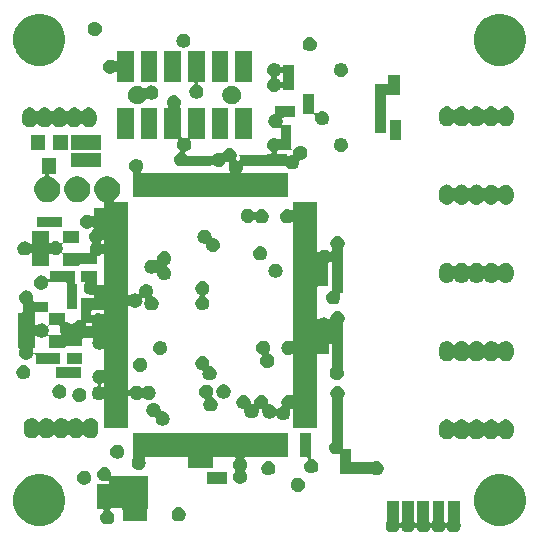
<source format=gbr>
G04 #@! TF.GenerationSoftware,KiCad,Pcbnew,(5.1.0-0)*
G04 #@! TF.CreationDate,2019-06-27T12:49:36+09:00*
G04 #@! TF.ProjectId,SwitchBlox,53776974-6368-4426-9c6f-782e6b696361,rev?*
G04 #@! TF.SameCoordinates,Original*
G04 #@! TF.FileFunction,Soldermask,Bot*
G04 #@! TF.FilePolarity,Negative*
%FSLAX46Y46*%
G04 Gerber Fmt 4.6, Leading zero omitted, Abs format (unit mm)*
G04 Created by KiCad (PCBNEW (5.1.0-0)) date 2019-06-27 12:49:36*
%MOMM*%
%LPD*%
G04 APERTURE LIST*
%ADD10C,0.100000*%
G04 APERTURE END LIST*
D10*
G36*
X162170000Y-113008402D02*
G01*
X162172402Y-113032788D01*
X162179515Y-113056237D01*
X162191066Y-113077848D01*
X162205432Y-113099348D01*
X162210707Y-113109216D01*
X162226253Y-113128158D01*
X162245195Y-113143703D01*
X162266806Y-113155253D01*
X162290255Y-113162366D01*
X162314641Y-113164767D01*
X162339027Y-113162365D01*
X162362476Y-113155251D01*
X162384086Y-113143699D01*
X162403028Y-113128153D01*
X162418573Y-113109211D01*
X162423848Y-113099342D01*
X162438210Y-113077848D01*
X162449761Y-113056237D01*
X162456874Y-113032788D01*
X162459276Y-113008402D01*
X162459276Y-111290000D01*
X163459276Y-111290000D01*
X163459276Y-113008402D01*
X163461678Y-113032788D01*
X163468791Y-113056237D01*
X163480342Y-113077848D01*
X163494708Y-113099348D01*
X163499983Y-113109216D01*
X163515529Y-113128158D01*
X163534471Y-113143703D01*
X163556082Y-113155253D01*
X163579531Y-113162366D01*
X163603917Y-113164767D01*
X163628303Y-113162365D01*
X163651752Y-113155251D01*
X163673362Y-113143699D01*
X163692304Y-113128153D01*
X163707849Y-113109211D01*
X163713124Y-113099342D01*
X163727486Y-113077848D01*
X163739037Y-113056237D01*
X163746150Y-113032788D01*
X163748552Y-113008402D01*
X163748552Y-111290000D01*
X164748552Y-111290000D01*
X164748552Y-113008402D01*
X164750954Y-113032788D01*
X164758067Y-113056237D01*
X164769618Y-113077848D01*
X164783984Y-113099348D01*
X164789259Y-113109216D01*
X164804805Y-113128158D01*
X164823747Y-113143703D01*
X164845358Y-113155253D01*
X164868807Y-113162366D01*
X164893193Y-113164767D01*
X164917579Y-113162365D01*
X164941028Y-113155251D01*
X164962638Y-113143699D01*
X164981580Y-113128153D01*
X164997125Y-113109211D01*
X165002400Y-113099342D01*
X165016762Y-113077848D01*
X165028313Y-113056237D01*
X165035426Y-113032788D01*
X165037828Y-113008402D01*
X165037828Y-111290000D01*
X166037828Y-111290000D01*
X166037828Y-113008402D01*
X166040230Y-113032788D01*
X166047343Y-113056237D01*
X166058894Y-113077848D01*
X166073260Y-113099348D01*
X166078535Y-113109216D01*
X166094081Y-113128158D01*
X166113023Y-113143703D01*
X166134634Y-113155253D01*
X166158083Y-113162366D01*
X166182469Y-113164767D01*
X166206855Y-113162365D01*
X166230304Y-113155251D01*
X166251914Y-113143699D01*
X166270856Y-113128153D01*
X166286401Y-113109211D01*
X166291676Y-113099342D01*
X166306038Y-113077848D01*
X166317589Y-113056237D01*
X166324702Y-113032788D01*
X166327104Y-113008402D01*
X166327104Y-111290000D01*
X167327104Y-111290000D01*
X167327104Y-113008402D01*
X167329506Y-113032788D01*
X167336619Y-113056237D01*
X167348170Y-113077848D01*
X167358818Y-113093784D01*
X167404047Y-113202976D01*
X167427104Y-113318893D01*
X167427104Y-113437085D01*
X167404047Y-113553002D01*
X167358818Y-113662195D01*
X167293155Y-113760466D01*
X167209581Y-113844040D01*
X167111310Y-113909703D01*
X167002117Y-113954932D01*
X166886200Y-113977989D01*
X166768008Y-113977989D01*
X166652091Y-113954932D01*
X166542898Y-113909703D01*
X166444627Y-113844040D01*
X166361053Y-113760466D01*
X166291672Y-113656630D01*
X166286397Y-113646762D01*
X166270851Y-113627820D01*
X166251909Y-113612275D01*
X166230298Y-113600725D01*
X166206849Y-113593612D01*
X166182463Y-113591211D01*
X166158077Y-113593613D01*
X166134628Y-113600727D01*
X166113018Y-113612279D01*
X166094076Y-113627825D01*
X166078531Y-113646767D01*
X166073256Y-113656636D01*
X166003879Y-113760466D01*
X165920305Y-113844040D01*
X165822034Y-113909703D01*
X165712841Y-113954932D01*
X165596924Y-113977989D01*
X165478732Y-113977989D01*
X165362815Y-113954932D01*
X165253622Y-113909703D01*
X165155351Y-113844040D01*
X165071777Y-113760466D01*
X165002396Y-113656630D01*
X164997121Y-113646762D01*
X164981575Y-113627820D01*
X164962633Y-113612275D01*
X164941022Y-113600725D01*
X164917573Y-113593612D01*
X164893187Y-113591211D01*
X164868801Y-113593613D01*
X164845352Y-113600727D01*
X164823742Y-113612279D01*
X164804800Y-113627825D01*
X164789255Y-113646767D01*
X164783980Y-113656636D01*
X164714603Y-113760466D01*
X164631029Y-113844040D01*
X164532758Y-113909703D01*
X164423565Y-113954932D01*
X164307648Y-113977989D01*
X164189456Y-113977989D01*
X164073539Y-113954932D01*
X163964346Y-113909703D01*
X163866075Y-113844040D01*
X163782501Y-113760466D01*
X163713120Y-113656630D01*
X163707845Y-113646762D01*
X163692299Y-113627820D01*
X163673357Y-113612275D01*
X163651746Y-113600725D01*
X163628297Y-113593612D01*
X163603911Y-113591211D01*
X163579525Y-113593613D01*
X163556076Y-113600727D01*
X163534466Y-113612279D01*
X163515524Y-113627825D01*
X163499979Y-113646767D01*
X163494704Y-113656636D01*
X163425327Y-113760466D01*
X163341753Y-113844040D01*
X163243482Y-113909703D01*
X163134289Y-113954932D01*
X163018372Y-113977989D01*
X162900180Y-113977989D01*
X162784263Y-113954932D01*
X162675070Y-113909703D01*
X162576799Y-113844040D01*
X162493225Y-113760466D01*
X162423844Y-113656630D01*
X162418569Y-113646762D01*
X162403023Y-113627820D01*
X162384081Y-113612275D01*
X162362470Y-113600725D01*
X162339021Y-113593612D01*
X162314635Y-113591211D01*
X162290249Y-113593613D01*
X162266800Y-113600727D01*
X162245190Y-113612279D01*
X162226248Y-113627825D01*
X162210703Y-113646767D01*
X162205428Y-113656636D01*
X162136051Y-113760466D01*
X162052477Y-113844040D01*
X161954206Y-113909703D01*
X161845013Y-113954932D01*
X161729096Y-113977989D01*
X161610904Y-113977989D01*
X161494987Y-113954932D01*
X161385794Y-113909703D01*
X161287523Y-113844040D01*
X161203949Y-113760466D01*
X161138286Y-113662195D01*
X161093057Y-113553002D01*
X161070000Y-113437085D01*
X161070000Y-113318893D01*
X161093057Y-113202976D01*
X161138286Y-113093784D01*
X161148934Y-113077848D01*
X161160485Y-113056237D01*
X161167598Y-113032788D01*
X161170000Y-113008402D01*
X161170000Y-111290000D01*
X162170000Y-111290000D01*
X162170000Y-113008402D01*
X162170000Y-113008402D01*
G37*
G36*
X132398822Y-109127437D02*
G01*
X132799196Y-109293277D01*
X132799198Y-109293278D01*
X133159525Y-109534041D01*
X133465959Y-109840475D01*
X133651333Y-110117906D01*
X133706723Y-110200804D01*
X133872563Y-110601178D01*
X133957107Y-111026211D01*
X133957107Y-111459575D01*
X133872563Y-111884608D01*
X133727861Y-112233950D01*
X133706722Y-112284984D01*
X133465959Y-112645311D01*
X133159525Y-112951745D01*
X132799198Y-113192508D01*
X132799197Y-113192509D01*
X132799196Y-113192509D01*
X132398822Y-113358349D01*
X131973789Y-113442893D01*
X131540425Y-113442893D01*
X131115392Y-113358349D01*
X130715018Y-113192509D01*
X130715017Y-113192509D01*
X130715016Y-113192508D01*
X130354689Y-112951745D01*
X130048255Y-112645311D01*
X129807492Y-112284984D01*
X129786353Y-112233950D01*
X129641651Y-111884608D01*
X129557107Y-111459575D01*
X129557107Y-111026211D01*
X129641651Y-110601178D01*
X129807491Y-110200804D01*
X129862882Y-110117906D01*
X130048255Y-109840475D01*
X130354689Y-109534041D01*
X130715016Y-109293278D01*
X130715018Y-109293277D01*
X131115392Y-109127437D01*
X131540425Y-109042893D01*
X131973789Y-109042893D01*
X132398822Y-109127437D01*
X132398822Y-109127437D01*
G37*
G36*
X171384608Y-109127437D02*
G01*
X171784982Y-109293277D01*
X171784984Y-109293278D01*
X172145311Y-109534041D01*
X172451745Y-109840475D01*
X172637119Y-110117906D01*
X172692509Y-110200804D01*
X172858349Y-110601178D01*
X172942893Y-111026211D01*
X172942893Y-111459575D01*
X172858349Y-111884608D01*
X172713647Y-112233950D01*
X172692508Y-112284984D01*
X172451745Y-112645311D01*
X172145311Y-112951745D01*
X171784984Y-113192508D01*
X171784983Y-113192509D01*
X171784982Y-113192509D01*
X171384608Y-113358349D01*
X170959575Y-113442893D01*
X170526211Y-113442893D01*
X170101178Y-113358349D01*
X169700804Y-113192509D01*
X169700803Y-113192509D01*
X169700802Y-113192508D01*
X169340475Y-112951745D01*
X169034041Y-112645311D01*
X168793278Y-112284984D01*
X168772139Y-112233950D01*
X168627437Y-111884608D01*
X168542893Y-111459575D01*
X168542893Y-111026211D01*
X168627437Y-110601178D01*
X168793277Y-110200804D01*
X168848668Y-110117906D01*
X169034041Y-109840475D01*
X169340475Y-109534041D01*
X169700802Y-109293278D01*
X169700804Y-109293277D01*
X170101178Y-109127437D01*
X170526211Y-109042893D01*
X170959575Y-109042893D01*
X171384608Y-109127437D01*
X171384608Y-109127437D01*
G37*
G36*
X137417906Y-108465950D02*
G01*
X137527099Y-108511179D01*
X137625370Y-108576842D01*
X137708944Y-108660416D01*
X137774607Y-108758687D01*
X137819836Y-108867880D01*
X137842893Y-108983797D01*
X137842893Y-109110635D01*
X137842178Y-109117897D01*
X137844580Y-109142283D01*
X137851694Y-109165732D01*
X137863246Y-109187342D01*
X137878791Y-109206284D01*
X137897734Y-109221829D01*
X137919345Y-109233379D01*
X137942794Y-109240492D01*
X137967177Y-109242893D01*
X140942893Y-109242893D01*
X140942893Y-111968516D01*
X140929504Y-111979504D01*
X140913959Y-111998446D01*
X140902408Y-112020057D01*
X140895295Y-112043506D01*
X140892893Y-112067892D01*
X140892893Y-112992893D01*
X138792893Y-112992893D01*
X138792893Y-112067892D01*
X138790491Y-112043506D01*
X138783378Y-112020057D01*
X138771827Y-111998446D01*
X138756282Y-111979504D01*
X138737340Y-111963959D01*
X138715729Y-111952408D01*
X138692280Y-111945295D01*
X138667894Y-111942893D01*
X137858948Y-111942893D01*
X137834562Y-111945295D01*
X137811113Y-111952408D01*
X137789502Y-111963959D01*
X137770560Y-111979504D01*
X137755015Y-111998446D01*
X137743464Y-112020057D01*
X137736351Y-112043506D01*
X137733949Y-112067892D01*
X137736351Y-112092278D01*
X137743464Y-112115727D01*
X137755015Y-112137338D01*
X137770560Y-112156280D01*
X137789502Y-112171825D01*
X137882477Y-112233949D01*
X137966051Y-112317523D01*
X138031714Y-112415794D01*
X138076943Y-112524987D01*
X138100000Y-112640904D01*
X138100000Y-112759096D01*
X138076943Y-112875013D01*
X138031714Y-112984206D01*
X137966051Y-113082477D01*
X137882477Y-113166051D01*
X137784206Y-113231714D01*
X137675013Y-113276943D01*
X137559096Y-113300000D01*
X137440904Y-113300000D01*
X137324987Y-113276943D01*
X137215794Y-113231714D01*
X137117523Y-113166051D01*
X137033949Y-113082477D01*
X136968286Y-112984206D01*
X136923057Y-112875013D01*
X136900000Y-112759096D01*
X136900000Y-112640904D01*
X136923057Y-112524987D01*
X136968286Y-112415794D01*
X137033949Y-112317523D01*
X137117525Y-112233947D01*
X137135667Y-112221825D01*
X137154609Y-112206280D01*
X137170154Y-112187338D01*
X137181706Y-112165728D01*
X137188819Y-112142279D01*
X137191221Y-112117893D01*
X137188819Y-112093507D01*
X137181706Y-112070058D01*
X137170155Y-112048447D01*
X137154610Y-112029505D01*
X137135668Y-112013960D01*
X137114058Y-112002408D01*
X137090609Y-111995295D01*
X137066222Y-111992893D01*
X136592893Y-111992893D01*
X136592893Y-109892893D01*
X137517894Y-109892893D01*
X137542280Y-109890491D01*
X137565729Y-109883378D01*
X137587340Y-109871827D01*
X137606282Y-109856282D01*
X137621827Y-109837340D01*
X137633378Y-109815729D01*
X137640491Y-109792280D01*
X137642893Y-109767894D01*
X137642893Y-109713717D01*
X137640491Y-109689331D01*
X137633378Y-109665882D01*
X137621827Y-109644271D01*
X137606282Y-109625329D01*
X137587340Y-109609784D01*
X137565729Y-109598233D01*
X137542280Y-109591120D01*
X137517894Y-109588718D01*
X137493508Y-109591120D01*
X137470059Y-109598233D01*
X137417905Y-109619836D01*
X137301989Y-109642893D01*
X137183797Y-109642893D01*
X137067880Y-109619836D01*
X136958687Y-109574607D01*
X136860416Y-109508944D01*
X136776842Y-109425370D01*
X136711179Y-109327099D01*
X136665950Y-109217906D01*
X136642893Y-109101989D01*
X136642893Y-108983797D01*
X136665950Y-108867880D01*
X136711179Y-108758687D01*
X136776842Y-108660416D01*
X136860416Y-108576842D01*
X136958687Y-108511179D01*
X137067880Y-108465950D01*
X137183797Y-108442893D01*
X137301989Y-108442893D01*
X137417906Y-108465950D01*
X137417906Y-108465950D01*
G37*
G36*
X143717906Y-111865950D02*
G01*
X143827099Y-111911179D01*
X143925370Y-111976842D01*
X144008944Y-112060416D01*
X144074607Y-112158687D01*
X144119836Y-112267880D01*
X144142893Y-112383797D01*
X144142893Y-112501989D01*
X144119836Y-112617906D01*
X144074607Y-112727099D01*
X144008944Y-112825370D01*
X143925370Y-112908944D01*
X143827099Y-112974607D01*
X143717906Y-113019836D01*
X143601989Y-113042893D01*
X143483797Y-113042893D01*
X143367880Y-113019836D01*
X143258687Y-112974607D01*
X143160416Y-112908944D01*
X143076842Y-112825370D01*
X143011179Y-112727099D01*
X142965950Y-112617906D01*
X142942893Y-112501989D01*
X142942893Y-112383797D01*
X142965950Y-112267880D01*
X143011179Y-112158687D01*
X143076842Y-112060416D01*
X143160416Y-111976842D01*
X143258687Y-111911179D01*
X143367880Y-111865950D01*
X143483797Y-111842893D01*
X143601989Y-111842893D01*
X143717906Y-111865950D01*
X143717906Y-111865950D01*
G37*
G36*
X153817906Y-109365950D02*
G01*
X153927099Y-109411179D01*
X154025370Y-109476842D01*
X154108944Y-109560416D01*
X154174607Y-109658687D01*
X154219836Y-109767880D01*
X154242893Y-109883797D01*
X154242893Y-110001989D01*
X154219836Y-110117906D01*
X154174607Y-110227099D01*
X154108944Y-110325370D01*
X154025370Y-110408944D01*
X153927099Y-110474607D01*
X153817906Y-110519836D01*
X153701989Y-110542893D01*
X153583797Y-110542893D01*
X153467880Y-110519836D01*
X153358687Y-110474607D01*
X153260416Y-110408944D01*
X153176842Y-110325370D01*
X153111179Y-110227099D01*
X153065950Y-110117906D01*
X153042893Y-110001989D01*
X153042893Y-109883797D01*
X153065950Y-109767880D01*
X153111179Y-109658687D01*
X153176842Y-109560416D01*
X153260416Y-109476842D01*
X153358687Y-109411179D01*
X153467880Y-109365950D01*
X153583797Y-109342893D01*
X153701989Y-109342893D01*
X153817906Y-109365950D01*
X153817906Y-109365950D01*
G37*
G36*
X135717906Y-108765950D02*
G01*
X135827099Y-108811179D01*
X135925370Y-108876842D01*
X136008944Y-108960416D01*
X136074607Y-109058687D01*
X136119836Y-109167880D01*
X136142893Y-109283797D01*
X136142893Y-109401989D01*
X136119836Y-109517906D01*
X136074607Y-109627099D01*
X136008944Y-109725370D01*
X135925370Y-109808944D01*
X135827099Y-109874607D01*
X135717906Y-109919836D01*
X135601989Y-109942893D01*
X135483797Y-109942893D01*
X135367880Y-109919836D01*
X135258687Y-109874607D01*
X135160416Y-109808944D01*
X135076842Y-109725370D01*
X135011179Y-109627099D01*
X134965950Y-109517906D01*
X134942893Y-109401989D01*
X134942893Y-109283797D01*
X134965950Y-109167880D01*
X135011179Y-109058687D01*
X135076842Y-108960416D01*
X135160416Y-108876842D01*
X135258687Y-108811179D01*
X135367880Y-108765950D01*
X135483797Y-108742893D01*
X135601989Y-108742893D01*
X135717906Y-108765950D01*
X135717906Y-108765950D01*
G37*
G36*
X152810000Y-107590000D02*
G01*
X149240303Y-107590000D01*
X149215917Y-107592402D01*
X149192468Y-107599515D01*
X149170857Y-107611066D01*
X149151915Y-107626611D01*
X149136370Y-107645553D01*
X149124819Y-107667164D01*
X149117706Y-107690613D01*
X149115304Y-107714999D01*
X149117706Y-107739385D01*
X149124819Y-107762834D01*
X149136370Y-107784445D01*
X149151915Y-107803387D01*
X149208944Y-107860416D01*
X149274607Y-107958687D01*
X149319836Y-108067880D01*
X149342893Y-108183797D01*
X149342893Y-108301989D01*
X149319836Y-108417906D01*
X149274607Y-108527099D01*
X149208942Y-108625373D01*
X149179807Y-108654509D01*
X149164262Y-108673451D01*
X149152711Y-108695061D01*
X149145598Y-108718511D01*
X149143197Y-108742897D01*
X149145599Y-108767283D01*
X149152713Y-108790732D01*
X149164264Y-108812342D01*
X149179808Y-108831283D01*
X149208944Y-108860419D01*
X149274607Y-108958690D01*
X149319836Y-109067883D01*
X149342893Y-109183800D01*
X149342893Y-109301992D01*
X149319836Y-109417909D01*
X149274607Y-109527102D01*
X149208944Y-109625373D01*
X149125370Y-109708947D01*
X149027099Y-109774610D01*
X148917906Y-109819839D01*
X148801989Y-109842896D01*
X148683797Y-109842896D01*
X148567880Y-109819839D01*
X148458687Y-109774610D01*
X148360416Y-109708947D01*
X148276842Y-109625373D01*
X148211179Y-109527102D01*
X148165950Y-109417909D01*
X148142893Y-109301992D01*
X148142893Y-109183800D01*
X148165950Y-109067883D01*
X148211179Y-108958690D01*
X148276843Y-108860417D01*
X148305977Y-108831284D01*
X148321523Y-108812342D01*
X148333074Y-108790732D01*
X148340188Y-108767283D01*
X148342590Y-108742897D01*
X148340189Y-108718511D01*
X148333076Y-108695061D01*
X148321525Y-108673451D01*
X148305979Y-108654507D01*
X148276842Y-108625370D01*
X148211179Y-108527099D01*
X148165950Y-108417906D01*
X148142893Y-108301989D01*
X148142893Y-108183797D01*
X148165950Y-108067880D01*
X148211179Y-107958687D01*
X148276842Y-107860416D01*
X148333871Y-107803387D01*
X148349416Y-107784445D01*
X148360967Y-107762834D01*
X148368080Y-107739385D01*
X148370482Y-107714999D01*
X148368080Y-107690613D01*
X148360967Y-107667164D01*
X148349416Y-107645553D01*
X148333871Y-107626611D01*
X148314929Y-107611066D01*
X148293318Y-107599515D01*
X148269869Y-107592402D01*
X148245483Y-107590000D01*
X146574999Y-107590000D01*
X146550613Y-107592402D01*
X146527164Y-107599515D01*
X146505553Y-107611066D01*
X146486611Y-107626611D01*
X146471066Y-107645553D01*
X146459515Y-107667164D01*
X146452402Y-107690613D01*
X146450000Y-107714999D01*
X146450000Y-108550000D01*
X144350000Y-108550000D01*
X144350000Y-107714999D01*
X144347598Y-107690613D01*
X144340485Y-107667164D01*
X144328934Y-107645553D01*
X144313389Y-107626611D01*
X144294447Y-107611066D01*
X144272836Y-107599515D01*
X144249387Y-107592402D01*
X144225001Y-107590000D01*
X140788063Y-107590000D01*
X140763677Y-107592402D01*
X140740228Y-107599515D01*
X140718617Y-107611066D01*
X140699675Y-107626611D01*
X140684130Y-107645553D01*
X140672579Y-107667164D01*
X140665466Y-107690613D01*
X140663064Y-107714999D01*
X140665466Y-107739385D01*
X140672579Y-107762834D01*
X140684131Y-107784446D01*
X140691714Y-107795794D01*
X140736943Y-107904987D01*
X140760000Y-108020904D01*
X140760000Y-108139096D01*
X140736943Y-108255013D01*
X140691714Y-108364206D01*
X140626051Y-108462477D01*
X140542477Y-108546051D01*
X140444206Y-108611714D01*
X140335013Y-108656943D01*
X140219096Y-108680000D01*
X140100904Y-108680000D01*
X139984987Y-108656943D01*
X139875794Y-108611714D01*
X139777523Y-108546051D01*
X139693949Y-108462477D01*
X139628286Y-108364206D01*
X139583057Y-108255013D01*
X139560000Y-108139096D01*
X139560000Y-108020904D01*
X139583057Y-107904987D01*
X139628287Y-107795792D01*
X139668934Y-107734959D01*
X139680485Y-107713349D01*
X139687598Y-107689900D01*
X139690000Y-107665514D01*
X139690000Y-105590000D01*
X152810000Y-105590000D01*
X152810000Y-107590000D01*
X152810000Y-107590000D01*
G37*
G36*
X147642893Y-109842893D02*
G01*
X145942893Y-109842893D01*
X145942893Y-108842893D01*
X147642893Y-108842893D01*
X147642893Y-109842893D01*
X147642893Y-109842893D01*
G37*
G36*
X151317906Y-107965950D02*
G01*
X151427099Y-108011179D01*
X151525370Y-108076842D01*
X151608944Y-108160416D01*
X151674607Y-108258687D01*
X151719836Y-108367880D01*
X151742893Y-108483797D01*
X151742893Y-108601989D01*
X151719836Y-108717906D01*
X151674607Y-108827099D01*
X151608944Y-108925370D01*
X151525370Y-109008944D01*
X151427099Y-109074607D01*
X151317906Y-109119836D01*
X151201989Y-109142893D01*
X151083797Y-109142893D01*
X150967880Y-109119836D01*
X150858687Y-109074607D01*
X150760416Y-109008944D01*
X150676842Y-108925370D01*
X150611179Y-108827099D01*
X150565950Y-108717906D01*
X150542893Y-108601989D01*
X150542893Y-108483797D01*
X150565950Y-108367880D01*
X150611179Y-108258687D01*
X150676842Y-108160416D01*
X150760416Y-108076842D01*
X150858687Y-108011179D01*
X150967880Y-107965950D01*
X151083797Y-107942893D01*
X151201989Y-107942893D01*
X151317906Y-107965950D01*
X151317906Y-107965950D01*
G37*
G36*
X157175013Y-101608057D02*
G01*
X157284206Y-101653286D01*
X157382477Y-101718949D01*
X157466051Y-101802523D01*
X157531714Y-101900794D01*
X157576943Y-102009987D01*
X157600000Y-102125904D01*
X157600000Y-102244096D01*
X157576943Y-102360013D01*
X157536391Y-102457913D01*
X157531713Y-102469207D01*
X157524819Y-102479524D01*
X157521066Y-102485141D01*
X157509515Y-102506752D01*
X157502402Y-102530201D01*
X157500000Y-102554587D01*
X157500000Y-104345623D01*
X157486611Y-104356611D01*
X157471066Y-104375553D01*
X157459515Y-104397164D01*
X157452402Y-104420613D01*
X157450000Y-104444999D01*
X157450000Y-106527489D01*
X157452402Y-106551875D01*
X157459515Y-106575324D01*
X157465998Y-106590975D01*
X157489055Y-106706892D01*
X157489055Y-106805001D01*
X157491457Y-106829387D01*
X157498570Y-106852836D01*
X157510121Y-106874447D01*
X157525666Y-106893389D01*
X157544608Y-106908934D01*
X157566219Y-106920485D01*
X157589668Y-106927598D01*
X157614054Y-106930000D01*
X158140000Y-106930000D01*
X158140000Y-107905001D01*
X158142402Y-107929387D01*
X158149515Y-107952836D01*
X158161066Y-107974447D01*
X158176611Y-107993389D01*
X158195553Y-108008934D01*
X158217164Y-108020485D01*
X158240613Y-108027598D01*
X158264999Y-108030000D01*
X159937896Y-108030000D01*
X159962282Y-108027598D01*
X159985731Y-108020485D01*
X160007342Y-108008934D01*
X160015793Y-108003287D01*
X160015795Y-108003286D01*
X160124987Y-107958057D01*
X160240904Y-107935000D01*
X160359096Y-107935000D01*
X160475013Y-107958057D01*
X160584206Y-108003286D01*
X160682477Y-108068949D01*
X160766051Y-108152523D01*
X160831714Y-108250794D01*
X160876943Y-108359987D01*
X160900000Y-108475904D01*
X160900000Y-108594096D01*
X160876943Y-108710013D01*
X160831714Y-108819206D01*
X160766051Y-108917477D01*
X160682477Y-109001051D01*
X160584206Y-109066714D01*
X160475013Y-109111943D01*
X160359096Y-109135000D01*
X160240904Y-109135000D01*
X160124987Y-109111943D01*
X160015795Y-109066714D01*
X160015794Y-109066714D01*
X160015793Y-109066713D01*
X159992375Y-109051065D01*
X159970765Y-109039515D01*
X159947316Y-109032402D01*
X159922930Y-109030000D01*
X157240000Y-109030000D01*
X157240000Y-107457132D01*
X157237598Y-107432746D01*
X157230485Y-107409297D01*
X157218934Y-107387686D01*
X157203389Y-107368744D01*
X157184447Y-107353199D01*
X157162836Y-107341648D01*
X157139387Y-107334535D01*
X157115001Y-107332133D01*
X157090615Y-107334535D01*
X157067169Y-107341647D01*
X157064070Y-107342930D01*
X156948151Y-107365988D01*
X156829959Y-107365988D01*
X156714042Y-107342931D01*
X156604849Y-107297702D01*
X156506578Y-107232039D01*
X156423004Y-107148465D01*
X156357341Y-107050194D01*
X156312112Y-106941001D01*
X156289055Y-106825084D01*
X156289055Y-106706892D01*
X156312112Y-106590975D01*
X156357341Y-106481782D01*
X156423004Y-106383511D01*
X156513389Y-106293126D01*
X156528934Y-106274184D01*
X156540485Y-106252573D01*
X156547598Y-106229124D01*
X156550000Y-106204738D01*
X156550000Y-104444999D01*
X156547598Y-104420613D01*
X156540485Y-104397164D01*
X156528934Y-104375553D01*
X156513389Y-104356611D01*
X156500000Y-104345623D01*
X156500000Y-102554587D01*
X156497598Y-102530201D01*
X156490485Y-102506752D01*
X156478934Y-102485141D01*
X156475181Y-102479524D01*
X156468287Y-102469207D01*
X156463609Y-102457913D01*
X156423057Y-102360013D01*
X156400000Y-102244096D01*
X156400000Y-102125904D01*
X156423057Y-102009987D01*
X156468286Y-101900794D01*
X156533949Y-101802523D01*
X156617523Y-101718949D01*
X156715794Y-101653286D01*
X156824987Y-101608057D01*
X156940904Y-101585000D01*
X157059096Y-101585000D01*
X157175013Y-101608057D01*
X157175013Y-101608057D01*
G37*
G36*
X154740000Y-107649694D02*
G01*
X154742402Y-107674080D01*
X154749515Y-107697529D01*
X154761066Y-107719140D01*
X154776611Y-107738082D01*
X154795553Y-107753627D01*
X154817164Y-107765178D01*
X154840613Y-107772291D01*
X154945013Y-107793057D01*
X155054206Y-107838286D01*
X155152477Y-107903949D01*
X155236051Y-107987523D01*
X155301714Y-108085794D01*
X155346943Y-108194987D01*
X155370000Y-108310904D01*
X155370000Y-108429096D01*
X155346943Y-108545013D01*
X155301714Y-108654206D01*
X155236051Y-108752477D01*
X155152477Y-108836051D01*
X155054206Y-108901714D01*
X154945013Y-108946943D01*
X154829096Y-108970000D01*
X154710904Y-108970000D01*
X154594987Y-108946943D01*
X154485794Y-108901714D01*
X154387523Y-108836051D01*
X154303949Y-108752477D01*
X154238286Y-108654206D01*
X154193057Y-108545013D01*
X154170000Y-108429096D01*
X154170000Y-108310904D01*
X154193057Y-108194987D01*
X154238286Y-108085794D01*
X154303949Y-107987523D01*
X154387525Y-107903947D01*
X154454895Y-107858932D01*
X154473837Y-107843387D01*
X154489383Y-107824445D01*
X154500934Y-107802834D01*
X154508047Y-107779385D01*
X154510449Y-107754999D01*
X154508047Y-107730613D01*
X154500934Y-107707164D01*
X154489383Y-107685554D01*
X154473838Y-107666612D01*
X154454896Y-107651066D01*
X154433285Y-107639515D01*
X154409836Y-107632402D01*
X154385450Y-107630000D01*
X153840000Y-107630000D01*
X153840000Y-105530000D01*
X154740000Y-105530000D01*
X154740000Y-107649694D01*
X154740000Y-107649694D01*
G37*
G36*
X138517906Y-106565950D02*
G01*
X138627099Y-106611179D01*
X138725370Y-106676842D01*
X138808944Y-106760416D01*
X138874607Y-106858687D01*
X138919836Y-106967880D01*
X138942893Y-107083797D01*
X138942893Y-107201989D01*
X138919836Y-107317906D01*
X138874607Y-107427099D01*
X138808944Y-107525370D01*
X138725370Y-107608944D01*
X138627099Y-107674607D01*
X138517906Y-107719836D01*
X138401989Y-107742893D01*
X138283797Y-107742893D01*
X138167880Y-107719836D01*
X138058687Y-107674607D01*
X137960416Y-107608944D01*
X137876842Y-107525370D01*
X137811179Y-107427099D01*
X137765950Y-107317906D01*
X137742893Y-107201989D01*
X137742893Y-107083797D01*
X137765950Y-106967880D01*
X137811179Y-106858687D01*
X137876842Y-106760416D01*
X137960416Y-106676842D01*
X138058687Y-106611179D01*
X138167880Y-106565950D01*
X138283797Y-106542893D01*
X138401989Y-106542893D01*
X138517906Y-106565950D01*
X138517906Y-106565950D01*
G37*
G36*
X171365998Y-104408280D02*
G01*
X171377423Y-104409405D01*
X171414370Y-104420613D01*
X171499948Y-104446573D01*
X171612868Y-104506930D01*
X171711843Y-104588157D01*
X171793070Y-104687132D01*
X171853427Y-104800052D01*
X171853427Y-104800053D01*
X171888886Y-104916942D01*
X171890595Y-104922578D01*
X171900000Y-105018069D01*
X171900000Y-105481932D01*
X171891771Y-105565486D01*
X171890595Y-105577423D01*
X171885918Y-105592840D01*
X171853427Y-105699948D01*
X171793070Y-105812868D01*
X171711843Y-105911843D01*
X171612867Y-105993070D01*
X171499947Y-106053427D01*
X171438684Y-106072011D01*
X171377422Y-106090595D01*
X171365997Y-106091720D01*
X171250000Y-106103145D01*
X171134002Y-106091720D01*
X171122577Y-106090595D01*
X171061315Y-106072011D01*
X171000052Y-106053427D01*
X170887132Y-105993070D01*
X170788157Y-105911843D01*
X170721620Y-105830767D01*
X170704299Y-105813446D01*
X170683925Y-105799832D01*
X170661286Y-105790455D01*
X170637253Y-105785674D01*
X170612749Y-105785674D01*
X170588715Y-105790454D01*
X170566076Y-105799831D01*
X170545702Y-105813445D01*
X170528383Y-105830764D01*
X170461843Y-105911843D01*
X170362867Y-105993070D01*
X170249947Y-106053427D01*
X170188684Y-106072011D01*
X170127422Y-106090595D01*
X170115997Y-106091720D01*
X170000000Y-106103145D01*
X169884002Y-106091720D01*
X169872577Y-106090595D01*
X169811315Y-106072011D01*
X169750052Y-106053427D01*
X169637132Y-105993070D01*
X169538157Y-105911843D01*
X169471620Y-105830767D01*
X169454299Y-105813446D01*
X169433925Y-105799832D01*
X169411286Y-105790455D01*
X169387253Y-105785674D01*
X169362749Y-105785674D01*
X169338715Y-105790454D01*
X169316076Y-105799831D01*
X169295702Y-105813445D01*
X169278383Y-105830764D01*
X169211843Y-105911843D01*
X169112867Y-105993070D01*
X168999947Y-106053427D01*
X168938684Y-106072011D01*
X168877422Y-106090595D01*
X168865997Y-106091720D01*
X168750000Y-106103145D01*
X168634002Y-106091720D01*
X168622577Y-106090595D01*
X168561315Y-106072011D01*
X168500052Y-106053427D01*
X168387132Y-105993070D01*
X168288157Y-105911843D01*
X168221620Y-105830767D01*
X168204299Y-105813446D01*
X168183925Y-105799832D01*
X168161286Y-105790455D01*
X168137253Y-105785674D01*
X168112749Y-105785674D01*
X168088715Y-105790454D01*
X168066076Y-105799831D01*
X168045702Y-105813445D01*
X168028383Y-105830764D01*
X167961843Y-105911843D01*
X167862867Y-105993070D01*
X167749947Y-106053427D01*
X167688684Y-106072011D01*
X167627422Y-106090595D01*
X167615997Y-106091720D01*
X167500000Y-106103145D01*
X167384002Y-106091720D01*
X167372577Y-106090595D01*
X167311315Y-106072011D01*
X167250052Y-106053427D01*
X167137132Y-105993070D01*
X167038157Y-105911843D01*
X166971620Y-105830767D01*
X166954299Y-105813446D01*
X166933925Y-105799832D01*
X166911286Y-105790455D01*
X166887253Y-105785674D01*
X166862749Y-105785674D01*
X166838715Y-105790454D01*
X166816076Y-105799831D01*
X166795702Y-105813445D01*
X166778383Y-105830764D01*
X166711843Y-105911843D01*
X166612867Y-105993070D01*
X166499947Y-106053427D01*
X166438684Y-106072011D01*
X166377422Y-106090595D01*
X166365997Y-106091720D01*
X166250000Y-106103145D01*
X166134002Y-106091720D01*
X166122577Y-106090595D01*
X166061315Y-106072011D01*
X166000052Y-106053427D01*
X165887132Y-105993070D01*
X165788157Y-105911843D01*
X165706930Y-105812867D01*
X165646573Y-105699947D01*
X165627989Y-105638684D01*
X165609405Y-105577422D01*
X165608229Y-105565485D01*
X165600000Y-105481931D01*
X165600000Y-105018068D01*
X165609405Y-104922578D01*
X165611115Y-104916942D01*
X165646573Y-104800053D01*
X165646573Y-104800052D01*
X165706930Y-104687132D01*
X165788158Y-104588157D01*
X165887133Y-104506930D01*
X166000053Y-104446573D01*
X166085631Y-104420613D01*
X166122578Y-104409405D01*
X166134003Y-104408280D01*
X166250000Y-104396855D01*
X166365998Y-104408280D01*
X166377423Y-104409405D01*
X166414370Y-104420613D01*
X166499948Y-104446573D01*
X166612868Y-104506930D01*
X166711843Y-104588157D01*
X166778383Y-104669236D01*
X166795701Y-104686554D01*
X166816075Y-104700168D01*
X166838714Y-104709545D01*
X166862747Y-104714326D01*
X166887251Y-104714326D01*
X166911285Y-104709546D01*
X166933924Y-104700169D01*
X166954298Y-104686555D01*
X166971618Y-104669235D01*
X167038158Y-104588157D01*
X167137133Y-104506930D01*
X167250053Y-104446573D01*
X167335631Y-104420613D01*
X167372578Y-104409405D01*
X167384003Y-104408280D01*
X167500000Y-104396855D01*
X167615998Y-104408280D01*
X167627423Y-104409405D01*
X167664370Y-104420613D01*
X167749948Y-104446573D01*
X167862868Y-104506930D01*
X167961843Y-104588157D01*
X168028383Y-104669236D01*
X168045701Y-104686554D01*
X168066075Y-104700168D01*
X168088714Y-104709545D01*
X168112747Y-104714326D01*
X168137251Y-104714326D01*
X168161285Y-104709546D01*
X168183924Y-104700169D01*
X168204298Y-104686555D01*
X168221618Y-104669235D01*
X168288158Y-104588157D01*
X168387133Y-104506930D01*
X168500053Y-104446573D01*
X168585631Y-104420613D01*
X168622578Y-104409405D01*
X168634003Y-104408280D01*
X168750000Y-104396855D01*
X168865998Y-104408280D01*
X168877423Y-104409405D01*
X168914370Y-104420613D01*
X168999948Y-104446573D01*
X169112868Y-104506930D01*
X169211843Y-104588157D01*
X169278383Y-104669236D01*
X169295701Y-104686554D01*
X169316075Y-104700168D01*
X169338714Y-104709545D01*
X169362747Y-104714326D01*
X169387251Y-104714326D01*
X169411285Y-104709546D01*
X169433924Y-104700169D01*
X169454298Y-104686555D01*
X169471618Y-104669235D01*
X169538158Y-104588157D01*
X169637133Y-104506930D01*
X169750053Y-104446573D01*
X169835631Y-104420613D01*
X169872578Y-104409405D01*
X169884003Y-104408280D01*
X170000000Y-104396855D01*
X170115998Y-104408280D01*
X170127423Y-104409405D01*
X170164370Y-104420613D01*
X170249948Y-104446573D01*
X170362868Y-104506930D01*
X170461843Y-104588157D01*
X170528383Y-104669236D01*
X170545701Y-104686554D01*
X170566075Y-104700168D01*
X170588714Y-104709545D01*
X170612747Y-104714326D01*
X170637251Y-104714326D01*
X170661285Y-104709546D01*
X170683924Y-104700169D01*
X170704298Y-104686555D01*
X170721618Y-104669235D01*
X170788158Y-104588157D01*
X170887133Y-104506930D01*
X171000053Y-104446573D01*
X171085631Y-104420613D01*
X171122578Y-104409405D01*
X171134003Y-104408280D01*
X171250000Y-104396855D01*
X171365998Y-104408280D01*
X171365998Y-104408280D01*
G37*
G36*
X136208891Y-104301173D02*
G01*
X136220316Y-104302298D01*
X136247726Y-104310613D01*
X136342841Y-104339466D01*
X136455761Y-104399823D01*
X136554736Y-104481050D01*
X136635963Y-104580025D01*
X136696320Y-104692945D01*
X136701356Y-104709546D01*
X136730631Y-104806051D01*
X136733488Y-104815471D01*
X136742893Y-104910962D01*
X136742893Y-105374825D01*
X136734664Y-105458379D01*
X136733488Y-105470316D01*
X136729964Y-105481932D01*
X136696320Y-105592841D01*
X136635963Y-105705761D01*
X136554736Y-105804736D01*
X136455760Y-105885963D01*
X136342840Y-105946320D01*
X136281577Y-105964904D01*
X136220315Y-105983488D01*
X136208890Y-105984613D01*
X136092893Y-105996038D01*
X135976895Y-105984613D01*
X135965470Y-105983488D01*
X135904208Y-105964904D01*
X135842945Y-105946320D01*
X135730025Y-105885963D01*
X135631050Y-105804736D01*
X135564513Y-105723660D01*
X135547192Y-105706339D01*
X135526818Y-105692725D01*
X135504179Y-105683348D01*
X135480146Y-105678567D01*
X135455642Y-105678567D01*
X135431608Y-105683347D01*
X135408969Y-105692724D01*
X135388595Y-105706338D01*
X135371276Y-105723657D01*
X135304736Y-105804736D01*
X135205760Y-105885963D01*
X135092840Y-105946320D01*
X135031577Y-105964904D01*
X134970315Y-105983488D01*
X134958890Y-105984613D01*
X134842893Y-105996038D01*
X134726895Y-105984613D01*
X134715470Y-105983488D01*
X134654208Y-105964904D01*
X134592945Y-105946320D01*
X134480025Y-105885963D01*
X134381050Y-105804736D01*
X134314513Y-105723660D01*
X134297192Y-105706339D01*
X134276818Y-105692725D01*
X134254179Y-105683348D01*
X134230146Y-105678567D01*
X134205642Y-105678567D01*
X134181608Y-105683347D01*
X134158969Y-105692724D01*
X134138595Y-105706338D01*
X134121276Y-105723657D01*
X134054736Y-105804736D01*
X133955760Y-105885963D01*
X133842840Y-105946320D01*
X133781577Y-105964904D01*
X133720315Y-105983488D01*
X133708890Y-105984613D01*
X133592893Y-105996038D01*
X133476895Y-105984613D01*
X133465470Y-105983488D01*
X133404208Y-105964904D01*
X133342945Y-105946320D01*
X133230025Y-105885963D01*
X133131050Y-105804736D01*
X133064513Y-105723660D01*
X133047192Y-105706339D01*
X133026818Y-105692725D01*
X133004179Y-105683348D01*
X132980146Y-105678567D01*
X132955642Y-105678567D01*
X132931608Y-105683347D01*
X132908969Y-105692724D01*
X132888595Y-105706338D01*
X132871276Y-105723657D01*
X132804736Y-105804736D01*
X132705760Y-105885963D01*
X132592840Y-105946320D01*
X132531577Y-105964904D01*
X132470315Y-105983488D01*
X132458890Y-105984613D01*
X132342893Y-105996038D01*
X132226895Y-105984613D01*
X132215470Y-105983488D01*
X132154208Y-105964904D01*
X132092945Y-105946320D01*
X131980025Y-105885963D01*
X131881050Y-105804736D01*
X131814513Y-105723660D01*
X131797192Y-105706339D01*
X131776818Y-105692725D01*
X131754179Y-105683348D01*
X131730146Y-105678567D01*
X131705642Y-105678567D01*
X131681608Y-105683347D01*
X131658969Y-105692724D01*
X131638595Y-105706338D01*
X131621276Y-105723657D01*
X131554736Y-105804736D01*
X131455760Y-105885963D01*
X131342840Y-105946320D01*
X131281577Y-105964904D01*
X131220315Y-105983488D01*
X131208890Y-105984613D01*
X131092893Y-105996038D01*
X130976895Y-105984613D01*
X130965470Y-105983488D01*
X130904208Y-105964904D01*
X130842945Y-105946320D01*
X130730025Y-105885963D01*
X130631050Y-105804736D01*
X130549823Y-105705760D01*
X130489466Y-105592840D01*
X130455820Y-105481924D01*
X130452298Y-105470315D01*
X130451122Y-105458378D01*
X130442893Y-105374824D01*
X130442893Y-104910961D01*
X130452298Y-104815471D01*
X130455156Y-104806051D01*
X130484430Y-104709546D01*
X130489466Y-104692945D01*
X130549823Y-104580025D01*
X130631051Y-104481050D01*
X130730026Y-104399823D01*
X130842946Y-104339466D01*
X130938061Y-104310613D01*
X130965471Y-104302298D01*
X130976896Y-104301173D01*
X131092893Y-104289748D01*
X131208891Y-104301173D01*
X131220316Y-104302298D01*
X131247726Y-104310613D01*
X131342841Y-104339466D01*
X131455761Y-104399823D01*
X131554736Y-104481050D01*
X131621276Y-104562129D01*
X131638594Y-104579447D01*
X131658968Y-104593061D01*
X131681607Y-104602438D01*
X131705640Y-104607219D01*
X131730144Y-104607219D01*
X131754178Y-104602439D01*
X131776817Y-104593062D01*
X131797191Y-104579448D01*
X131814511Y-104562128D01*
X131881051Y-104481050D01*
X131980026Y-104399823D01*
X132092946Y-104339466D01*
X132188061Y-104310613D01*
X132215471Y-104302298D01*
X132226896Y-104301173D01*
X132342893Y-104289748D01*
X132458891Y-104301173D01*
X132470316Y-104302298D01*
X132497726Y-104310613D01*
X132592841Y-104339466D01*
X132705761Y-104399823D01*
X132804736Y-104481050D01*
X132871276Y-104562129D01*
X132888594Y-104579447D01*
X132908968Y-104593061D01*
X132931607Y-104602438D01*
X132955640Y-104607219D01*
X132980144Y-104607219D01*
X133004178Y-104602439D01*
X133026817Y-104593062D01*
X133047191Y-104579448D01*
X133064511Y-104562128D01*
X133131051Y-104481050D01*
X133230026Y-104399823D01*
X133342946Y-104339466D01*
X133438061Y-104310613D01*
X133465471Y-104302298D01*
X133476896Y-104301173D01*
X133592893Y-104289748D01*
X133708891Y-104301173D01*
X133720316Y-104302298D01*
X133747726Y-104310613D01*
X133842841Y-104339466D01*
X133955761Y-104399823D01*
X134054736Y-104481050D01*
X134121276Y-104562129D01*
X134138594Y-104579447D01*
X134158968Y-104593061D01*
X134181607Y-104602438D01*
X134205640Y-104607219D01*
X134230144Y-104607219D01*
X134254178Y-104602439D01*
X134276817Y-104593062D01*
X134297191Y-104579448D01*
X134314511Y-104562128D01*
X134381051Y-104481050D01*
X134480026Y-104399823D01*
X134592946Y-104339466D01*
X134688061Y-104310613D01*
X134715471Y-104302298D01*
X134726896Y-104301173D01*
X134842893Y-104289748D01*
X134958891Y-104301173D01*
X134970316Y-104302298D01*
X134997726Y-104310613D01*
X135092841Y-104339466D01*
X135205761Y-104399823D01*
X135304736Y-104481050D01*
X135371276Y-104562129D01*
X135388594Y-104579447D01*
X135408968Y-104593061D01*
X135431607Y-104602438D01*
X135455640Y-104607219D01*
X135480144Y-104607219D01*
X135504178Y-104602439D01*
X135526817Y-104593062D01*
X135547191Y-104579448D01*
X135564511Y-104562128D01*
X135631051Y-104481050D01*
X135730026Y-104399823D01*
X135842946Y-104339466D01*
X135938061Y-104310613D01*
X135965471Y-104302298D01*
X135976896Y-104301173D01*
X136092893Y-104289748D01*
X136208891Y-104301173D01*
X136208891Y-104301173D01*
G37*
G36*
X137803750Y-83850165D02*
G01*
X138003936Y-83933085D01*
X138003938Y-83933086D01*
X138094631Y-83993685D01*
X138184101Y-84053467D01*
X138337319Y-84206685D01*
X138457701Y-84386850D01*
X138540621Y-84587036D01*
X138582893Y-84799551D01*
X138582893Y-85016235D01*
X138540621Y-85228750D01*
X138457701Y-85428936D01*
X138337319Y-85609101D01*
X138184101Y-85762319D01*
X138126109Y-85801068D01*
X138107168Y-85816613D01*
X138091622Y-85835555D01*
X138080071Y-85857166D01*
X138072958Y-85880615D01*
X138070556Y-85905001D01*
X138072958Y-85929387D01*
X138080071Y-85952836D01*
X138091622Y-85974447D01*
X138107167Y-85993388D01*
X138126109Y-86008934D01*
X138147720Y-86020485D01*
X138171169Y-86027598D01*
X138195555Y-86030000D01*
X139250000Y-86030000D01*
X139250000Y-93789675D01*
X139252402Y-93814061D01*
X139259515Y-93837510D01*
X139271066Y-93859121D01*
X139286611Y-93878063D01*
X139305553Y-93893608D01*
X139327164Y-93905159D01*
X139350613Y-93912272D01*
X139374999Y-93914674D01*
X139399385Y-93912272D01*
X139422834Y-93905159D01*
X139444445Y-93893608D01*
X139463387Y-93878063D01*
X139467533Y-93873917D01*
X139565804Y-93808254D01*
X139674997Y-93763025D01*
X139790914Y-93739968D01*
X139909106Y-93739968D01*
X140025798Y-93763179D01*
X140047746Y-93769837D01*
X140072132Y-93772238D01*
X140096518Y-93769836D01*
X140119967Y-93762722D01*
X140141577Y-93751170D01*
X140160519Y-93735624D01*
X140176064Y-93716682D01*
X140187614Y-93695071D01*
X140194727Y-93671622D01*
X140197128Y-93647236D01*
X140194726Y-93622852D01*
X140190000Y-93599094D01*
X140190000Y-93480904D01*
X140213057Y-93364987D01*
X140258286Y-93255794D01*
X140323949Y-93157523D01*
X140407523Y-93073949D01*
X140505794Y-93008286D01*
X140614987Y-92963057D01*
X140730904Y-92940000D01*
X140849096Y-92940000D01*
X140965013Y-92963057D01*
X141074206Y-93008286D01*
X141172477Y-93073949D01*
X141256051Y-93157523D01*
X141321714Y-93255794D01*
X141366943Y-93364987D01*
X141390000Y-93480904D01*
X141390000Y-93599096D01*
X141366943Y-93715013D01*
X141318500Y-93831965D01*
X141314838Y-93838814D01*
X141307723Y-93862263D01*
X141305319Y-93886649D01*
X141307719Y-93911035D01*
X141314830Y-93934485D01*
X141326379Y-93956096D01*
X141341922Y-93975040D01*
X141360863Y-93990587D01*
X141382472Y-94002140D01*
X141405931Y-94009257D01*
X141425035Y-94013057D01*
X141534228Y-94058286D01*
X141632499Y-94123949D01*
X141716073Y-94207523D01*
X141781736Y-94305794D01*
X141826965Y-94414987D01*
X141850022Y-94530904D01*
X141850022Y-94649096D01*
X141826965Y-94765013D01*
X141781736Y-94874206D01*
X141716073Y-94972477D01*
X141632499Y-95056051D01*
X141534228Y-95121714D01*
X141425035Y-95166943D01*
X141309118Y-95190000D01*
X141190926Y-95190000D01*
X141075009Y-95166943D01*
X140965816Y-95121714D01*
X140867545Y-95056051D01*
X140783971Y-94972477D01*
X140718308Y-94874206D01*
X140673079Y-94765013D01*
X140650022Y-94649096D01*
X140650022Y-94604857D01*
X140647620Y-94580471D01*
X140640507Y-94557022D01*
X140628956Y-94535411D01*
X140613411Y-94516469D01*
X140594469Y-94500924D01*
X140572858Y-94489373D01*
X140549409Y-94482260D01*
X140525023Y-94479858D01*
X140500637Y-94482260D01*
X140477188Y-94489373D01*
X140455577Y-94500924D01*
X140436635Y-94516469D01*
X140421090Y-94535411D01*
X140409539Y-94557022D01*
X140381724Y-94624173D01*
X140316061Y-94722445D01*
X140232487Y-94806019D01*
X140134216Y-94871682D01*
X140025023Y-94916911D01*
X139909106Y-94939968D01*
X139790914Y-94939968D01*
X139674997Y-94916911D01*
X139565804Y-94871682D01*
X139467533Y-94806019D01*
X139463387Y-94801873D01*
X139444445Y-94786328D01*
X139422834Y-94774777D01*
X139399385Y-94767664D01*
X139374999Y-94765262D01*
X139350613Y-94767664D01*
X139327164Y-94774777D01*
X139305553Y-94786328D01*
X139286611Y-94801873D01*
X139271066Y-94820815D01*
X139259515Y-94842426D01*
X139252402Y-94865875D01*
X139250000Y-94890261D01*
X139250000Y-101784025D01*
X139252402Y-101808411D01*
X139259515Y-101831860D01*
X139271066Y-101853471D01*
X139286611Y-101872413D01*
X139305553Y-101887958D01*
X139327164Y-101899509D01*
X139350613Y-101906622D01*
X139374999Y-101909024D01*
X139399385Y-101906622D01*
X139422834Y-101899509D01*
X139444445Y-101887958D01*
X139463387Y-101872413D01*
X139478932Y-101853470D01*
X139532555Y-101773217D01*
X139616131Y-101689641D01*
X139714402Y-101623978D01*
X139823595Y-101578749D01*
X139939512Y-101555692D01*
X140057704Y-101555692D01*
X140173621Y-101578749D01*
X140282814Y-101623978D01*
X140381085Y-101689641D01*
X140410223Y-101718779D01*
X140429165Y-101734324D01*
X140450776Y-101745875D01*
X140474225Y-101752988D01*
X140498611Y-101755390D01*
X140522997Y-101752988D01*
X140546446Y-101745875D01*
X140568057Y-101734324D01*
X140586999Y-101718779D01*
X140616137Y-101689641D01*
X140714408Y-101623978D01*
X140823601Y-101578749D01*
X140939518Y-101555692D01*
X141057710Y-101555692D01*
X141173627Y-101578749D01*
X141282820Y-101623978D01*
X141381091Y-101689641D01*
X141464665Y-101773215D01*
X141530328Y-101871486D01*
X141575557Y-101980679D01*
X141598614Y-102096596D01*
X141598614Y-102214788D01*
X141575557Y-102330705D01*
X141530328Y-102439898D01*
X141464665Y-102538169D01*
X141381091Y-102621743D01*
X141282820Y-102687406D01*
X141173627Y-102732635D01*
X141057710Y-102755692D01*
X140939518Y-102755692D01*
X140823601Y-102732635D01*
X140714408Y-102687406D01*
X140616137Y-102621743D01*
X140586999Y-102592605D01*
X140568057Y-102577060D01*
X140546446Y-102565509D01*
X140522997Y-102558396D01*
X140498611Y-102555994D01*
X140474225Y-102558396D01*
X140450776Y-102565509D01*
X140429165Y-102577060D01*
X140410223Y-102592605D01*
X140381085Y-102621743D01*
X140282814Y-102687406D01*
X140173621Y-102732635D01*
X140057704Y-102755692D01*
X139939512Y-102755692D01*
X139823595Y-102732635D01*
X139714402Y-102687406D01*
X139616131Y-102621743D01*
X139532555Y-102538167D01*
X139478932Y-102457914D01*
X139463387Y-102438972D01*
X139444445Y-102423426D01*
X139422834Y-102411875D01*
X139399386Y-102404762D01*
X139374999Y-102402360D01*
X139350613Y-102404762D01*
X139327164Y-102411875D01*
X139305554Y-102423426D01*
X139286612Y-102438971D01*
X139271066Y-102457913D01*
X139259515Y-102479524D01*
X139252402Y-102502972D01*
X139250000Y-102527359D01*
X139250000Y-105150000D01*
X137250000Y-105150000D01*
X137250000Y-102820972D01*
X137247598Y-102796586D01*
X137240485Y-102773137D01*
X137228934Y-102751526D01*
X137213389Y-102732584D01*
X137194447Y-102717039D01*
X137172836Y-102705488D01*
X137149387Y-102698375D01*
X137125001Y-102695973D01*
X137100615Y-102698375D01*
X137077166Y-102705488D01*
X136965013Y-102751943D01*
X136849096Y-102775000D01*
X136730904Y-102775000D01*
X136614987Y-102751943D01*
X136505794Y-102706714D01*
X136407523Y-102641051D01*
X136323949Y-102557477D01*
X136258286Y-102459206D01*
X136213057Y-102350013D01*
X136190000Y-102234096D01*
X136190000Y-102115904D01*
X136213057Y-101999987D01*
X136258286Y-101890794D01*
X136323949Y-101792523D01*
X136407523Y-101708949D01*
X136505794Y-101643286D01*
X136617794Y-101596895D01*
X136635456Y-101591537D01*
X136657067Y-101579985D01*
X136676008Y-101564440D01*
X136691554Y-101545498D01*
X136703104Y-101523887D01*
X136710217Y-101500438D01*
X136710363Y-101498948D01*
X136927379Y-101498948D01*
X136929781Y-101523334D01*
X136936894Y-101546783D01*
X136948446Y-101568394D01*
X136963991Y-101587335D01*
X136982933Y-101602881D01*
X137004544Y-101614431D01*
X137077167Y-101644512D01*
X137100616Y-101651625D01*
X137125002Y-101654027D01*
X137149388Y-101651625D01*
X137172837Y-101644512D01*
X137194447Y-101632961D01*
X137213389Y-101617415D01*
X137228934Y-101598473D01*
X137240485Y-101576862D01*
X137247598Y-101553413D01*
X137250000Y-101529028D01*
X137250000Y-101470824D01*
X137247598Y-101446438D01*
X137240485Y-101422989D01*
X137228934Y-101401378D01*
X137213389Y-101382436D01*
X137194447Y-101366891D01*
X137172836Y-101355340D01*
X137149387Y-101348227D01*
X137125001Y-101345825D01*
X137100615Y-101348227D01*
X137077167Y-101355340D01*
X137022209Y-101378104D01*
X137004542Y-101383463D01*
X136982931Y-101395015D01*
X136963990Y-101410560D01*
X136948444Y-101429502D01*
X136936894Y-101451113D01*
X136929781Y-101474562D01*
X136927379Y-101498948D01*
X136710363Y-101498948D01*
X136712619Y-101476052D01*
X136710217Y-101451666D01*
X136703104Y-101428217D01*
X136691552Y-101406606D01*
X136676007Y-101387665D01*
X136657065Y-101372119D01*
X136635455Y-101360569D01*
X136565793Y-101331714D01*
X136565792Y-101331714D01*
X136565791Y-101331713D01*
X136467520Y-101266050D01*
X136383947Y-101182477D01*
X136318284Y-101084206D01*
X136273055Y-100975013D01*
X136249998Y-100859096D01*
X136249998Y-100740904D01*
X136273055Y-100624987D01*
X136318284Y-100515794D01*
X136383947Y-100417523D01*
X136467521Y-100333949D01*
X136565792Y-100268286D01*
X136674985Y-100223057D01*
X136790902Y-100200000D01*
X136909094Y-100200000D01*
X137025013Y-100223058D01*
X137077167Y-100244660D01*
X137100616Y-100251773D01*
X137125002Y-100254175D01*
X137149388Y-100251773D01*
X137172837Y-100244660D01*
X137194448Y-100233108D01*
X137213389Y-100217563D01*
X137228934Y-100198621D01*
X137240485Y-100177010D01*
X137247598Y-100153561D01*
X137250000Y-100129176D01*
X137250000Y-98585824D01*
X137247598Y-98561438D01*
X137240485Y-98537989D01*
X137228934Y-98516378D01*
X137213389Y-98497436D01*
X137194447Y-98481891D01*
X137172836Y-98470340D01*
X137149387Y-98463227D01*
X137125001Y-98460825D01*
X137100615Y-98463227D01*
X137077166Y-98470340D01*
X137025012Y-98491943D01*
X136909096Y-98515000D01*
X136790904Y-98515000D01*
X136674987Y-98491943D01*
X136565794Y-98446714D01*
X136467523Y-98381051D01*
X136383949Y-98297477D01*
X136318286Y-98199206D01*
X136273057Y-98090013D01*
X136250000Y-97974096D01*
X136250000Y-97855904D01*
X136273057Y-97739988D01*
X136300873Y-97672834D01*
X136307986Y-97649385D01*
X136310388Y-97624999D01*
X136307986Y-97600613D01*
X136300873Y-97577164D01*
X136289322Y-97555553D01*
X136273777Y-97536611D01*
X136254835Y-97521066D01*
X136233224Y-97509515D01*
X136209775Y-97502402D01*
X136185389Y-97500000D01*
X135524999Y-97500000D01*
X135500613Y-97502402D01*
X135477164Y-97509515D01*
X135455553Y-97521066D01*
X135436611Y-97536611D01*
X135421066Y-97555553D01*
X135409515Y-97577164D01*
X135402402Y-97600613D01*
X135400000Y-97624999D01*
X135400000Y-98200000D01*
X134074999Y-98200000D01*
X134050613Y-98202402D01*
X134027164Y-98209515D01*
X134005553Y-98221066D01*
X133986611Y-98236611D01*
X133971066Y-98255553D01*
X133959515Y-98277164D01*
X133952402Y-98300613D01*
X133950000Y-98324999D01*
X133950000Y-98350000D01*
X132550000Y-98350000D01*
X132550000Y-97425303D01*
X132547598Y-97400917D01*
X132540485Y-97377468D01*
X132528934Y-97355857D01*
X132513389Y-97336915D01*
X132494447Y-97321370D01*
X132472836Y-97309819D01*
X132449387Y-97302706D01*
X132425001Y-97300304D01*
X132400615Y-97302706D01*
X132377166Y-97309819D01*
X132355555Y-97321370D01*
X132336613Y-97336915D01*
X132322477Y-97351051D01*
X132224206Y-97416714D01*
X132115013Y-97461943D01*
X131999096Y-97485000D01*
X131880904Y-97485000D01*
X131764987Y-97461943D01*
X131655794Y-97416714D01*
X131550627Y-97346444D01*
X131544445Y-97341370D01*
X131522834Y-97329819D01*
X131499385Y-97322706D01*
X131474999Y-97320304D01*
X131450613Y-97322706D01*
X131427164Y-97329819D01*
X131405553Y-97341370D01*
X131386611Y-97356915D01*
X131371066Y-97375857D01*
X131359515Y-97397468D01*
X131352402Y-97420917D01*
X131350000Y-97445303D01*
X131350000Y-98350000D01*
X131300824Y-98350000D01*
X131276438Y-98352402D01*
X131252989Y-98359515D01*
X131231378Y-98371066D01*
X131212436Y-98386611D01*
X131196891Y-98405553D01*
X131185340Y-98427164D01*
X131178227Y-98450613D01*
X131175825Y-98474999D01*
X131178227Y-98499385D01*
X131185340Y-98522834D01*
X131206943Y-98574988D01*
X131231687Y-98699387D01*
X131238800Y-98722836D01*
X131250351Y-98744446D01*
X131265896Y-98763388D01*
X131284838Y-98778934D01*
X131306448Y-98790485D01*
X131329897Y-98797598D01*
X131354284Y-98800000D01*
X133540000Y-98800000D01*
X133540000Y-99700000D01*
X131440000Y-99700000D01*
X131440000Y-98990775D01*
X131437598Y-98966389D01*
X131430485Y-98942940D01*
X131418934Y-98921329D01*
X131403389Y-98902387D01*
X131384447Y-98886842D01*
X131362836Y-98875291D01*
X131339387Y-98868178D01*
X131315001Y-98865776D01*
X131290615Y-98868178D01*
X131267166Y-98875291D01*
X131245555Y-98886842D01*
X131226613Y-98902387D01*
X131211068Y-98921329D01*
X131199517Y-98942940D01*
X131161714Y-99034206D01*
X131096051Y-99132477D01*
X131012477Y-99216051D01*
X130914206Y-99281714D01*
X130805013Y-99326943D01*
X130689096Y-99350000D01*
X130570904Y-99350000D01*
X130454987Y-99326943D01*
X130345794Y-99281714D01*
X130247523Y-99216051D01*
X130163949Y-99132477D01*
X130098286Y-99034206D01*
X130053057Y-98925013D01*
X130030000Y-98809096D01*
X130030000Y-98690904D01*
X130053057Y-98574988D01*
X130074660Y-98522834D01*
X130081773Y-98499386D01*
X130084175Y-98474999D01*
X130081773Y-98450613D01*
X130074660Y-98427164D01*
X130063109Y-98405554D01*
X130047564Y-98386612D01*
X130028622Y-98371066D01*
X130007011Y-98359515D01*
X129983563Y-98352402D01*
X129959176Y-98350000D01*
X129950000Y-98350000D01*
X129950000Y-96574999D01*
X132471328Y-96574999D01*
X132473730Y-96599385D01*
X132480843Y-96622834D01*
X132516943Y-96709987D01*
X132540000Y-96825904D01*
X132540000Y-96944096D01*
X132516943Y-97060012D01*
X132493269Y-97117166D01*
X132486156Y-97140615D01*
X132483754Y-97165001D01*
X132486156Y-97189387D01*
X132493269Y-97212836D01*
X132504820Y-97234446D01*
X132520365Y-97253388D01*
X132539307Y-97268934D01*
X132560918Y-97280485D01*
X132584367Y-97287598D01*
X132608753Y-97290000D01*
X133471937Y-97290000D01*
X133496323Y-97287598D01*
X133519772Y-97280485D01*
X133541383Y-97268934D01*
X133560325Y-97253389D01*
X133575870Y-97234447D01*
X133587421Y-97212836D01*
X133594534Y-97189387D01*
X133596936Y-97165001D01*
X133594534Y-97140615D01*
X133587421Y-97117166D01*
X133575869Y-97095554D01*
X133568286Y-97084206D01*
X133523057Y-96975013D01*
X133500000Y-96859096D01*
X133500000Y-96740904D01*
X133523057Y-96624987D01*
X133523949Y-96622834D01*
X133531062Y-96599385D01*
X133533464Y-96574998D01*
X133531062Y-96550612D01*
X133523949Y-96527163D01*
X133512398Y-96505553D01*
X133496852Y-96486611D01*
X133477910Y-96471066D01*
X133456300Y-96459515D01*
X133432851Y-96452402D01*
X133408465Y-96450000D01*
X132596327Y-96450000D01*
X132571941Y-96452402D01*
X132548492Y-96459515D01*
X132526881Y-96471066D01*
X132507939Y-96486611D01*
X132492394Y-96505553D01*
X132480843Y-96527164D01*
X132473730Y-96550613D01*
X132471328Y-96574999D01*
X129950000Y-96574999D01*
X129950000Y-95390000D01*
X130225001Y-95390000D01*
X130249387Y-95387598D01*
X130272836Y-95380485D01*
X130294447Y-95368934D01*
X130313389Y-95353389D01*
X130328934Y-95334447D01*
X130340485Y-95312836D01*
X130347598Y-95289387D01*
X130350000Y-95265001D01*
X130350000Y-94681338D01*
X130347598Y-94656952D01*
X130340485Y-94633503D01*
X130328934Y-94611892D01*
X130313389Y-94592950D01*
X130294447Y-94577405D01*
X130247524Y-94546052D01*
X130163949Y-94462477D01*
X130098286Y-94364206D01*
X130053057Y-94255013D01*
X130030000Y-94139096D01*
X130030000Y-94020904D01*
X130053057Y-93904987D01*
X130098286Y-93795794D01*
X130163949Y-93697523D01*
X130247523Y-93613949D01*
X130345794Y-93548286D01*
X130454987Y-93503057D01*
X130570904Y-93480000D01*
X130689096Y-93480000D01*
X130805013Y-93503057D01*
X130914206Y-93548286D01*
X131012477Y-93613949D01*
X131096051Y-93697523D01*
X131161714Y-93795794D01*
X131206943Y-93904987D01*
X131230000Y-94020904D01*
X131230000Y-94139096D01*
X131206943Y-94255013D01*
X131206051Y-94257166D01*
X131198938Y-94280615D01*
X131196536Y-94305002D01*
X131198938Y-94329388D01*
X131206051Y-94352837D01*
X131217602Y-94374447D01*
X131233148Y-94393389D01*
X131252090Y-94408934D01*
X131273700Y-94420485D01*
X131297149Y-94427598D01*
X131321535Y-94430000D01*
X132450000Y-94430000D01*
X132450000Y-95265001D01*
X132452402Y-95289387D01*
X132459515Y-95312836D01*
X132471066Y-95334447D01*
X132477092Y-95341790D01*
X132472836Y-95339515D01*
X132449387Y-95332402D01*
X132425001Y-95330000D01*
X131474999Y-95330000D01*
X131450613Y-95332402D01*
X131427164Y-95339515D01*
X131405553Y-95351066D01*
X131386611Y-95366611D01*
X131371066Y-95385553D01*
X131359515Y-95407164D01*
X131352402Y-95430613D01*
X131350000Y-95454999D01*
X131350000Y-96324697D01*
X131352402Y-96349083D01*
X131359515Y-96372532D01*
X131371066Y-96394143D01*
X131386611Y-96413085D01*
X131405553Y-96428630D01*
X131427164Y-96440181D01*
X131450613Y-96447294D01*
X131474999Y-96449696D01*
X131499385Y-96447294D01*
X131522834Y-96440181D01*
X131544445Y-96428630D01*
X131550627Y-96423556D01*
X131655794Y-96353286D01*
X131764987Y-96308057D01*
X131880904Y-96285000D01*
X131999096Y-96285000D01*
X132115013Y-96308057D01*
X132224206Y-96353286D01*
X132322477Y-96418949D01*
X132336613Y-96433085D01*
X132355555Y-96448630D01*
X132377166Y-96460181D01*
X132400615Y-96467294D01*
X132425001Y-96469696D01*
X132449387Y-96467294D01*
X132472836Y-96460181D01*
X132494447Y-96448630D01*
X132513389Y-96433085D01*
X132528934Y-96414143D01*
X132540485Y-96392532D01*
X132545803Y-96374999D01*
X135672394Y-96374999D01*
X135674796Y-96399385D01*
X135685590Y-96430900D01*
X135685591Y-96430902D01*
X135698646Y-96451640D01*
X135715494Y-96469432D01*
X135735491Y-96483595D01*
X135757866Y-96493585D01*
X135781760Y-96499018D01*
X135797394Y-96500000D01*
X136121937Y-96500000D01*
X136146323Y-96497598D01*
X136169772Y-96490485D01*
X136191383Y-96478934D01*
X136210325Y-96463389D01*
X136225870Y-96444447D01*
X136237421Y-96422836D01*
X136244534Y-96399387D01*
X136246936Y-96375001D01*
X136244534Y-96350615D01*
X136237421Y-96327166D01*
X136225870Y-96305555D01*
X136210325Y-96286613D01*
X136210323Y-96286611D01*
X136191381Y-96271066D01*
X136169770Y-96259515D01*
X136146321Y-96252402D01*
X136121935Y-96250000D01*
X135797393Y-96250000D01*
X135773007Y-96252402D01*
X135749558Y-96259515D01*
X135727947Y-96271066D01*
X135709005Y-96286611D01*
X135693460Y-96305553D01*
X135681909Y-96327164D01*
X135674796Y-96350613D01*
X135672394Y-96374999D01*
X132545803Y-96374999D01*
X132547598Y-96369083D01*
X132550000Y-96344697D01*
X132550000Y-95454999D01*
X132547598Y-95430613D01*
X132540485Y-95407164D01*
X132528934Y-95385553D01*
X132522908Y-95378210D01*
X132527164Y-95380485D01*
X132550613Y-95387598D01*
X132574999Y-95390000D01*
X133950000Y-95390000D01*
X133950000Y-96075001D01*
X133952402Y-96099387D01*
X133959515Y-96122836D01*
X133971066Y-96144447D01*
X133986611Y-96163389D01*
X134005553Y-96178934D01*
X134027164Y-96190485D01*
X134050613Y-96197598D01*
X134074999Y-96200000D01*
X134159096Y-96200000D01*
X134275013Y-96223057D01*
X134384208Y-96268287D01*
X134441015Y-96306244D01*
X134462625Y-96317795D01*
X134486074Y-96324908D01*
X134510460Y-96327310D01*
X134534847Y-96324908D01*
X134558295Y-96317795D01*
X134579906Y-96306244D01*
X134598848Y-96290698D01*
X134614393Y-96271756D01*
X134643947Y-96227525D01*
X134727523Y-96143949D01*
X134825794Y-96078286D01*
X134934987Y-96033057D01*
X135050904Y-96010000D01*
X135125001Y-96010000D01*
X135149387Y-96007598D01*
X135172836Y-96000485D01*
X135194447Y-95988934D01*
X135213389Y-95973389D01*
X135228934Y-95954447D01*
X135240485Y-95932836D01*
X135247598Y-95909387D01*
X135250000Y-95885001D01*
X135250000Y-95264999D01*
X136150000Y-95264999D01*
X136150000Y-95459697D01*
X136152402Y-95484083D01*
X136159515Y-95507532D01*
X136171066Y-95529143D01*
X136186611Y-95548085D01*
X136205553Y-95563630D01*
X136227164Y-95575181D01*
X136250613Y-95582294D01*
X136274999Y-95584696D01*
X136299385Y-95582294D01*
X136322834Y-95575181D01*
X136344445Y-95563630D01*
X136363387Y-95548085D01*
X136367523Y-95543949D01*
X136465794Y-95478286D01*
X136574987Y-95433057D01*
X136690904Y-95410000D01*
X136809096Y-95410000D01*
X136925013Y-95433057D01*
X136989327Y-95459697D01*
X137034207Y-95478287D01*
X137042881Y-95484083D01*
X137055556Y-95492552D01*
X137077167Y-95504102D01*
X137100616Y-95511215D01*
X137125002Y-95513617D01*
X137149388Y-95511215D01*
X137172837Y-95504102D01*
X137194448Y-95492550D01*
X137213389Y-95477005D01*
X137228935Y-95458063D01*
X137240485Y-95436452D01*
X137247598Y-95413003D01*
X137250000Y-95388618D01*
X137250000Y-95264999D01*
X137247598Y-95240613D01*
X137240485Y-95217164D01*
X137228934Y-95195553D01*
X137213389Y-95176611D01*
X137194447Y-95161066D01*
X137172836Y-95149515D01*
X137149387Y-95142402D01*
X137125001Y-95140000D01*
X136274999Y-95140000D01*
X136250613Y-95142402D01*
X136227164Y-95149515D01*
X136205553Y-95161066D01*
X136186611Y-95176611D01*
X136171066Y-95195553D01*
X136159515Y-95217164D01*
X136152402Y-95240613D01*
X136150000Y-95264999D01*
X135250000Y-95264999D01*
X135250000Y-94232732D01*
X140442882Y-94232732D01*
X140445284Y-94257112D01*
X140449994Y-94280793D01*
X140450010Y-94280874D01*
X140450010Y-94325111D01*
X140452412Y-94349497D01*
X140459525Y-94372946D01*
X140471076Y-94394557D01*
X140486621Y-94413499D01*
X140505563Y-94429044D01*
X140527174Y-94440595D01*
X140550623Y-94447708D01*
X140575009Y-94450110D01*
X140599395Y-94447708D01*
X140622844Y-94440595D01*
X140644455Y-94429044D01*
X140663397Y-94413499D01*
X140678942Y-94394557D01*
X140690493Y-94372946D01*
X140721522Y-94298036D01*
X140725184Y-94291186D01*
X140732299Y-94267737D01*
X140734703Y-94243351D01*
X140732303Y-94218965D01*
X140725192Y-94195515D01*
X140713643Y-94173904D01*
X140698100Y-94154960D01*
X140679159Y-94139413D01*
X140657550Y-94127860D01*
X140634091Y-94120743D01*
X140614211Y-94116789D01*
X140592264Y-94110131D01*
X140567878Y-94107730D01*
X140543492Y-94110132D01*
X140520043Y-94117246D01*
X140498433Y-94128798D01*
X140479491Y-94144344D01*
X140463946Y-94163286D01*
X140452396Y-94184897D01*
X140445283Y-94208346D01*
X140442882Y-94232732D01*
X135250000Y-94232732D01*
X135250000Y-94150000D01*
X136225001Y-94150000D01*
X136249387Y-94147598D01*
X136272836Y-94140485D01*
X136294447Y-94128934D01*
X136313389Y-94113389D01*
X136328934Y-94094447D01*
X136340485Y-94072836D01*
X136347598Y-94049387D01*
X136350000Y-94025001D01*
X136350000Y-93964338D01*
X136347598Y-93939952D01*
X136340485Y-93916503D01*
X136328934Y-93894892D01*
X136313389Y-93875950D01*
X136294447Y-93860405D01*
X136272836Y-93848854D01*
X136249387Y-93841741D01*
X136225001Y-93839339D01*
X136200617Y-93841741D01*
X136159095Y-93850000D01*
X136040904Y-93850000D01*
X135924987Y-93826943D01*
X135815794Y-93781714D01*
X135717523Y-93716051D01*
X135633949Y-93632477D01*
X135568286Y-93534206D01*
X135523057Y-93425013D01*
X135500000Y-93309096D01*
X135500000Y-93190904D01*
X135523057Y-93074987D01*
X135568287Y-92965792D01*
X135589233Y-92934444D01*
X135600784Y-92912834D01*
X135607897Y-92889385D01*
X135610299Y-92864999D01*
X135607897Y-92840612D01*
X135600784Y-92817164D01*
X135589233Y-92795553D01*
X135573687Y-92776611D01*
X135554745Y-92761066D01*
X135533135Y-92749515D01*
X135509686Y-92742402D01*
X135485300Y-92740000D01*
X135290000Y-92740000D01*
X135290000Y-91840000D01*
X136590000Y-91840000D01*
X136590000Y-92861963D01*
X136589701Y-92864999D01*
X136592103Y-92889385D01*
X136599216Y-92912834D01*
X136610767Y-92934444D01*
X136633490Y-92968451D01*
X136642036Y-92984442D01*
X136657580Y-93003385D01*
X136676522Y-93018931D01*
X136698132Y-93030483D01*
X136721580Y-93037597D01*
X136745972Y-93040000D01*
X137125001Y-93040000D01*
X137149387Y-93037598D01*
X137172836Y-93030485D01*
X137194447Y-93018934D01*
X137213389Y-93003389D01*
X137228934Y-92984447D01*
X137240485Y-92962836D01*
X137247598Y-92939387D01*
X137250000Y-92915001D01*
X137250000Y-90486613D01*
X137247598Y-90462227D01*
X137240485Y-90438778D01*
X137228934Y-90417167D01*
X137213389Y-90398225D01*
X137194447Y-90382680D01*
X137172836Y-90371129D01*
X137149387Y-90364016D01*
X137125001Y-90361614D01*
X137100615Y-90364016D01*
X137077166Y-90371129D01*
X137055555Y-90382680D01*
X137036613Y-90398225D01*
X137001673Y-90433165D01*
X136903402Y-90498828D01*
X136794209Y-90544057D01*
X136690613Y-90564663D01*
X136667164Y-90571776D01*
X136645554Y-90583327D01*
X136626612Y-90598872D01*
X136611066Y-90617814D01*
X136599515Y-90639425D01*
X136592402Y-90662874D01*
X136590000Y-90687260D01*
X136590000Y-91240000D01*
X135264999Y-91240000D01*
X135240613Y-91242402D01*
X135217164Y-91249515D01*
X135195553Y-91261066D01*
X135176611Y-91276611D01*
X135161066Y-91295553D01*
X135149515Y-91317164D01*
X135142402Y-91340613D01*
X135140000Y-91364999D01*
X135140000Y-91390000D01*
X133740000Y-91390000D01*
X133740000Y-90450303D01*
X133737598Y-90425917D01*
X133730485Y-90402468D01*
X133718934Y-90380857D01*
X133703389Y-90361915D01*
X133684447Y-90346370D01*
X133662836Y-90334819D01*
X133639387Y-90327706D01*
X133615001Y-90325304D01*
X133590615Y-90327706D01*
X133567166Y-90334819D01*
X133545555Y-90346370D01*
X133526613Y-90361915D01*
X133512477Y-90376051D01*
X133414206Y-90441714D01*
X133305013Y-90486943D01*
X133189096Y-90510000D01*
X133070904Y-90510000D01*
X132954987Y-90486943D01*
X132845794Y-90441714D01*
X132740627Y-90371444D01*
X132734445Y-90366370D01*
X132712834Y-90354819D01*
X132689385Y-90347706D01*
X132664999Y-90345304D01*
X132640613Y-90347706D01*
X132617164Y-90354819D01*
X132595553Y-90366370D01*
X132576611Y-90381915D01*
X132561066Y-90400857D01*
X132549515Y-90422468D01*
X132542402Y-90445917D01*
X132540000Y-90470303D01*
X132540000Y-91390000D01*
X131140000Y-91390000D01*
X131140000Y-90440303D01*
X131137598Y-90415917D01*
X131130485Y-90392468D01*
X131118934Y-90370857D01*
X131103389Y-90351915D01*
X131084447Y-90336370D01*
X131062836Y-90324819D01*
X131039387Y-90317706D01*
X131015001Y-90315304D01*
X130990615Y-90317706D01*
X130967166Y-90324819D01*
X130945555Y-90336370D01*
X130926613Y-90351915D01*
X130882477Y-90396051D01*
X130784206Y-90461714D01*
X130675013Y-90506943D01*
X130559096Y-90530000D01*
X130440904Y-90530000D01*
X130324987Y-90506943D01*
X130215794Y-90461714D01*
X130117523Y-90396051D01*
X130033949Y-90312477D01*
X129968286Y-90214206D01*
X129923057Y-90105013D01*
X129900000Y-89989096D01*
X129900000Y-89870904D01*
X129923057Y-89754987D01*
X129968286Y-89645794D01*
X130033949Y-89547523D01*
X130117523Y-89463949D01*
X130215794Y-89398286D01*
X130324987Y-89353057D01*
X130440904Y-89330000D01*
X130559096Y-89330000D01*
X130675013Y-89353057D01*
X130784206Y-89398286D01*
X130882477Y-89463949D01*
X130926613Y-89508085D01*
X130945555Y-89523630D01*
X130967166Y-89535181D01*
X130990615Y-89542294D01*
X131015001Y-89544696D01*
X131039387Y-89542294D01*
X131062836Y-89535181D01*
X131084447Y-89523630D01*
X131103389Y-89508085D01*
X131118934Y-89489143D01*
X131130485Y-89467532D01*
X131137598Y-89444083D01*
X131140000Y-89419697D01*
X131140000Y-88430000D01*
X132540000Y-88430000D01*
X132540000Y-89349697D01*
X132542402Y-89374083D01*
X132549515Y-89397532D01*
X132561066Y-89419143D01*
X132576611Y-89438085D01*
X132595553Y-89453630D01*
X132617164Y-89465181D01*
X132640613Y-89472294D01*
X132664999Y-89474696D01*
X132689385Y-89472294D01*
X132712834Y-89465181D01*
X132734445Y-89453630D01*
X132740627Y-89448556D01*
X132845794Y-89378286D01*
X132954987Y-89333057D01*
X133070904Y-89310000D01*
X133189096Y-89310000D01*
X133305013Y-89333057D01*
X133414206Y-89378286D01*
X133512477Y-89443949D01*
X133526613Y-89458085D01*
X133545555Y-89473630D01*
X133567166Y-89485181D01*
X133590615Y-89492294D01*
X133615001Y-89494696D01*
X133639387Y-89492294D01*
X133662836Y-89485181D01*
X133684447Y-89473630D01*
X133703389Y-89458085D01*
X133718934Y-89439143D01*
X133730485Y-89417532D01*
X133737598Y-89394083D01*
X133740000Y-89369697D01*
X133740000Y-88430000D01*
X135140000Y-88430000D01*
X135140000Y-89490000D01*
X133792540Y-89490000D01*
X133768154Y-89492402D01*
X133744705Y-89499515D01*
X133723094Y-89511066D01*
X133704152Y-89526611D01*
X133688607Y-89545553D01*
X133677056Y-89567164D01*
X133669943Y-89590613D01*
X133667541Y-89614999D01*
X133669943Y-89639385D01*
X133677056Y-89662834D01*
X133706943Y-89734987D01*
X133730000Y-89850904D01*
X133730000Y-89969096D01*
X133706943Y-90085013D01*
X133677056Y-90157166D01*
X133669943Y-90180615D01*
X133667541Y-90205001D01*
X133669943Y-90229387D01*
X133677056Y-90252836D01*
X133688607Y-90274447D01*
X133704152Y-90293389D01*
X133723094Y-90308934D01*
X133744705Y-90320485D01*
X133768154Y-90327598D01*
X133792540Y-90330000D01*
X135216257Y-90330000D01*
X135217164Y-90330485D01*
X135240613Y-90337598D01*
X135264999Y-90340000D01*
X135937141Y-90340000D01*
X135961527Y-90337598D01*
X135984976Y-90330485D01*
X136006587Y-90318934D01*
X136025529Y-90303389D01*
X136041074Y-90284447D01*
X136052625Y-90262836D01*
X136059738Y-90239387D01*
X136062140Y-90215001D01*
X136059738Y-90190615D01*
X136052625Y-90167165D01*
X136043064Y-90144083D01*
X136042254Y-90142128D01*
X136035523Y-90108287D01*
X136019196Y-90026210D01*
X136019196Y-89908018D01*
X136042253Y-89792101D01*
X136087482Y-89682908D01*
X136153145Y-89584637D01*
X136186241Y-89551541D01*
X136201786Y-89532599D01*
X136213337Y-89510988D01*
X136220450Y-89487539D01*
X136222852Y-89463153D01*
X136220450Y-89438767D01*
X136213337Y-89415318D01*
X136207267Y-89403961D01*
X136956344Y-89403961D01*
X136958746Y-89428347D01*
X136965859Y-89451796D01*
X136977410Y-89473407D01*
X136992955Y-89492349D01*
X136992979Y-89492369D01*
X137036613Y-89536003D01*
X137055555Y-89551548D01*
X137077166Y-89563099D01*
X137100615Y-89570212D01*
X137125001Y-89572614D01*
X137149387Y-89570212D01*
X137172836Y-89563099D01*
X137194447Y-89551548D01*
X137213389Y-89536003D01*
X137228934Y-89517061D01*
X137240485Y-89495450D01*
X137247598Y-89472001D01*
X137250000Y-89447615D01*
X137250000Y-89359381D01*
X137247598Y-89334995D01*
X137240485Y-89311546D01*
X137228934Y-89289935D01*
X137213389Y-89270993D01*
X137194447Y-89255448D01*
X137172836Y-89243897D01*
X137149387Y-89236784D01*
X137125001Y-89234382D01*
X137100615Y-89236784D01*
X137077166Y-89243897D01*
X137055555Y-89255448D01*
X137036613Y-89270993D01*
X137032393Y-89276135D01*
X136992955Y-89315573D01*
X136977410Y-89334515D01*
X136965859Y-89356126D01*
X136958746Y-89379575D01*
X136956344Y-89403961D01*
X136207267Y-89403961D01*
X136201786Y-89393707D01*
X136186241Y-89374765D01*
X136186217Y-89374745D01*
X136093949Y-89282477D01*
X136028286Y-89184206D01*
X135983057Y-89075013D01*
X135960000Y-88959096D01*
X135960000Y-88840904D01*
X135983057Y-88724987D01*
X136028286Y-88615794D01*
X136093949Y-88517523D01*
X136177523Y-88433949D01*
X136225175Y-88402109D01*
X136275793Y-88368287D01*
X136275794Y-88368286D01*
X136278456Y-88366508D01*
X136294442Y-88357964D01*
X136313385Y-88342420D01*
X136328931Y-88323478D01*
X136340483Y-88301868D01*
X136347597Y-88278420D01*
X136350000Y-88254028D01*
X136350000Y-88246511D01*
X136347598Y-88222125D01*
X136340485Y-88198676D01*
X136328934Y-88177065D01*
X136313389Y-88158123D01*
X136294447Y-88142578D01*
X136272836Y-88131027D01*
X136249387Y-88123914D01*
X136225001Y-88121512D01*
X136200615Y-88123914D01*
X136177166Y-88131027D01*
X136155555Y-88142578D01*
X136078157Y-88194294D01*
X135968964Y-88239523D01*
X135853047Y-88262580D01*
X135734855Y-88262580D01*
X135618938Y-88239523D01*
X135509745Y-88194294D01*
X135411474Y-88128631D01*
X135327900Y-88045057D01*
X135262237Y-87946786D01*
X135217008Y-87837593D01*
X135193951Y-87721676D01*
X135193951Y-87603484D01*
X135217008Y-87487567D01*
X135262237Y-87378374D01*
X135327900Y-87280103D01*
X135411474Y-87196529D01*
X135509745Y-87130866D01*
X135618938Y-87085637D01*
X135734855Y-87062580D01*
X135853047Y-87062580D01*
X135968964Y-87085637D01*
X136078157Y-87130866D01*
X136155555Y-87182582D01*
X136177166Y-87194133D01*
X136200615Y-87201246D01*
X136225001Y-87203648D01*
X136249387Y-87201246D01*
X136272836Y-87194133D01*
X136294447Y-87182582D01*
X136313389Y-87167037D01*
X136328934Y-87148095D01*
X136340485Y-87126484D01*
X136347598Y-87103035D01*
X136350000Y-87078649D01*
X136350000Y-86540000D01*
X137125001Y-86540000D01*
X137149387Y-86537598D01*
X137172836Y-86530485D01*
X137194447Y-86518934D01*
X137213389Y-86503389D01*
X137228934Y-86484447D01*
X137240485Y-86462836D01*
X137247598Y-86439387D01*
X137250000Y-86415001D01*
X137250000Y-86085579D01*
X137247598Y-86061193D01*
X137240485Y-86037744D01*
X137228934Y-86016133D01*
X137213389Y-85997191D01*
X137194447Y-85981646D01*
X137172836Y-85970095D01*
X136961850Y-85882701D01*
X136961849Y-85882701D01*
X136961848Y-85882700D01*
X136781684Y-85762318D01*
X136628468Y-85609102D01*
X136627013Y-85606924D01*
X136508085Y-85428936D01*
X136425165Y-85228750D01*
X136382893Y-85016235D01*
X136382893Y-84799551D01*
X136425165Y-84587036D01*
X136508085Y-84386850D01*
X136628467Y-84206685D01*
X136781685Y-84053467D01*
X136871155Y-83993685D01*
X136961848Y-83933086D01*
X136961850Y-83933085D01*
X137162036Y-83850165D01*
X137374551Y-83807893D01*
X137591235Y-83807893D01*
X137803750Y-83850165D01*
X137803750Y-83850165D01*
G37*
G36*
X155250000Y-90119697D02*
G01*
X155252402Y-90144083D01*
X155259515Y-90167532D01*
X155271066Y-90189143D01*
X155286611Y-90208085D01*
X155305553Y-90223630D01*
X155327164Y-90235181D01*
X155350613Y-90242294D01*
X155374999Y-90244696D01*
X155399385Y-90242294D01*
X155422834Y-90235181D01*
X155444445Y-90223630D01*
X155463387Y-90208085D01*
X155497523Y-90173949D01*
X155595794Y-90108286D01*
X155704987Y-90063057D01*
X155820904Y-90040000D01*
X155939096Y-90040000D01*
X156055013Y-90063057D01*
X156164206Y-90108286D01*
X156262477Y-90173949D01*
X156286613Y-90198085D01*
X156305555Y-90213630D01*
X156327166Y-90225181D01*
X156350615Y-90232294D01*
X156375001Y-90234696D01*
X156399387Y-90232294D01*
X156422836Y-90225181D01*
X156444447Y-90213630D01*
X156463389Y-90198085D01*
X156478934Y-90179143D01*
X156490485Y-90157532D01*
X156497598Y-90134083D01*
X156500000Y-90109697D01*
X156500000Y-89854587D01*
X156497598Y-89830201D01*
X156490485Y-89806752D01*
X156478934Y-89785141D01*
X156468286Y-89769205D01*
X156423057Y-89660013D01*
X156400000Y-89544096D01*
X156400000Y-89425904D01*
X156423057Y-89309987D01*
X156468286Y-89200794D01*
X156533949Y-89102523D01*
X156617523Y-89018949D01*
X156715794Y-88953286D01*
X156824987Y-88908057D01*
X156940904Y-88885000D01*
X157059096Y-88885000D01*
X157175013Y-88908057D01*
X157284206Y-88953286D01*
X157382477Y-89018949D01*
X157466051Y-89102523D01*
X157531714Y-89200794D01*
X157576943Y-89309987D01*
X157600000Y-89425904D01*
X157600000Y-89544096D01*
X157576943Y-89660013D01*
X157531714Y-89769205D01*
X157521066Y-89785141D01*
X157509515Y-89806752D01*
X157502402Y-89830201D01*
X157500000Y-89854587D01*
X157500000Y-91615623D01*
X157486611Y-91626611D01*
X157471066Y-91645553D01*
X157459515Y-91667164D01*
X157452402Y-91690613D01*
X157450000Y-91714999D01*
X157450000Y-93690000D01*
X157304966Y-93690000D01*
X157280580Y-93692402D01*
X157257131Y-93699515D01*
X157235520Y-93711066D01*
X157216578Y-93726611D01*
X157201033Y-93745553D01*
X157189482Y-93767164D01*
X157182369Y-93790613D01*
X157179967Y-93814999D01*
X157182369Y-93839385D01*
X157189480Y-93862830D01*
X157206942Y-93904986D01*
X157206942Y-93904987D01*
X157206943Y-93904990D01*
X157230000Y-94020904D01*
X157230000Y-94139096D01*
X157206943Y-94255013D01*
X157161714Y-94364206D01*
X157096051Y-94462477D01*
X157012477Y-94546051D01*
X156914206Y-94611714D01*
X156805013Y-94656943D01*
X156689096Y-94680000D01*
X156570904Y-94680000D01*
X156454987Y-94656943D01*
X156345794Y-94611714D01*
X156247523Y-94546051D01*
X156163949Y-94462477D01*
X156098286Y-94364206D01*
X156053057Y-94255013D01*
X156030000Y-94139096D01*
X156030000Y-94020904D01*
X156053057Y-93904987D01*
X156098286Y-93795794D01*
X156163949Y-93697523D01*
X156247523Y-93613949D01*
X156345794Y-93548286D01*
X156460260Y-93500873D01*
X156472837Y-93497058D01*
X156494447Y-93485506D01*
X156513389Y-93469961D01*
X156528934Y-93451019D01*
X156540485Y-93429408D01*
X156547598Y-93405959D01*
X156550000Y-93381574D01*
X156550000Y-91714999D01*
X156547598Y-91690613D01*
X156540485Y-91667164D01*
X156528934Y-91645553D01*
X156513389Y-91626611D01*
X156500000Y-91615623D01*
X156500000Y-91170303D01*
X156497598Y-91145917D01*
X156490485Y-91122468D01*
X156478934Y-91100857D01*
X156463389Y-91081915D01*
X156444447Y-91066370D01*
X156422836Y-91054819D01*
X156399387Y-91047706D01*
X156375001Y-91045304D01*
X156350615Y-91047706D01*
X156327166Y-91054819D01*
X156305555Y-91066370D01*
X156286613Y-91081915D01*
X156262475Y-91106053D01*
X156205554Y-91144086D01*
X156186612Y-91159631D01*
X156171067Y-91178573D01*
X156159515Y-91200183D01*
X156152402Y-91223632D01*
X156150000Y-91248019D01*
X156150000Y-93140000D01*
X155374999Y-93140000D01*
X155350613Y-93142402D01*
X155327164Y-93149515D01*
X155305553Y-93161066D01*
X155286611Y-93176611D01*
X155271066Y-93195553D01*
X155259515Y-93217164D01*
X155252402Y-93240613D01*
X155250000Y-93264999D01*
X155250000Y-95799697D01*
X155252402Y-95824083D01*
X155259515Y-95847532D01*
X155271066Y-95869143D01*
X155286611Y-95888085D01*
X155305553Y-95903630D01*
X155327164Y-95915181D01*
X155350613Y-95922294D01*
X155374999Y-95924696D01*
X155399385Y-95922294D01*
X155422834Y-95915181D01*
X155444445Y-95903630D01*
X155450627Y-95898556D01*
X155555794Y-95828286D01*
X155664987Y-95783057D01*
X155780904Y-95760000D01*
X155899096Y-95760000D01*
X156015013Y-95783057D01*
X156124206Y-95828286D01*
X156205555Y-95882642D01*
X156227166Y-95894193D01*
X156250615Y-95901306D01*
X156275001Y-95903708D01*
X156299387Y-95901306D01*
X156322836Y-95894193D01*
X156344447Y-95882642D01*
X156363389Y-95867097D01*
X156378934Y-95848155D01*
X156390485Y-95826544D01*
X156397598Y-95803095D01*
X156400000Y-95778709D01*
X156400000Y-95775904D01*
X156423057Y-95659987D01*
X156468286Y-95550794D01*
X156533949Y-95452523D01*
X156617523Y-95368949D01*
X156715794Y-95303286D01*
X156824987Y-95258057D01*
X156940904Y-95235000D01*
X157059096Y-95235000D01*
X157175013Y-95258057D01*
X157284206Y-95303286D01*
X157382477Y-95368949D01*
X157466051Y-95452523D01*
X157531714Y-95550794D01*
X157576943Y-95659987D01*
X157600000Y-95775904D01*
X157600000Y-95894096D01*
X157576943Y-96010013D01*
X157531714Y-96119205D01*
X157521066Y-96135141D01*
X157509515Y-96156752D01*
X157502402Y-96180201D01*
X157500000Y-96204587D01*
X157500000Y-97995623D01*
X157486611Y-98006611D01*
X157471066Y-98025553D01*
X157459515Y-98047164D01*
X157452402Y-98070613D01*
X157450000Y-98094999D01*
X157450000Y-100137651D01*
X157452402Y-100162037D01*
X157459515Y-100185486D01*
X157506943Y-100299987D01*
X157530000Y-100415904D01*
X157530000Y-100534096D01*
X157506943Y-100650013D01*
X157461714Y-100759206D01*
X157396051Y-100857477D01*
X157312477Y-100941051D01*
X157214206Y-101006714D01*
X157105013Y-101051943D01*
X156989096Y-101075000D01*
X156870904Y-101075000D01*
X156754987Y-101051943D01*
X156645794Y-101006714D01*
X156547523Y-100941051D01*
X156463949Y-100857477D01*
X156398286Y-100759206D01*
X156353057Y-100650013D01*
X156330000Y-100534096D01*
X156330000Y-100415904D01*
X156353057Y-100299987D01*
X156398286Y-100190794D01*
X156463949Y-100092523D01*
X156513389Y-100043083D01*
X156528934Y-100024141D01*
X156540485Y-100002530D01*
X156547598Y-99979081D01*
X156550000Y-99954695D01*
X156550000Y-98094999D01*
X156547598Y-98070613D01*
X156540485Y-98047164D01*
X156528934Y-98025553D01*
X156513389Y-98006611D01*
X156494447Y-97991066D01*
X156472836Y-97979515D01*
X156449387Y-97972402D01*
X156425001Y-97970000D01*
X156414999Y-97970000D01*
X156390613Y-97972402D01*
X156367164Y-97979515D01*
X156345553Y-97991066D01*
X156326611Y-98006611D01*
X156311066Y-98025553D01*
X156299515Y-98047164D01*
X156292402Y-98070613D01*
X156290000Y-98094999D01*
X156290000Y-98860000D01*
X155374999Y-98860000D01*
X155350613Y-98862402D01*
X155327164Y-98869515D01*
X155305553Y-98881066D01*
X155286611Y-98896611D01*
X155271066Y-98915553D01*
X155259515Y-98937164D01*
X155252402Y-98960613D01*
X155250000Y-98984999D01*
X155250000Y-105150000D01*
X153250000Y-105150000D01*
X153250000Y-103610824D01*
X153247598Y-103586438D01*
X153240485Y-103562989D01*
X153228934Y-103541378D01*
X153213389Y-103522436D01*
X153194447Y-103506891D01*
X153172836Y-103495340D01*
X153149387Y-103488227D01*
X153125001Y-103485825D01*
X153100615Y-103488227D01*
X153077166Y-103495340D01*
X153022680Y-103517909D01*
X153001069Y-103529460D01*
X152982127Y-103545006D01*
X152966582Y-103563948D01*
X152955031Y-103585558D01*
X152947918Y-103609007D01*
X152945516Y-103633393D01*
X152947918Y-103657779D01*
X152955030Y-103681226D01*
X152966943Y-103709987D01*
X152990000Y-103825904D01*
X152990000Y-103944096D01*
X152966943Y-104060013D01*
X152921714Y-104169206D01*
X152856051Y-104267477D01*
X152772477Y-104351051D01*
X152674206Y-104416714D01*
X152565013Y-104461943D01*
X152449096Y-104485000D01*
X152330904Y-104485000D01*
X152214987Y-104461943D01*
X152105794Y-104416714D01*
X152007523Y-104351051D01*
X151923949Y-104267477D01*
X151865530Y-104180047D01*
X151849985Y-104161105D01*
X151831043Y-104145560D01*
X151809432Y-104134009D01*
X151785983Y-104126896D01*
X151761597Y-104124494D01*
X151737211Y-104126896D01*
X151713762Y-104134009D01*
X151692151Y-104145560D01*
X151673209Y-104161105D01*
X151625370Y-104208944D01*
X151527099Y-104274607D01*
X151417906Y-104319836D01*
X151301989Y-104342893D01*
X151183797Y-104342893D01*
X151067880Y-104319836D01*
X150958687Y-104274607D01*
X150860416Y-104208944D01*
X150776842Y-104125370D01*
X150711179Y-104027099D01*
X150665950Y-103917906D01*
X150642893Y-103801989D01*
X150642893Y-103675151D01*
X150643608Y-103667889D01*
X150641206Y-103643503D01*
X150634092Y-103620054D01*
X150622540Y-103598444D01*
X150606995Y-103579502D01*
X150588052Y-103563957D01*
X150566441Y-103552407D01*
X150542992Y-103545294D01*
X150518609Y-103542893D01*
X150483798Y-103542893D01*
X150464452Y-103539045D01*
X150440068Y-103536643D01*
X150415682Y-103539045D01*
X150392233Y-103546158D01*
X150370622Y-103557709D01*
X150351680Y-103573254D01*
X150336134Y-103592196D01*
X150324583Y-103613806D01*
X150317470Y-103637255D01*
X150315068Y-103661642D01*
X150315068Y-103774164D01*
X150292011Y-103890081D01*
X150246782Y-103999274D01*
X150181119Y-104097545D01*
X150097545Y-104181119D01*
X149999274Y-104246782D01*
X149890081Y-104292011D01*
X149774164Y-104315068D01*
X149655972Y-104315068D01*
X149540055Y-104292011D01*
X149430862Y-104246782D01*
X149332591Y-104181119D01*
X149249017Y-104097545D01*
X149183354Y-103999274D01*
X149138125Y-103890081D01*
X149115068Y-103774164D01*
X149115068Y-103667892D01*
X149112666Y-103643506D01*
X149105553Y-103620057D01*
X149094002Y-103598446D01*
X149078457Y-103579504D01*
X149059515Y-103563959D01*
X149037904Y-103552408D01*
X149014455Y-103545295D01*
X148990069Y-103542893D01*
X148983797Y-103542893D01*
X148867880Y-103519836D01*
X148758687Y-103474607D01*
X148660416Y-103408944D01*
X148576842Y-103325370D01*
X148511179Y-103227099D01*
X148465950Y-103117906D01*
X148442893Y-103001989D01*
X148442893Y-102883797D01*
X148465950Y-102767880D01*
X148511179Y-102658687D01*
X148576842Y-102560416D01*
X148660416Y-102476842D01*
X148758687Y-102411179D01*
X148867880Y-102365950D01*
X148983797Y-102342893D01*
X149101989Y-102342893D01*
X149217906Y-102365950D01*
X149327099Y-102411179D01*
X149425370Y-102476842D01*
X149508944Y-102560416D01*
X149574607Y-102658687D01*
X149619836Y-102767880D01*
X149642893Y-102883797D01*
X149642893Y-102990069D01*
X149645295Y-103014455D01*
X149652408Y-103037904D01*
X149663959Y-103059515D01*
X149679504Y-103078457D01*
X149698446Y-103094002D01*
X149720057Y-103105553D01*
X149743506Y-103112666D01*
X149767892Y-103115068D01*
X149774163Y-103115068D01*
X149793509Y-103118916D01*
X149817893Y-103121318D01*
X149842279Y-103118916D01*
X149865728Y-103111803D01*
X149887339Y-103100252D01*
X149906281Y-103084707D01*
X149921827Y-103065765D01*
X149933378Y-103044155D01*
X149940491Y-103020706D01*
X149942893Y-102996319D01*
X149942893Y-102883797D01*
X149965950Y-102767880D01*
X150011179Y-102658687D01*
X150076842Y-102560416D01*
X150160416Y-102476842D01*
X150258687Y-102411179D01*
X150367880Y-102365950D01*
X150483797Y-102342893D01*
X150601989Y-102342893D01*
X150717906Y-102365950D01*
X150827099Y-102411179D01*
X150925370Y-102476842D01*
X151008944Y-102560416D01*
X151074607Y-102658687D01*
X151119836Y-102767880D01*
X151142893Y-102883797D01*
X151142893Y-103010635D01*
X151142178Y-103017897D01*
X151144580Y-103042283D01*
X151151694Y-103065732D01*
X151163246Y-103087342D01*
X151178791Y-103106284D01*
X151197734Y-103121829D01*
X151219345Y-103133379D01*
X151242794Y-103140492D01*
X151267177Y-103142893D01*
X151301989Y-103142893D01*
X151417906Y-103165950D01*
X151527099Y-103211179D01*
X151625370Y-103276842D01*
X151708944Y-103360416D01*
X151767363Y-103447846D01*
X151782908Y-103466788D01*
X151801850Y-103482333D01*
X151823461Y-103493884D01*
X151846910Y-103500997D01*
X151871296Y-103503399D01*
X151895682Y-103500997D01*
X151919131Y-103493884D01*
X151940742Y-103482333D01*
X151959684Y-103466788D01*
X152007523Y-103418949D01*
X152105794Y-103353286D01*
X152217320Y-103307091D01*
X152238931Y-103295540D01*
X152257872Y-103279995D01*
X152273418Y-103261053D01*
X152284969Y-103239442D01*
X152292082Y-103215993D01*
X152294484Y-103191607D01*
X152292082Y-103167221D01*
X152284970Y-103143774D01*
X152273057Y-103115013D01*
X152250000Y-102999096D01*
X152250000Y-102880904D01*
X152273057Y-102764987D01*
X152318286Y-102655794D01*
X152383949Y-102557523D01*
X152467523Y-102473949D01*
X152565794Y-102408286D01*
X152674987Y-102363057D01*
X152790904Y-102340000D01*
X152909096Y-102340000D01*
X153025012Y-102363057D01*
X153077166Y-102384660D01*
X153100614Y-102391773D01*
X153125001Y-102394175D01*
X153149387Y-102391773D01*
X153172836Y-102384660D01*
X153194446Y-102373109D01*
X153213388Y-102357564D01*
X153228934Y-102338622D01*
X153240485Y-102317011D01*
X153247598Y-102293563D01*
X153250000Y-102269176D01*
X153250000Y-99010824D01*
X153247598Y-98986438D01*
X153240485Y-98962989D01*
X153228934Y-98941378D01*
X153213389Y-98922436D01*
X153194447Y-98906891D01*
X153172836Y-98895340D01*
X153149387Y-98888227D01*
X153125001Y-98885825D01*
X153100615Y-98888227D01*
X153077166Y-98895340D01*
X153025012Y-98916943D01*
X152909096Y-98940000D01*
X152790904Y-98940000D01*
X152674987Y-98916943D01*
X152565794Y-98871714D01*
X152467523Y-98806051D01*
X152383949Y-98722477D01*
X152318286Y-98624206D01*
X152273057Y-98515013D01*
X152250000Y-98399096D01*
X152250000Y-98280904D01*
X152273057Y-98164987D01*
X152318286Y-98055794D01*
X152383949Y-97957523D01*
X152467523Y-97873949D01*
X152565794Y-97808286D01*
X152674987Y-97763057D01*
X152790904Y-97740000D01*
X152909096Y-97740000D01*
X153025012Y-97763057D01*
X153067287Y-97780568D01*
X153073299Y-97783058D01*
X153077166Y-97784660D01*
X153100614Y-97791773D01*
X153125001Y-97794175D01*
X153149387Y-97791773D01*
X153172836Y-97784660D01*
X153194446Y-97773109D01*
X153213388Y-97757564D01*
X153228934Y-97738622D01*
X153240485Y-97717011D01*
X153247598Y-97693563D01*
X153250000Y-97669176D01*
X153250000Y-87823974D01*
X153247598Y-87799588D01*
X153240485Y-87776139D01*
X153228934Y-87754528D01*
X153213389Y-87735586D01*
X153194447Y-87720041D01*
X153172836Y-87708490D01*
X153149387Y-87701377D01*
X153125001Y-87698975D01*
X153100615Y-87701377D01*
X153077166Y-87708490D01*
X153055556Y-87720041D01*
X153022651Y-87742027D01*
X153022650Y-87742028D01*
X153022649Y-87742028D01*
X152913457Y-87787257D01*
X152797540Y-87810314D01*
X152679348Y-87810314D01*
X152563431Y-87787257D01*
X152454238Y-87742028D01*
X152355967Y-87676365D01*
X152272393Y-87592791D01*
X152206730Y-87494520D01*
X152161501Y-87385327D01*
X152138444Y-87269410D01*
X152138444Y-87151218D01*
X152161501Y-87035301D01*
X152206730Y-86926108D01*
X152272393Y-86827837D01*
X152355967Y-86744263D01*
X152454238Y-86678600D01*
X152563431Y-86633371D01*
X152679348Y-86610314D01*
X152797540Y-86610314D01*
X152913457Y-86633371D01*
X152992471Y-86666100D01*
X153022651Y-86678601D01*
X153055555Y-86700587D01*
X153077166Y-86712138D01*
X153100615Y-86719251D01*
X153125001Y-86721653D01*
X153149387Y-86719251D01*
X153172836Y-86712138D01*
X153194447Y-86700587D01*
X153213388Y-86685042D01*
X153228934Y-86666100D01*
X153240485Y-86644489D01*
X153247598Y-86621040D01*
X153250000Y-86596654D01*
X153250000Y-86030000D01*
X155250000Y-86030000D01*
X155250000Y-90119697D01*
X155250000Y-90119697D01*
G37*
G36*
X141585034Y-103033057D02*
G01*
X141694227Y-103078286D01*
X141792498Y-103143949D01*
X141876072Y-103227523D01*
X141941735Y-103325794D01*
X141986964Y-103434987D01*
X142010021Y-103550904D01*
X142010021Y-103615001D01*
X142012423Y-103639387D01*
X142019536Y-103662836D01*
X142031087Y-103684447D01*
X142046632Y-103703389D01*
X142065574Y-103718934D01*
X142087185Y-103730485D01*
X142110634Y-103737598D01*
X142135020Y-103740000D01*
X142249096Y-103740000D01*
X142365013Y-103763057D01*
X142474206Y-103808286D01*
X142572477Y-103873949D01*
X142656051Y-103957523D01*
X142721714Y-104055794D01*
X142766943Y-104164987D01*
X142790000Y-104280904D01*
X142790000Y-104399096D01*
X142766943Y-104515013D01*
X142721714Y-104624206D01*
X142656051Y-104722477D01*
X142572477Y-104806051D01*
X142474206Y-104871714D01*
X142365013Y-104916943D01*
X142249096Y-104940000D01*
X142130904Y-104940000D01*
X142014987Y-104916943D01*
X141905794Y-104871714D01*
X141807523Y-104806051D01*
X141723949Y-104722477D01*
X141658286Y-104624206D01*
X141613057Y-104515013D01*
X141590000Y-104399096D01*
X141590000Y-104334999D01*
X141587598Y-104310613D01*
X141580485Y-104287164D01*
X141568934Y-104265553D01*
X141553389Y-104246611D01*
X141534447Y-104231066D01*
X141512836Y-104219515D01*
X141489387Y-104212402D01*
X141465001Y-104210000D01*
X141350925Y-104210000D01*
X141235008Y-104186943D01*
X141125815Y-104141714D01*
X141027544Y-104076051D01*
X140943970Y-103992477D01*
X140878307Y-103894206D01*
X140833078Y-103785013D01*
X140810021Y-103669096D01*
X140810021Y-103550904D01*
X140833078Y-103434987D01*
X140878307Y-103325794D01*
X140943970Y-103227523D01*
X141027544Y-103143949D01*
X141125815Y-103078286D01*
X141235008Y-103033057D01*
X141350925Y-103010000D01*
X141469117Y-103010000D01*
X141585034Y-103033057D01*
X141585034Y-103033057D01*
G37*
G36*
X146055013Y-101493057D02*
G01*
X146164206Y-101538286D01*
X146262477Y-101603949D01*
X146346051Y-101687523D01*
X146411714Y-101785794D01*
X146456943Y-101894987D01*
X146480000Y-102010904D01*
X146480000Y-102129096D01*
X146456943Y-102245013D01*
X146413450Y-102350013D01*
X146411713Y-102354207D01*
X146403866Y-102365951D01*
X146392982Y-102382240D01*
X146381432Y-102403851D01*
X146374319Y-102427300D01*
X146371917Y-102451686D01*
X146374319Y-102476072D01*
X146381432Y-102499521D01*
X146392984Y-102521132D01*
X146408529Y-102540073D01*
X146427471Y-102555619D01*
X146449081Y-102567169D01*
X146524206Y-102598286D01*
X146622477Y-102663949D01*
X146706051Y-102747523D01*
X146771714Y-102845794D01*
X146816943Y-102954987D01*
X146840000Y-103070904D01*
X146840000Y-103189096D01*
X146816943Y-103305013D01*
X146771714Y-103414206D01*
X146706051Y-103512477D01*
X146622477Y-103596051D01*
X146524206Y-103661714D01*
X146415013Y-103706943D01*
X146299096Y-103730000D01*
X146180904Y-103730000D01*
X146064987Y-103706943D01*
X145955794Y-103661714D01*
X145857523Y-103596051D01*
X145773949Y-103512477D01*
X145708286Y-103414206D01*
X145663057Y-103305013D01*
X145640000Y-103189096D01*
X145640000Y-103070904D01*
X145663057Y-102954987D01*
X145708286Y-102845795D01*
X145727018Y-102817760D01*
X145738568Y-102796149D01*
X145745681Y-102772700D01*
X145748083Y-102748314D01*
X145745681Y-102723928D01*
X145738568Y-102700479D01*
X145727016Y-102678868D01*
X145711471Y-102659927D01*
X145692529Y-102644381D01*
X145670919Y-102632831D01*
X145595794Y-102601714D01*
X145497523Y-102536051D01*
X145413949Y-102452477D01*
X145348286Y-102354206D01*
X145303057Y-102245013D01*
X145280000Y-102129096D01*
X145280000Y-102010904D01*
X145303057Y-101894987D01*
X145348286Y-101785794D01*
X145413949Y-101687523D01*
X145497523Y-101603949D01*
X145595794Y-101538286D01*
X145704987Y-101493057D01*
X145820904Y-101470000D01*
X145939096Y-101470000D01*
X146055013Y-101493057D01*
X146055013Y-101493057D01*
G37*
G36*
X135317906Y-101765950D02*
G01*
X135427099Y-101811179D01*
X135525370Y-101876842D01*
X135608944Y-101960416D01*
X135674607Y-102058687D01*
X135719836Y-102167880D01*
X135742893Y-102283797D01*
X135742893Y-102401989D01*
X135719836Y-102517906D01*
X135674607Y-102627099D01*
X135608944Y-102725370D01*
X135525370Y-102808944D01*
X135427099Y-102874607D01*
X135317906Y-102919836D01*
X135201989Y-102942893D01*
X135083797Y-102942893D01*
X134967880Y-102919836D01*
X134858687Y-102874607D01*
X134760416Y-102808944D01*
X134676842Y-102725370D01*
X134611179Y-102627099D01*
X134565950Y-102517906D01*
X134542893Y-102401989D01*
X134542893Y-102283797D01*
X134565950Y-102167880D01*
X134611179Y-102058687D01*
X134676842Y-101960416D01*
X134760416Y-101876842D01*
X134858687Y-101811179D01*
X134967880Y-101765950D01*
X135083797Y-101742893D01*
X135201989Y-101742893D01*
X135317906Y-101765950D01*
X135317906Y-101765950D01*
G37*
G36*
X133617906Y-101465950D02*
G01*
X133727099Y-101511179D01*
X133825370Y-101576842D01*
X133908944Y-101660416D01*
X133974607Y-101758687D01*
X134019836Y-101867880D01*
X134042893Y-101983797D01*
X134042893Y-102101989D01*
X134019836Y-102217906D01*
X133974607Y-102327099D01*
X133908944Y-102425370D01*
X133825370Y-102508944D01*
X133727099Y-102574607D01*
X133617906Y-102619836D01*
X133501989Y-102642893D01*
X133383797Y-102642893D01*
X133267880Y-102619836D01*
X133158687Y-102574607D01*
X133060416Y-102508944D01*
X132976842Y-102425370D01*
X132911179Y-102327099D01*
X132865950Y-102217906D01*
X132842893Y-102101989D01*
X132842893Y-101983797D01*
X132865950Y-101867880D01*
X132911179Y-101758687D01*
X132976842Y-101660416D01*
X133060416Y-101576842D01*
X133158687Y-101511179D01*
X133267880Y-101465950D01*
X133383797Y-101442893D01*
X133501989Y-101442893D01*
X133617906Y-101465950D01*
X133617906Y-101465950D01*
G37*
G36*
X147517906Y-101465950D02*
G01*
X147627099Y-101511179D01*
X147725370Y-101576842D01*
X147808944Y-101660416D01*
X147874607Y-101758687D01*
X147919836Y-101867880D01*
X147942893Y-101983797D01*
X147942893Y-102101989D01*
X147919836Y-102217906D01*
X147874607Y-102327099D01*
X147808944Y-102425370D01*
X147725370Y-102508944D01*
X147627099Y-102574607D01*
X147517906Y-102619836D01*
X147401989Y-102642893D01*
X147283797Y-102642893D01*
X147167880Y-102619836D01*
X147058687Y-102574607D01*
X146960416Y-102508944D01*
X146876842Y-102425370D01*
X146811179Y-102327099D01*
X146765950Y-102217906D01*
X146742893Y-102101989D01*
X146742893Y-101983797D01*
X146765950Y-101867880D01*
X146811179Y-101758687D01*
X146876842Y-101660416D01*
X146960416Y-101576842D01*
X147058687Y-101511179D01*
X147167880Y-101465950D01*
X147283797Y-101442893D01*
X147401989Y-101442893D01*
X147517906Y-101465950D01*
X147517906Y-101465950D01*
G37*
G36*
X145725013Y-99068057D02*
G01*
X145834206Y-99113286D01*
X145932477Y-99178949D01*
X146016051Y-99262523D01*
X146081714Y-99360794D01*
X146126943Y-99469987D01*
X146150000Y-99585904D01*
X146150000Y-99704096D01*
X146139531Y-99756726D01*
X146137129Y-99781112D01*
X146139531Y-99805498D01*
X146146644Y-99828947D01*
X146158195Y-99850557D01*
X146173740Y-99869499D01*
X146192682Y-99885045D01*
X146214293Y-99896596D01*
X146237742Y-99903709D01*
X146335013Y-99923057D01*
X146444206Y-99968286D01*
X146542477Y-100033949D01*
X146626051Y-100117523D01*
X146691714Y-100215794D01*
X146736943Y-100324987D01*
X146760000Y-100440904D01*
X146760000Y-100559096D01*
X146736943Y-100675013D01*
X146691714Y-100784206D01*
X146626051Y-100882477D01*
X146542477Y-100966051D01*
X146444206Y-101031714D01*
X146335013Y-101076943D01*
X146219096Y-101100000D01*
X146100904Y-101100000D01*
X145984987Y-101076943D01*
X145875794Y-101031714D01*
X145777523Y-100966051D01*
X145693949Y-100882477D01*
X145628286Y-100784206D01*
X145583057Y-100675013D01*
X145560000Y-100559096D01*
X145560000Y-100440904D01*
X145570469Y-100388274D01*
X145572871Y-100363888D01*
X145570469Y-100339502D01*
X145563356Y-100316053D01*
X145551805Y-100294443D01*
X145536260Y-100275501D01*
X145517318Y-100259955D01*
X145495707Y-100248404D01*
X145472258Y-100241291D01*
X145374987Y-100221943D01*
X145265794Y-100176714D01*
X145167523Y-100111051D01*
X145083949Y-100027477D01*
X145018286Y-99929206D01*
X144973057Y-99820013D01*
X144950000Y-99704096D01*
X144950000Y-99585904D01*
X144973057Y-99469987D01*
X145018286Y-99360794D01*
X145083949Y-99262523D01*
X145167523Y-99178949D01*
X145265794Y-99113286D01*
X145374987Y-99068057D01*
X145490904Y-99045000D01*
X145609096Y-99045000D01*
X145725013Y-99068057D01*
X145725013Y-99068057D01*
G37*
G36*
X130575013Y-99823057D02*
G01*
X130684206Y-99868286D01*
X130782477Y-99933949D01*
X130866051Y-100017523D01*
X130931714Y-100115794D01*
X130976943Y-100224987D01*
X131000000Y-100340904D01*
X131000000Y-100459096D01*
X130976943Y-100575013D01*
X130931714Y-100684206D01*
X130866051Y-100782477D01*
X130782477Y-100866051D01*
X130684206Y-100931714D01*
X130575013Y-100976943D01*
X130459096Y-101000000D01*
X130340904Y-101000000D01*
X130224987Y-100976943D01*
X130115794Y-100931714D01*
X130017523Y-100866051D01*
X129933949Y-100782477D01*
X129868286Y-100684206D01*
X129823057Y-100575013D01*
X129800000Y-100459096D01*
X129800000Y-100340904D01*
X129823057Y-100224987D01*
X129868286Y-100115794D01*
X129933949Y-100017523D01*
X130017523Y-99933949D01*
X130115794Y-99868286D01*
X130224987Y-99823057D01*
X130340904Y-99800000D01*
X130459096Y-99800000D01*
X130575013Y-99823057D01*
X130575013Y-99823057D01*
G37*
G36*
X135250000Y-100890000D02*
G01*
X133150000Y-100890000D01*
X133150000Y-99990000D01*
X135250000Y-99990000D01*
X135250000Y-100890000D01*
X135250000Y-100890000D01*
G37*
G36*
X140452845Y-99205225D02*
G01*
X140562038Y-99250454D01*
X140660309Y-99316117D01*
X140743883Y-99399691D01*
X140809546Y-99497962D01*
X140854775Y-99607155D01*
X140877832Y-99723072D01*
X140877832Y-99841264D01*
X140854775Y-99957181D01*
X140809546Y-100066374D01*
X140743883Y-100164645D01*
X140660309Y-100248219D01*
X140562038Y-100313882D01*
X140452845Y-100359111D01*
X140336928Y-100382168D01*
X140218736Y-100382168D01*
X140102819Y-100359111D01*
X139993626Y-100313882D01*
X139895355Y-100248219D01*
X139811781Y-100164645D01*
X139746118Y-100066374D01*
X139700889Y-99957181D01*
X139677832Y-99841264D01*
X139677832Y-99723072D01*
X139700889Y-99607155D01*
X139746118Y-99497962D01*
X139811781Y-99399691D01*
X139895355Y-99316117D01*
X139993626Y-99250454D01*
X140102819Y-99205225D01*
X140218736Y-99182168D01*
X140336928Y-99182168D01*
X140452845Y-99205225D01*
X140452845Y-99205225D01*
G37*
G36*
X150875013Y-97763057D02*
G01*
X150984206Y-97808286D01*
X151082477Y-97873949D01*
X151166051Y-97957523D01*
X151231714Y-98055794D01*
X151276943Y-98164987D01*
X151300000Y-98280904D01*
X151300000Y-98399096D01*
X151276943Y-98515013D01*
X151231713Y-98624208D01*
X151188368Y-98689079D01*
X151176817Y-98710690D01*
X151169704Y-98734139D01*
X151167302Y-98758525D01*
X151169704Y-98782911D01*
X151176817Y-98806360D01*
X151188368Y-98827970D01*
X151203914Y-98846912D01*
X151222856Y-98862457D01*
X151244466Y-98874008D01*
X151334206Y-98911179D01*
X151432477Y-98976842D01*
X151516051Y-99060416D01*
X151581714Y-99158687D01*
X151626943Y-99267880D01*
X151650000Y-99383797D01*
X151650000Y-99501989D01*
X151626943Y-99617906D01*
X151581714Y-99727099D01*
X151516051Y-99825370D01*
X151432477Y-99908944D01*
X151334206Y-99974607D01*
X151225013Y-100019836D01*
X151109096Y-100042893D01*
X150990904Y-100042893D01*
X150874987Y-100019836D01*
X150765794Y-99974607D01*
X150667523Y-99908944D01*
X150583949Y-99825370D01*
X150518286Y-99727099D01*
X150473057Y-99617906D01*
X150450000Y-99501989D01*
X150450000Y-99383797D01*
X150473057Y-99267880D01*
X150518287Y-99158685D01*
X150561632Y-99093814D01*
X150573183Y-99072203D01*
X150580296Y-99048754D01*
X150582698Y-99024368D01*
X150580296Y-98999982D01*
X150573183Y-98976533D01*
X150561632Y-98954923D01*
X150546086Y-98935981D01*
X150527144Y-98920436D01*
X150505534Y-98908885D01*
X150415794Y-98871714D01*
X150317523Y-98806051D01*
X150233949Y-98722477D01*
X150168286Y-98624206D01*
X150123057Y-98515013D01*
X150100000Y-98399096D01*
X150100000Y-98280904D01*
X150123057Y-98164987D01*
X150168286Y-98055794D01*
X150233949Y-97957523D01*
X150317523Y-97873949D01*
X150415794Y-97808286D01*
X150524987Y-97763057D01*
X150640904Y-97740000D01*
X150759096Y-97740000D01*
X150875013Y-97763057D01*
X150875013Y-97763057D01*
G37*
G36*
X135400000Y-99700000D02*
G01*
X134100000Y-99700000D01*
X134100000Y-98800000D01*
X135400000Y-98800000D01*
X135400000Y-99700000D01*
X135400000Y-99700000D01*
G37*
G36*
X171363746Y-97783058D02*
G01*
X171377423Y-97784405D01*
X171438685Y-97802989D01*
X171499948Y-97821573D01*
X171612868Y-97881930D01*
X171711843Y-97963157D01*
X171793070Y-98062132D01*
X171853427Y-98175052D01*
X171863881Y-98209515D01*
X171890565Y-98297477D01*
X171890595Y-98297578D01*
X171900000Y-98393069D01*
X171900000Y-98856932D01*
X171893294Y-98925014D01*
X171890595Y-98952423D01*
X171887390Y-98962989D01*
X171853427Y-99074948D01*
X171793070Y-99187868D01*
X171711843Y-99286843D01*
X171612867Y-99368070D01*
X171499947Y-99428427D01*
X171438684Y-99447011D01*
X171377422Y-99465595D01*
X171365997Y-99466720D01*
X171250000Y-99478145D01*
X171134002Y-99466720D01*
X171122577Y-99465595D01*
X171061315Y-99447011D01*
X171000052Y-99428427D01*
X170887132Y-99368070D01*
X170788157Y-99286843D01*
X170721620Y-99205767D01*
X170704299Y-99188446D01*
X170683925Y-99174832D01*
X170661286Y-99165455D01*
X170637253Y-99160674D01*
X170612749Y-99160674D01*
X170588715Y-99165454D01*
X170566076Y-99174831D01*
X170545702Y-99188445D01*
X170528383Y-99205764D01*
X170461843Y-99286843D01*
X170362867Y-99368070D01*
X170249947Y-99428427D01*
X170188684Y-99447011D01*
X170127422Y-99465595D01*
X170115997Y-99466720D01*
X170000000Y-99478145D01*
X169884002Y-99466720D01*
X169872577Y-99465595D01*
X169811315Y-99447011D01*
X169750052Y-99428427D01*
X169637132Y-99368070D01*
X169538157Y-99286843D01*
X169471620Y-99205767D01*
X169454299Y-99188446D01*
X169433925Y-99174832D01*
X169411286Y-99165455D01*
X169387253Y-99160674D01*
X169362749Y-99160674D01*
X169338715Y-99165454D01*
X169316076Y-99174831D01*
X169295702Y-99188445D01*
X169278383Y-99205764D01*
X169211843Y-99286843D01*
X169112867Y-99368070D01*
X168999947Y-99428427D01*
X168938684Y-99447011D01*
X168877422Y-99465595D01*
X168865997Y-99466720D01*
X168750000Y-99478145D01*
X168634002Y-99466720D01*
X168622577Y-99465595D01*
X168561315Y-99447011D01*
X168500052Y-99428427D01*
X168387132Y-99368070D01*
X168288157Y-99286843D01*
X168221620Y-99205767D01*
X168204299Y-99188446D01*
X168183925Y-99174832D01*
X168161286Y-99165455D01*
X168137253Y-99160674D01*
X168112749Y-99160674D01*
X168088715Y-99165454D01*
X168066076Y-99174831D01*
X168045702Y-99188445D01*
X168028383Y-99205764D01*
X167961843Y-99286843D01*
X167862867Y-99368070D01*
X167749947Y-99428427D01*
X167688684Y-99447011D01*
X167627422Y-99465595D01*
X167615997Y-99466720D01*
X167500000Y-99478145D01*
X167384002Y-99466720D01*
X167372577Y-99465595D01*
X167311315Y-99447011D01*
X167250052Y-99428427D01*
X167137132Y-99368070D01*
X167038157Y-99286843D01*
X166971620Y-99205767D01*
X166954299Y-99188446D01*
X166933925Y-99174832D01*
X166911286Y-99165455D01*
X166887253Y-99160674D01*
X166862749Y-99160674D01*
X166838715Y-99165454D01*
X166816076Y-99174831D01*
X166795702Y-99188445D01*
X166778383Y-99205764D01*
X166711843Y-99286843D01*
X166612867Y-99368070D01*
X166499947Y-99428427D01*
X166438684Y-99447011D01*
X166377422Y-99465595D01*
X166365997Y-99466720D01*
X166250000Y-99478145D01*
X166134002Y-99466720D01*
X166122577Y-99465595D01*
X166061315Y-99447011D01*
X166000052Y-99428427D01*
X165887132Y-99368070D01*
X165788157Y-99286843D01*
X165706930Y-99187867D01*
X165646573Y-99074947D01*
X165627121Y-99010824D01*
X165609405Y-98952422D01*
X165604477Y-98902387D01*
X165600000Y-98856931D01*
X165600000Y-98393068D01*
X165609405Y-98297578D01*
X165609436Y-98297477D01*
X165636119Y-98209515D01*
X165646573Y-98175052D01*
X165706930Y-98062132D01*
X165788158Y-97963157D01*
X165887133Y-97881930D01*
X166000053Y-97821573D01*
X166061316Y-97802989D01*
X166122578Y-97784405D01*
X166136255Y-97783058D01*
X166250000Y-97771855D01*
X166363746Y-97783058D01*
X166377423Y-97784405D01*
X166438685Y-97802989D01*
X166499948Y-97821573D01*
X166612868Y-97881930D01*
X166711843Y-97963157D01*
X166778383Y-98044236D01*
X166795701Y-98061554D01*
X166816075Y-98075168D01*
X166838714Y-98084545D01*
X166862747Y-98089326D01*
X166887251Y-98089326D01*
X166911285Y-98084546D01*
X166933924Y-98075169D01*
X166954298Y-98061555D01*
X166971618Y-98044235D01*
X167038158Y-97963157D01*
X167137133Y-97881930D01*
X167250053Y-97821573D01*
X167311316Y-97802989D01*
X167372578Y-97784405D01*
X167386255Y-97783058D01*
X167500000Y-97771855D01*
X167613746Y-97783058D01*
X167627423Y-97784405D01*
X167688685Y-97802989D01*
X167749948Y-97821573D01*
X167862868Y-97881930D01*
X167961843Y-97963157D01*
X168028383Y-98044236D01*
X168045701Y-98061554D01*
X168066075Y-98075168D01*
X168088714Y-98084545D01*
X168112747Y-98089326D01*
X168137251Y-98089326D01*
X168161285Y-98084546D01*
X168183924Y-98075169D01*
X168204298Y-98061555D01*
X168221618Y-98044235D01*
X168288158Y-97963157D01*
X168387133Y-97881930D01*
X168500053Y-97821573D01*
X168561316Y-97802989D01*
X168622578Y-97784405D01*
X168636255Y-97783058D01*
X168750000Y-97771855D01*
X168863746Y-97783058D01*
X168877423Y-97784405D01*
X168938685Y-97802989D01*
X168999948Y-97821573D01*
X169112868Y-97881930D01*
X169211843Y-97963157D01*
X169278383Y-98044236D01*
X169295701Y-98061554D01*
X169316075Y-98075168D01*
X169338714Y-98084545D01*
X169362747Y-98089326D01*
X169387251Y-98089326D01*
X169411285Y-98084546D01*
X169433924Y-98075169D01*
X169454298Y-98061555D01*
X169471618Y-98044235D01*
X169538158Y-97963157D01*
X169637133Y-97881930D01*
X169750053Y-97821573D01*
X169811316Y-97802989D01*
X169872578Y-97784405D01*
X169886255Y-97783058D01*
X170000000Y-97771855D01*
X170113746Y-97783058D01*
X170127423Y-97784405D01*
X170188685Y-97802989D01*
X170249948Y-97821573D01*
X170362868Y-97881930D01*
X170461843Y-97963157D01*
X170528383Y-98044236D01*
X170545701Y-98061554D01*
X170566075Y-98075168D01*
X170588714Y-98084545D01*
X170612747Y-98089326D01*
X170637251Y-98089326D01*
X170661285Y-98084546D01*
X170683924Y-98075169D01*
X170704298Y-98061555D01*
X170721618Y-98044235D01*
X170788158Y-97963157D01*
X170887133Y-97881930D01*
X171000053Y-97821573D01*
X171061316Y-97802989D01*
X171122578Y-97784405D01*
X171136255Y-97783058D01*
X171250000Y-97771855D01*
X171363746Y-97783058D01*
X171363746Y-97783058D01*
G37*
G36*
X142145013Y-97783057D02*
G01*
X142254206Y-97828286D01*
X142352477Y-97893949D01*
X142436051Y-97977523D01*
X142501714Y-98075794D01*
X142546943Y-98184987D01*
X142570000Y-98300904D01*
X142570000Y-98419096D01*
X142546943Y-98535013D01*
X142501714Y-98644206D01*
X142436051Y-98742477D01*
X142352477Y-98826051D01*
X142254206Y-98891714D01*
X142145013Y-98936943D01*
X142029096Y-98960000D01*
X141910904Y-98960000D01*
X141794987Y-98936943D01*
X141685794Y-98891714D01*
X141587523Y-98826051D01*
X141503949Y-98742477D01*
X141438286Y-98644206D01*
X141393057Y-98535013D01*
X141370000Y-98419096D01*
X141370000Y-98300904D01*
X141393057Y-98184987D01*
X141438286Y-98075794D01*
X141503949Y-97977523D01*
X141587523Y-97893949D01*
X141685794Y-97828286D01*
X141794987Y-97783057D01*
X141910904Y-97760000D01*
X142029096Y-97760000D01*
X142145013Y-97783057D01*
X142145013Y-97783057D01*
G37*
G36*
X145725013Y-92718057D02*
G01*
X145834206Y-92763286D01*
X145932477Y-92828949D01*
X146016051Y-92912523D01*
X146081714Y-93010794D01*
X146126943Y-93119987D01*
X146150000Y-93235904D01*
X146150000Y-93354096D01*
X146126943Y-93470013D01*
X146081714Y-93579206D01*
X146016051Y-93677477D01*
X145932477Y-93761051D01*
X145835174Y-93826067D01*
X145816232Y-93841612D01*
X145800687Y-93860554D01*
X145789136Y-93882165D01*
X145782023Y-93905614D01*
X145779621Y-93930000D01*
X145782023Y-93954386D01*
X145789136Y-93977835D01*
X145800687Y-93999446D01*
X145816232Y-94018388D01*
X145835174Y-94033933D01*
X145932477Y-94098949D01*
X146016051Y-94182523D01*
X146081714Y-94280794D01*
X146126943Y-94389987D01*
X146150000Y-94505904D01*
X146150000Y-94624096D01*
X146126943Y-94740013D01*
X146081714Y-94849206D01*
X146016051Y-94947477D01*
X145932477Y-95031051D01*
X145834206Y-95096714D01*
X145725013Y-95141943D01*
X145609096Y-95165000D01*
X145490904Y-95165000D01*
X145374987Y-95141943D01*
X145265794Y-95096714D01*
X145167523Y-95031051D01*
X145083949Y-94947477D01*
X145018286Y-94849206D01*
X144973057Y-94740013D01*
X144950000Y-94624096D01*
X144950000Y-94505904D01*
X144973057Y-94389987D01*
X145018286Y-94280794D01*
X145083949Y-94182523D01*
X145167523Y-94098949D01*
X145264826Y-94033933D01*
X145283768Y-94018388D01*
X145299313Y-93999446D01*
X145310864Y-93977835D01*
X145317977Y-93954386D01*
X145320379Y-93930000D01*
X145317977Y-93905614D01*
X145310864Y-93882165D01*
X145299313Y-93860554D01*
X145283768Y-93841612D01*
X145264826Y-93826067D01*
X145167523Y-93761051D01*
X145083949Y-93677477D01*
X145018286Y-93579206D01*
X144973057Y-93470013D01*
X144950000Y-93354096D01*
X144950000Y-93235904D01*
X144973057Y-93119987D01*
X145018286Y-93010794D01*
X145083949Y-92912523D01*
X145167523Y-92828949D01*
X145265794Y-92763286D01*
X145374987Y-92718057D01*
X145490904Y-92695000D01*
X145609096Y-92695000D01*
X145725013Y-92718057D01*
X145725013Y-92718057D01*
G37*
G36*
X134730000Y-92825001D02*
G01*
X134732402Y-92849387D01*
X134739515Y-92872836D01*
X134751066Y-92894447D01*
X134766611Y-92913389D01*
X134785553Y-92928934D01*
X134807164Y-92940485D01*
X134830613Y-92947598D01*
X134854999Y-92950000D01*
X134950000Y-92950000D01*
X134950000Y-95050000D01*
X134050000Y-95050000D01*
X134050000Y-92864999D01*
X134047598Y-92840613D01*
X134040485Y-92817164D01*
X134028934Y-92795553D01*
X134013389Y-92776611D01*
X133994447Y-92761066D01*
X133972836Y-92749515D01*
X133949387Y-92742402D01*
X133925001Y-92740000D01*
X132624999Y-92740000D01*
X132600613Y-92742402D01*
X132577164Y-92749515D01*
X132555553Y-92761066D01*
X132536611Y-92776611D01*
X132521066Y-92795553D01*
X132509515Y-92817164D01*
X132502402Y-92840613D01*
X132500000Y-92864999D01*
X132500000Y-92879096D01*
X132476943Y-92995013D01*
X132431714Y-93104206D01*
X132366051Y-93202477D01*
X132282477Y-93286051D01*
X132184206Y-93351714D01*
X132075013Y-93396943D01*
X131959096Y-93420000D01*
X131840904Y-93420000D01*
X131724987Y-93396943D01*
X131615794Y-93351714D01*
X131517523Y-93286051D01*
X131433949Y-93202477D01*
X131368286Y-93104206D01*
X131323057Y-92995013D01*
X131300000Y-92879096D01*
X131300000Y-92760904D01*
X131323057Y-92644987D01*
X131368286Y-92535794D01*
X131433949Y-92437523D01*
X131517523Y-92353949D01*
X131615794Y-92288286D01*
X131724987Y-92243057D01*
X131840904Y-92220000D01*
X131959096Y-92220000D01*
X132075013Y-92243057D01*
X132184206Y-92288286D01*
X132282477Y-92353949D01*
X132366053Y-92437525D01*
X132401068Y-92489929D01*
X132416613Y-92508871D01*
X132435555Y-92524417D01*
X132457165Y-92535968D01*
X132480614Y-92543081D01*
X132505000Y-92545483D01*
X132529387Y-92543081D01*
X132552836Y-92535968D01*
X132574446Y-92524417D01*
X132593388Y-92508872D01*
X132608934Y-92489930D01*
X132620485Y-92468320D01*
X132627598Y-92444871D01*
X132630000Y-92420484D01*
X132630000Y-91840000D01*
X134730000Y-91840000D01*
X134730000Y-92825001D01*
X134730000Y-92825001D01*
G37*
G36*
X171365998Y-91158280D02*
G01*
X171377423Y-91159405D01*
X171413348Y-91170303D01*
X171499948Y-91196573D01*
X171612868Y-91256930D01*
X171711843Y-91338157D01*
X171793070Y-91437132D01*
X171853427Y-91550052D01*
X171890595Y-91672578D01*
X171900000Y-91768069D01*
X171900000Y-92231932D01*
X171894449Y-92288287D01*
X171890595Y-92327423D01*
X171884979Y-92345935D01*
X171853427Y-92449948D01*
X171793070Y-92562868D01*
X171711843Y-92661843D01*
X171612867Y-92743070D01*
X171499947Y-92803427D01*
X171454662Y-92817164D01*
X171377422Y-92840595D01*
X171365997Y-92841720D01*
X171250000Y-92853145D01*
X171134002Y-92841720D01*
X171122577Y-92840595D01*
X171045337Y-92817164D01*
X171000052Y-92803427D01*
X170887132Y-92743070D01*
X170788157Y-92661843D01*
X170721620Y-92580767D01*
X170704299Y-92563446D01*
X170683925Y-92549832D01*
X170661286Y-92540455D01*
X170637253Y-92535674D01*
X170612749Y-92535674D01*
X170588715Y-92540454D01*
X170566076Y-92549831D01*
X170545702Y-92563445D01*
X170528383Y-92580764D01*
X170461843Y-92661843D01*
X170362867Y-92743070D01*
X170249947Y-92803427D01*
X170204662Y-92817164D01*
X170127422Y-92840595D01*
X170115997Y-92841720D01*
X170000000Y-92853145D01*
X169884002Y-92841720D01*
X169872577Y-92840595D01*
X169795337Y-92817164D01*
X169750052Y-92803427D01*
X169637132Y-92743070D01*
X169538157Y-92661843D01*
X169471620Y-92580767D01*
X169454299Y-92563446D01*
X169433925Y-92549832D01*
X169411286Y-92540455D01*
X169387253Y-92535674D01*
X169362749Y-92535674D01*
X169338715Y-92540454D01*
X169316076Y-92549831D01*
X169295702Y-92563445D01*
X169278383Y-92580764D01*
X169211843Y-92661843D01*
X169112867Y-92743070D01*
X168999947Y-92803427D01*
X168954662Y-92817164D01*
X168877422Y-92840595D01*
X168865997Y-92841720D01*
X168750000Y-92853145D01*
X168634002Y-92841720D01*
X168622577Y-92840595D01*
X168545337Y-92817164D01*
X168500052Y-92803427D01*
X168387132Y-92743070D01*
X168288157Y-92661843D01*
X168221620Y-92580767D01*
X168204299Y-92563446D01*
X168183925Y-92549832D01*
X168161286Y-92540455D01*
X168137253Y-92535674D01*
X168112749Y-92535674D01*
X168088715Y-92540454D01*
X168066076Y-92549831D01*
X168045702Y-92563445D01*
X168028383Y-92580764D01*
X167961843Y-92661843D01*
X167862867Y-92743070D01*
X167749947Y-92803427D01*
X167704662Y-92817164D01*
X167627422Y-92840595D01*
X167615997Y-92841720D01*
X167500000Y-92853145D01*
X167384002Y-92841720D01*
X167372577Y-92840595D01*
X167295337Y-92817164D01*
X167250052Y-92803427D01*
X167137132Y-92743070D01*
X167038157Y-92661843D01*
X166971620Y-92580767D01*
X166954299Y-92563446D01*
X166933925Y-92549832D01*
X166911286Y-92540455D01*
X166887253Y-92535674D01*
X166862749Y-92535674D01*
X166838715Y-92540454D01*
X166816076Y-92549831D01*
X166795702Y-92563445D01*
X166778383Y-92580764D01*
X166711843Y-92661843D01*
X166612867Y-92743070D01*
X166499947Y-92803427D01*
X166454662Y-92817164D01*
X166377422Y-92840595D01*
X166365997Y-92841720D01*
X166250000Y-92853145D01*
X166134002Y-92841720D01*
X166122577Y-92840595D01*
X166045337Y-92817164D01*
X166000052Y-92803427D01*
X165887132Y-92743070D01*
X165788157Y-92661843D01*
X165706930Y-92562867D01*
X165646573Y-92449947D01*
X165627989Y-92388684D01*
X165609405Y-92327422D01*
X165604761Y-92280271D01*
X165600000Y-92231931D01*
X165600000Y-91768068D01*
X165609405Y-91672578D01*
X165646573Y-91550052D01*
X165706930Y-91437132D01*
X165788158Y-91338157D01*
X165887133Y-91256930D01*
X166000053Y-91196573D01*
X166086653Y-91170303D01*
X166122578Y-91159405D01*
X166134003Y-91158280D01*
X166250000Y-91146855D01*
X166365998Y-91158280D01*
X166377423Y-91159405D01*
X166413348Y-91170303D01*
X166499948Y-91196573D01*
X166612868Y-91256930D01*
X166711843Y-91338157D01*
X166778383Y-91419236D01*
X166795701Y-91436554D01*
X166816075Y-91450168D01*
X166838714Y-91459545D01*
X166862747Y-91464326D01*
X166887251Y-91464326D01*
X166911285Y-91459546D01*
X166933924Y-91450169D01*
X166954298Y-91436555D01*
X166971618Y-91419235D01*
X167038158Y-91338157D01*
X167137133Y-91256930D01*
X167250053Y-91196573D01*
X167336653Y-91170303D01*
X167372578Y-91159405D01*
X167384003Y-91158280D01*
X167500000Y-91146855D01*
X167615998Y-91158280D01*
X167627423Y-91159405D01*
X167663348Y-91170303D01*
X167749948Y-91196573D01*
X167862868Y-91256930D01*
X167961843Y-91338157D01*
X168028383Y-91419236D01*
X168045701Y-91436554D01*
X168066075Y-91450168D01*
X168088714Y-91459545D01*
X168112747Y-91464326D01*
X168137251Y-91464326D01*
X168161285Y-91459546D01*
X168183924Y-91450169D01*
X168204298Y-91436555D01*
X168221618Y-91419235D01*
X168288158Y-91338157D01*
X168387133Y-91256930D01*
X168500053Y-91196573D01*
X168586653Y-91170303D01*
X168622578Y-91159405D01*
X168634003Y-91158280D01*
X168750000Y-91146855D01*
X168865998Y-91158280D01*
X168877423Y-91159405D01*
X168913348Y-91170303D01*
X168999948Y-91196573D01*
X169112868Y-91256930D01*
X169211843Y-91338157D01*
X169278383Y-91419236D01*
X169295701Y-91436554D01*
X169316075Y-91450168D01*
X169338714Y-91459545D01*
X169362747Y-91464326D01*
X169387251Y-91464326D01*
X169411285Y-91459546D01*
X169433924Y-91450169D01*
X169454298Y-91436555D01*
X169471618Y-91419235D01*
X169538158Y-91338157D01*
X169637133Y-91256930D01*
X169750053Y-91196573D01*
X169836653Y-91170303D01*
X169872578Y-91159405D01*
X169884003Y-91158280D01*
X170000000Y-91146855D01*
X170115998Y-91158280D01*
X170127423Y-91159405D01*
X170163348Y-91170303D01*
X170249948Y-91196573D01*
X170362868Y-91256930D01*
X170461843Y-91338157D01*
X170528383Y-91419236D01*
X170545701Y-91436554D01*
X170566075Y-91450168D01*
X170588714Y-91459545D01*
X170612747Y-91464326D01*
X170637251Y-91464326D01*
X170661285Y-91459546D01*
X170683924Y-91450169D01*
X170704298Y-91436555D01*
X170721618Y-91419235D01*
X170788158Y-91338157D01*
X170887133Y-91256930D01*
X171000053Y-91196573D01*
X171086653Y-91170303D01*
X171122578Y-91159405D01*
X171134003Y-91158280D01*
X171250000Y-91146855D01*
X171365998Y-91158280D01*
X171365998Y-91158280D01*
G37*
G36*
X142495013Y-90178057D02*
G01*
X142604206Y-90223286D01*
X142702477Y-90288949D01*
X142786051Y-90372523D01*
X142851714Y-90470794D01*
X142896943Y-90579987D01*
X142920000Y-90695904D01*
X142920000Y-90814096D01*
X142896943Y-90930013D01*
X142851714Y-91039206D01*
X142786051Y-91137477D01*
X142702477Y-91221051D01*
X142605174Y-91286067D01*
X142586232Y-91301612D01*
X142570687Y-91320554D01*
X142559136Y-91342165D01*
X142552023Y-91365614D01*
X142549621Y-91390000D01*
X142552023Y-91414386D01*
X142559136Y-91437835D01*
X142570687Y-91459446D01*
X142586232Y-91478388D01*
X142605174Y-91493933D01*
X142702477Y-91558949D01*
X142786051Y-91642523D01*
X142851714Y-91740794D01*
X142896943Y-91849987D01*
X142920000Y-91965904D01*
X142920000Y-92084096D01*
X142896943Y-92200013D01*
X142851714Y-92309206D01*
X142786051Y-92407477D01*
X142702477Y-92491051D01*
X142604206Y-92556714D01*
X142495013Y-92601943D01*
X142379096Y-92625000D01*
X142260904Y-92625000D01*
X142144987Y-92601943D01*
X142035794Y-92556714D01*
X141937523Y-92491051D01*
X141853949Y-92407477D01*
X141788286Y-92309206D01*
X141743057Y-92200012D01*
X141721113Y-92089692D01*
X141714000Y-92066243D01*
X141702449Y-92044632D01*
X141686904Y-92025690D01*
X141667962Y-92010145D01*
X141646351Y-91998594D01*
X141622902Y-91991481D01*
X141598516Y-91989079D01*
X141574130Y-91991481D01*
X141550681Y-91998594D01*
X141539914Y-92004349D01*
X141534207Y-92006713D01*
X141525921Y-92010145D01*
X141425013Y-92051943D01*
X141309096Y-92075000D01*
X141190904Y-92075000D01*
X141074987Y-92051943D01*
X140965794Y-92006714D01*
X140867523Y-91941051D01*
X140783949Y-91857477D01*
X140718286Y-91759206D01*
X140673057Y-91650013D01*
X140650000Y-91534096D01*
X140650000Y-91415904D01*
X140673057Y-91299987D01*
X140718286Y-91190794D01*
X140783949Y-91092523D01*
X140867523Y-91008949D01*
X140965794Y-90943286D01*
X141074987Y-90898057D01*
X141190904Y-90875000D01*
X141309096Y-90875000D01*
X141425013Y-90898057D01*
X141541988Y-90946510D01*
X141548799Y-90950151D01*
X141572247Y-90957267D01*
X141596633Y-90959671D01*
X141621019Y-90957272D01*
X141644469Y-90950161D01*
X141666081Y-90938612D01*
X141685024Y-90923068D01*
X141700571Y-90904128D01*
X141712124Y-90882518D01*
X141719240Y-90859070D01*
X141721644Y-90834684D01*
X141720000Y-90817980D01*
X141720000Y-90695904D01*
X141743057Y-90579987D01*
X141788286Y-90470794D01*
X141853949Y-90372523D01*
X141937523Y-90288949D01*
X142035794Y-90223286D01*
X142144987Y-90178057D01*
X142260904Y-90155000D01*
X142379096Y-90155000D01*
X142495013Y-90178057D01*
X142495013Y-90178057D01*
G37*
G36*
X151917906Y-91237278D02*
G01*
X152027099Y-91282507D01*
X152125370Y-91348170D01*
X152208944Y-91431744D01*
X152274607Y-91530015D01*
X152319836Y-91639208D01*
X152342893Y-91755125D01*
X152342893Y-91873317D01*
X152319836Y-91989234D01*
X152274607Y-92098427D01*
X152208944Y-92196698D01*
X152125370Y-92280272D01*
X152027099Y-92345935D01*
X151917906Y-92391164D01*
X151801989Y-92414221D01*
X151683797Y-92414221D01*
X151567880Y-92391164D01*
X151458687Y-92345935D01*
X151360416Y-92280272D01*
X151276842Y-92196698D01*
X151211179Y-92098427D01*
X151165950Y-91989234D01*
X151142893Y-91873317D01*
X151142893Y-91755125D01*
X151165950Y-91639208D01*
X151211179Y-91530015D01*
X151276842Y-91431744D01*
X151360416Y-91348170D01*
X151458687Y-91282507D01*
X151567880Y-91237278D01*
X151683797Y-91214221D01*
X151801989Y-91214221D01*
X151917906Y-91237278D01*
X151917906Y-91237278D01*
G37*
G36*
X150617906Y-89765950D02*
G01*
X150727099Y-89811179D01*
X150825370Y-89876842D01*
X150908944Y-89960416D01*
X150974607Y-90058687D01*
X151019836Y-90167880D01*
X151042893Y-90283797D01*
X151042893Y-90401989D01*
X151019836Y-90517906D01*
X150974607Y-90627099D01*
X150908944Y-90725370D01*
X150825370Y-90808944D01*
X150727099Y-90874607D01*
X150617906Y-90919836D01*
X150501989Y-90942893D01*
X150383797Y-90942893D01*
X150267880Y-90919836D01*
X150158687Y-90874607D01*
X150060416Y-90808944D01*
X149976842Y-90725370D01*
X149911179Y-90627099D01*
X149865950Y-90517906D01*
X149842893Y-90401989D01*
X149842893Y-90283797D01*
X149865950Y-90167880D01*
X149911179Y-90058687D01*
X149976842Y-89960416D01*
X150060416Y-89876842D01*
X150158687Y-89811179D01*
X150267880Y-89765950D01*
X150383797Y-89742893D01*
X150501989Y-89742893D01*
X150617906Y-89765950D01*
X150617906Y-89765950D01*
G37*
G36*
X145910798Y-88358842D02*
G01*
X146019991Y-88404071D01*
X146118262Y-88469734D01*
X146201836Y-88553308D01*
X146267499Y-88651579D01*
X146312728Y-88760772D01*
X146335785Y-88876689D01*
X146335785Y-88917894D01*
X146338187Y-88942280D01*
X146345300Y-88965729D01*
X146356851Y-88987340D01*
X146372396Y-89006282D01*
X146391338Y-89021827D01*
X146412949Y-89033378D01*
X146436398Y-89040491D01*
X146460784Y-89042893D01*
X146501989Y-89042893D01*
X146617906Y-89065950D01*
X146727099Y-89111179D01*
X146825370Y-89176842D01*
X146908944Y-89260416D01*
X146974607Y-89358687D01*
X147019836Y-89467880D01*
X147042893Y-89583797D01*
X147042893Y-89701989D01*
X147019836Y-89817906D01*
X146974607Y-89927099D01*
X146908944Y-90025370D01*
X146825370Y-90108944D01*
X146727099Y-90174607D01*
X146617906Y-90219836D01*
X146501989Y-90242893D01*
X146383797Y-90242893D01*
X146267880Y-90219836D01*
X146158687Y-90174607D01*
X146060416Y-90108944D01*
X145976842Y-90025370D01*
X145911179Y-89927099D01*
X145865950Y-89817906D01*
X145842893Y-89701989D01*
X145842893Y-89660784D01*
X145840491Y-89636398D01*
X145833378Y-89612949D01*
X145821827Y-89591338D01*
X145806282Y-89572396D01*
X145787340Y-89556851D01*
X145765729Y-89545300D01*
X145742280Y-89538187D01*
X145717894Y-89535785D01*
X145676689Y-89535785D01*
X145560772Y-89512728D01*
X145451579Y-89467499D01*
X145353308Y-89401836D01*
X145269734Y-89318262D01*
X145204071Y-89219991D01*
X145158842Y-89110798D01*
X145135785Y-88994881D01*
X145135785Y-88876689D01*
X145158842Y-88760772D01*
X145204071Y-88651579D01*
X145269734Y-88553308D01*
X145353308Y-88469734D01*
X145451579Y-88404071D01*
X145560772Y-88358842D01*
X145676689Y-88335785D01*
X145794881Y-88335785D01*
X145910798Y-88358842D01*
X145910798Y-88358842D01*
G37*
G36*
X133640000Y-88150000D02*
G01*
X131540000Y-88150000D01*
X131540000Y-87250000D01*
X133640000Y-87250000D01*
X133640000Y-88150000D01*
X133640000Y-88150000D01*
G37*
G36*
X149580918Y-86593058D02*
G01*
X149690111Y-86638287D01*
X149788382Y-86703950D01*
X149871958Y-86787526D01*
X149890306Y-86814986D01*
X149905851Y-86833928D01*
X149924793Y-86849473D01*
X149946403Y-86861025D01*
X149969852Y-86868138D01*
X149994238Y-86870540D01*
X150018624Y-86868138D01*
X150042073Y-86861025D01*
X150063684Y-86849474D01*
X150082627Y-86833929D01*
X150174024Y-86742532D01*
X150272295Y-86676869D01*
X150381488Y-86631640D01*
X150497405Y-86608583D01*
X150615597Y-86608583D01*
X150731514Y-86631640D01*
X150840707Y-86676869D01*
X150938978Y-86742532D01*
X151022552Y-86826106D01*
X151088215Y-86924377D01*
X151133444Y-87033570D01*
X151156501Y-87149487D01*
X151156501Y-87267679D01*
X151133444Y-87383596D01*
X151088215Y-87492789D01*
X151022552Y-87591060D01*
X150938978Y-87674634D01*
X150840707Y-87740297D01*
X150731514Y-87785526D01*
X150615597Y-87808583D01*
X150497405Y-87808583D01*
X150381488Y-87785526D01*
X150272295Y-87740297D01*
X150174024Y-87674634D01*
X150090448Y-87591058D01*
X150072100Y-87563598D01*
X150056555Y-87544656D01*
X150037613Y-87529111D01*
X150016003Y-87517559D01*
X149992554Y-87510446D01*
X149968168Y-87508044D01*
X149943782Y-87510446D01*
X149920333Y-87517559D01*
X149898722Y-87529110D01*
X149879779Y-87544655D01*
X149788382Y-87636052D01*
X149690111Y-87701715D01*
X149580918Y-87746944D01*
X149465001Y-87770001D01*
X149346809Y-87770001D01*
X149230892Y-87746944D01*
X149121699Y-87701715D01*
X149023428Y-87636052D01*
X148939854Y-87552478D01*
X148874191Y-87454207D01*
X148828962Y-87345014D01*
X148805905Y-87229097D01*
X148805905Y-87110905D01*
X148828962Y-86994988D01*
X148874191Y-86885795D01*
X148939854Y-86787524D01*
X149023428Y-86703950D01*
X149121699Y-86638287D01*
X149230892Y-86593058D01*
X149346809Y-86570001D01*
X149465001Y-86570001D01*
X149580918Y-86593058D01*
X149580918Y-86593058D01*
G37*
G36*
X171365998Y-84533280D02*
G01*
X171377423Y-84534405D01*
X171438685Y-84552989D01*
X171499948Y-84571573D01*
X171612868Y-84631930D01*
X171711843Y-84713157D01*
X171793070Y-84812132D01*
X171853427Y-84925052D01*
X171890595Y-85047578D01*
X171900000Y-85143069D01*
X171900000Y-85606932D01*
X171890595Y-85702422D01*
X171853427Y-85824948D01*
X171793070Y-85937868D01*
X171711843Y-86036843D01*
X171612867Y-86118070D01*
X171499947Y-86178427D01*
X171438684Y-86197011D01*
X171377422Y-86215595D01*
X171365997Y-86216720D01*
X171250000Y-86228145D01*
X171134002Y-86216720D01*
X171122577Y-86215595D01*
X171061315Y-86197011D01*
X171000052Y-86178427D01*
X170887132Y-86118070D01*
X170788157Y-86036843D01*
X170721620Y-85955767D01*
X170704299Y-85938446D01*
X170683925Y-85924832D01*
X170661286Y-85915455D01*
X170637253Y-85910674D01*
X170612749Y-85910674D01*
X170588715Y-85915454D01*
X170566076Y-85924831D01*
X170545702Y-85938445D01*
X170528383Y-85955764D01*
X170461843Y-86036843D01*
X170362867Y-86118070D01*
X170249947Y-86178427D01*
X170188684Y-86197011D01*
X170127422Y-86215595D01*
X170115997Y-86216720D01*
X170000000Y-86228145D01*
X169884002Y-86216720D01*
X169872577Y-86215595D01*
X169811315Y-86197011D01*
X169750052Y-86178427D01*
X169637132Y-86118070D01*
X169538157Y-86036843D01*
X169471620Y-85955767D01*
X169454299Y-85938446D01*
X169433925Y-85924832D01*
X169411286Y-85915455D01*
X169387253Y-85910674D01*
X169362749Y-85910674D01*
X169338715Y-85915454D01*
X169316076Y-85924831D01*
X169295702Y-85938445D01*
X169278383Y-85955764D01*
X169211843Y-86036843D01*
X169112867Y-86118070D01*
X168999947Y-86178427D01*
X168938684Y-86197011D01*
X168877422Y-86215595D01*
X168865997Y-86216720D01*
X168750000Y-86228145D01*
X168634002Y-86216720D01*
X168622577Y-86215595D01*
X168561315Y-86197011D01*
X168500052Y-86178427D01*
X168387132Y-86118070D01*
X168288157Y-86036843D01*
X168221620Y-85955767D01*
X168204299Y-85938446D01*
X168183925Y-85924832D01*
X168161286Y-85915455D01*
X168137253Y-85910674D01*
X168112749Y-85910674D01*
X168088715Y-85915454D01*
X168066076Y-85924831D01*
X168045702Y-85938445D01*
X168028383Y-85955764D01*
X167961843Y-86036843D01*
X167862867Y-86118070D01*
X167749947Y-86178427D01*
X167688684Y-86197011D01*
X167627422Y-86215595D01*
X167615997Y-86216720D01*
X167500000Y-86228145D01*
X167384002Y-86216720D01*
X167372577Y-86215595D01*
X167311315Y-86197011D01*
X167250052Y-86178427D01*
X167137132Y-86118070D01*
X167038157Y-86036843D01*
X166971620Y-85955767D01*
X166954299Y-85938446D01*
X166933925Y-85924832D01*
X166911286Y-85915455D01*
X166887253Y-85910674D01*
X166862749Y-85910674D01*
X166838715Y-85915454D01*
X166816076Y-85924831D01*
X166795702Y-85938445D01*
X166778383Y-85955764D01*
X166711843Y-86036843D01*
X166612867Y-86118070D01*
X166499947Y-86178427D01*
X166438684Y-86197011D01*
X166377422Y-86215595D01*
X166365997Y-86216720D01*
X166250000Y-86228145D01*
X166134002Y-86216720D01*
X166122577Y-86215595D01*
X166061315Y-86197011D01*
X166000052Y-86178427D01*
X165887132Y-86118070D01*
X165788157Y-86036843D01*
X165706930Y-85937867D01*
X165646573Y-85824947D01*
X165627575Y-85762318D01*
X165609405Y-85702422D01*
X165600214Y-85609101D01*
X165600000Y-85606931D01*
X165600000Y-85143068D01*
X165609405Y-85047578D01*
X165646573Y-84925052D01*
X165706930Y-84812132D01*
X165788158Y-84713157D01*
X165887133Y-84631930D01*
X166000053Y-84571573D01*
X166061316Y-84552989D01*
X166122578Y-84534405D01*
X166134003Y-84533280D01*
X166250000Y-84521855D01*
X166365998Y-84533280D01*
X166377423Y-84534405D01*
X166438685Y-84552989D01*
X166499948Y-84571573D01*
X166612868Y-84631930D01*
X166711843Y-84713157D01*
X166778383Y-84794236D01*
X166795701Y-84811554D01*
X166816075Y-84825168D01*
X166838714Y-84834545D01*
X166862747Y-84839326D01*
X166887251Y-84839326D01*
X166911285Y-84834546D01*
X166933924Y-84825169D01*
X166954298Y-84811555D01*
X166971618Y-84794235D01*
X167038158Y-84713157D01*
X167137133Y-84631930D01*
X167250053Y-84571573D01*
X167311316Y-84552989D01*
X167372578Y-84534405D01*
X167384003Y-84533280D01*
X167500000Y-84521855D01*
X167615998Y-84533280D01*
X167627423Y-84534405D01*
X167688685Y-84552989D01*
X167749948Y-84571573D01*
X167862868Y-84631930D01*
X167961843Y-84713157D01*
X168028383Y-84794236D01*
X168045701Y-84811554D01*
X168066075Y-84825168D01*
X168088714Y-84834545D01*
X168112747Y-84839326D01*
X168137251Y-84839326D01*
X168161285Y-84834546D01*
X168183924Y-84825169D01*
X168204298Y-84811555D01*
X168221618Y-84794235D01*
X168288158Y-84713157D01*
X168387133Y-84631930D01*
X168500053Y-84571573D01*
X168561316Y-84552989D01*
X168622578Y-84534405D01*
X168634003Y-84533280D01*
X168750000Y-84521855D01*
X168865998Y-84533280D01*
X168877423Y-84534405D01*
X168938685Y-84552989D01*
X168999948Y-84571573D01*
X169112868Y-84631930D01*
X169211843Y-84713157D01*
X169278383Y-84794236D01*
X169295701Y-84811554D01*
X169316075Y-84825168D01*
X169338714Y-84834545D01*
X169362747Y-84839326D01*
X169387251Y-84839326D01*
X169411285Y-84834546D01*
X169433924Y-84825169D01*
X169454298Y-84811555D01*
X169471618Y-84794235D01*
X169538158Y-84713157D01*
X169637133Y-84631930D01*
X169750053Y-84571573D01*
X169811316Y-84552989D01*
X169872578Y-84534405D01*
X169884003Y-84533280D01*
X170000000Y-84521855D01*
X170115998Y-84533280D01*
X170127423Y-84534405D01*
X170188685Y-84552989D01*
X170249948Y-84571573D01*
X170362868Y-84631930D01*
X170461843Y-84713157D01*
X170528383Y-84794236D01*
X170545701Y-84811554D01*
X170566075Y-84825168D01*
X170588714Y-84834545D01*
X170612747Y-84839326D01*
X170637251Y-84839326D01*
X170661285Y-84834546D01*
X170683924Y-84825169D01*
X170704298Y-84811555D01*
X170721618Y-84794235D01*
X170788158Y-84713157D01*
X170887133Y-84631930D01*
X171000053Y-84571573D01*
X171061316Y-84552989D01*
X171122578Y-84534405D01*
X171134003Y-84533280D01*
X171250000Y-84521855D01*
X171365998Y-84533280D01*
X171365998Y-84533280D01*
G37*
G36*
X135263750Y-83850165D02*
G01*
X135463936Y-83933085D01*
X135463938Y-83933086D01*
X135554631Y-83993685D01*
X135644101Y-84053467D01*
X135797319Y-84206685D01*
X135917701Y-84386850D01*
X136000621Y-84587036D01*
X136042893Y-84799551D01*
X136042893Y-85016235D01*
X136000621Y-85228750D01*
X135917701Y-85428936D01*
X135798774Y-85606924D01*
X135797318Y-85609102D01*
X135644102Y-85762318D01*
X135463938Y-85882700D01*
X135463937Y-85882701D01*
X135463936Y-85882701D01*
X135263750Y-85965621D01*
X135051235Y-86007893D01*
X134834551Y-86007893D01*
X134622036Y-85965621D01*
X134421850Y-85882701D01*
X134421849Y-85882701D01*
X134421848Y-85882700D01*
X134241684Y-85762318D01*
X134088468Y-85609102D01*
X134087013Y-85606924D01*
X133968085Y-85428936D01*
X133885165Y-85228750D01*
X133842893Y-85016235D01*
X133842893Y-84799551D01*
X133885165Y-84587036D01*
X133968085Y-84386850D01*
X134088467Y-84206685D01*
X134241685Y-84053467D01*
X134331155Y-83993685D01*
X134421848Y-83933086D01*
X134421850Y-83933085D01*
X134622036Y-83850165D01*
X134834551Y-83807893D01*
X135051235Y-83807893D01*
X135263750Y-83850165D01*
X135263750Y-83850165D01*
G37*
G36*
X133192893Y-83592893D02*
G01*
X132699492Y-83592893D01*
X132675106Y-83595295D01*
X132651657Y-83602408D01*
X132630046Y-83613959D01*
X132611104Y-83629504D01*
X132595559Y-83648446D01*
X132584008Y-83670057D01*
X132576895Y-83693506D01*
X132574493Y-83717892D01*
X132576895Y-83742278D01*
X132584008Y-83765727D01*
X132595559Y-83787338D01*
X132611104Y-83806280D01*
X132630046Y-83821825D01*
X132651657Y-83833376D01*
X132675106Y-83840489D01*
X132723750Y-83850165D01*
X132923936Y-83933085D01*
X132923938Y-83933086D01*
X133014631Y-83993685D01*
X133104101Y-84053467D01*
X133257319Y-84206685D01*
X133377701Y-84386850D01*
X133460621Y-84587036D01*
X133502893Y-84799551D01*
X133502893Y-85016235D01*
X133460621Y-85228750D01*
X133377701Y-85428936D01*
X133258774Y-85606924D01*
X133257318Y-85609102D01*
X133104102Y-85762318D01*
X132923938Y-85882700D01*
X132923937Y-85882701D01*
X132923936Y-85882701D01*
X132723750Y-85965621D01*
X132511235Y-86007893D01*
X132294551Y-86007893D01*
X132082036Y-85965621D01*
X131881850Y-85882701D01*
X131881849Y-85882701D01*
X131881848Y-85882700D01*
X131701684Y-85762318D01*
X131548468Y-85609102D01*
X131547013Y-85606924D01*
X131428085Y-85428936D01*
X131345165Y-85228750D01*
X131302893Y-85016235D01*
X131302893Y-84799551D01*
X131345165Y-84587036D01*
X131428085Y-84386850D01*
X131548467Y-84206685D01*
X131701685Y-84053467D01*
X131791155Y-83993685D01*
X131881848Y-83933086D01*
X131881850Y-83933085D01*
X132082036Y-83850165D01*
X132130680Y-83840489D01*
X132154129Y-83833376D01*
X132175740Y-83821825D01*
X132194682Y-83806280D01*
X132210227Y-83787338D01*
X132221778Y-83765727D01*
X132228891Y-83742278D01*
X132231293Y-83717892D01*
X132228891Y-83693506D01*
X132221778Y-83670057D01*
X132210227Y-83648446D01*
X132194682Y-83629504D01*
X132175740Y-83613959D01*
X132154129Y-83602408D01*
X132130680Y-83595295D01*
X132106294Y-83592893D01*
X131992893Y-83592893D01*
X131992893Y-82292893D01*
X133192893Y-82292893D01*
X133192893Y-83592893D01*
X133192893Y-83592893D01*
G37*
G36*
X143317906Y-76965950D02*
G01*
X143427099Y-77011179D01*
X143525370Y-77076842D01*
X143608944Y-77160416D01*
X143674607Y-77258687D01*
X143719836Y-77367880D01*
X143742893Y-77483797D01*
X143742893Y-77601989D01*
X143719836Y-77717906D01*
X143674607Y-77827098D01*
X143660341Y-77848449D01*
X143648791Y-77870060D01*
X143641678Y-77893509D01*
X143639276Y-77917895D01*
X143641678Y-77942281D01*
X143648791Y-77965730D01*
X143660343Y-77987341D01*
X143675888Y-78006282D01*
X143694830Y-78021828D01*
X143716441Y-78033378D01*
X143739890Y-78040491D01*
X143742893Y-78040787D01*
X143742893Y-80433527D01*
X143745295Y-80457913D01*
X143752408Y-80481362D01*
X143763959Y-80502973D01*
X143779504Y-80521915D01*
X143798446Y-80537460D01*
X143820057Y-80549011D01*
X143843506Y-80556124D01*
X143867892Y-80558526D01*
X143892277Y-80556124D01*
X143958796Y-80542893D01*
X144076989Y-80542893D01*
X144193508Y-80566070D01*
X144217894Y-80568472D01*
X144242280Y-80566070D01*
X144265729Y-80558957D01*
X144287340Y-80547406D01*
X144306282Y-80531861D01*
X144321827Y-80512919D01*
X144333378Y-80491308D01*
X144340491Y-80467859D01*
X144342893Y-80443473D01*
X144342893Y-78042893D01*
X145742893Y-78042893D01*
X145742893Y-80642893D01*
X144639275Y-80642893D01*
X144614889Y-80645295D01*
X144591440Y-80652408D01*
X144569829Y-80663959D01*
X144550887Y-80679504D01*
X144535342Y-80698446D01*
X144523791Y-80720057D01*
X144516678Y-80743506D01*
X144514276Y-80767892D01*
X144516678Y-80792278D01*
X144523791Y-80815727D01*
X144535341Y-80837337D01*
X144549607Y-80858688D01*
X144594836Y-80967880D01*
X144617893Y-81083797D01*
X144617893Y-81201989D01*
X144594836Y-81317906D01*
X144549607Y-81427099D01*
X144483944Y-81525370D01*
X144400370Y-81608944D01*
X144369598Y-81629505D01*
X144302100Y-81674606D01*
X144302099Y-81674607D01*
X144302098Y-81674607D01*
X144185686Y-81722827D01*
X144164075Y-81734378D01*
X144145133Y-81749924D01*
X144129588Y-81768866D01*
X144118037Y-81790476D01*
X144110924Y-81813925D01*
X144108522Y-81838311D01*
X144110924Y-81862697D01*
X144118037Y-81886146D01*
X144129588Y-81907757D01*
X144145133Y-81926699D01*
X144225950Y-82007516D01*
X144245878Y-82037340D01*
X144261423Y-82056282D01*
X144280365Y-82071827D01*
X144301976Y-82083378D01*
X144325425Y-82090491D01*
X144349810Y-82092893D01*
X146392588Y-82092893D01*
X146416974Y-82090491D01*
X146440423Y-82083378D01*
X146462034Y-82071827D01*
X146480976Y-82056282D01*
X146560416Y-81976842D01*
X146658687Y-81911179D01*
X146767880Y-81865950D01*
X146883797Y-81842893D01*
X147001989Y-81842893D01*
X147117906Y-81865950D01*
X147139088Y-81874724D01*
X147162537Y-81881837D01*
X147186923Y-81884239D01*
X147211310Y-81881837D01*
X147234758Y-81874724D01*
X147256369Y-81863173D01*
X147275311Y-81847627D01*
X147290856Y-81828685D01*
X147302407Y-81807076D01*
X147324994Y-81752547D01*
X147390656Y-81654277D01*
X147474230Y-81570703D01*
X147572501Y-81505040D01*
X147681694Y-81459811D01*
X147797611Y-81436754D01*
X147915803Y-81436754D01*
X148031720Y-81459811D01*
X148140913Y-81505040D01*
X148239184Y-81570703D01*
X148322758Y-81654277D01*
X148388421Y-81752548D01*
X148433650Y-81861741D01*
X148452404Y-81956025D01*
X148459517Y-81979474D01*
X148471068Y-82001085D01*
X148486613Y-82020027D01*
X148505555Y-82035572D01*
X148507766Y-82036754D01*
X148505555Y-82037936D01*
X148486613Y-82053481D01*
X148471068Y-82072423D01*
X148459517Y-82094034D01*
X148452404Y-82117483D01*
X148433650Y-82211766D01*
X148392262Y-82311686D01*
X148385149Y-82335135D01*
X148382747Y-82359521D01*
X148385149Y-82383907D01*
X148392262Y-82407356D01*
X148403813Y-82428967D01*
X148419358Y-82447909D01*
X148438300Y-82463454D01*
X148459911Y-82475005D01*
X148483360Y-82482118D01*
X148550615Y-82495496D01*
X148575001Y-82497898D01*
X148599387Y-82495496D01*
X148622836Y-82488383D01*
X148644447Y-82476832D01*
X148663388Y-82461287D01*
X148678934Y-82442345D01*
X148690485Y-82420734D01*
X148697598Y-82397285D01*
X148700000Y-82372899D01*
X148700000Y-82141869D01*
X148697598Y-82117483D01*
X148690485Y-82094034D01*
X148678934Y-82072423D01*
X148663389Y-82053481D01*
X148659147Y-82050000D01*
X150867894Y-82050000D01*
X150892280Y-82047598D01*
X150915729Y-82040485D01*
X150937340Y-82028934D01*
X150956282Y-82013389D01*
X150971827Y-81994447D01*
X150983378Y-81972836D01*
X150990491Y-81949387D01*
X150991131Y-81942893D01*
X151287569Y-81942893D01*
X151311955Y-81940491D01*
X151335404Y-81933378D01*
X151357015Y-81921827D01*
X151375957Y-81906282D01*
X151391502Y-81887340D01*
X151403053Y-81865729D01*
X151410166Y-81842280D01*
X151412568Y-81817894D01*
X151847432Y-81817894D01*
X151849834Y-81842280D01*
X151856947Y-81865729D01*
X151868498Y-81887340D01*
X151884043Y-81906282D01*
X151902985Y-81921827D01*
X151924596Y-81933378D01*
X151948045Y-81940491D01*
X151972431Y-81942893D01*
X152692893Y-81942893D01*
X152692893Y-81992779D01*
X152695295Y-82017165D01*
X152702408Y-82040614D01*
X152713959Y-82062225D01*
X152729504Y-82081167D01*
X152748446Y-82096712D01*
X152770057Y-82108263D01*
X152793506Y-82115376D01*
X152817892Y-82117778D01*
X152842278Y-82115376D01*
X152865727Y-82108263D01*
X152967880Y-82065950D01*
X153083797Y-82042893D01*
X153118609Y-82042893D01*
X153142995Y-82040491D01*
X153166444Y-82033378D01*
X153188055Y-82021827D01*
X153206997Y-82006282D01*
X153222542Y-81987340D01*
X153234093Y-81965729D01*
X153241206Y-81942280D01*
X153243608Y-81917894D01*
X153242893Y-81910633D01*
X153242893Y-81783799D01*
X153249109Y-81752548D01*
X153251152Y-81742276D01*
X153253554Y-81717893D01*
X153251152Y-81693507D01*
X153244039Y-81670058D01*
X153232488Y-81648447D01*
X153216943Y-81629505D01*
X153198001Y-81613959D01*
X153176391Y-81602408D01*
X153152942Y-81595295D01*
X153128555Y-81592893D01*
X152112412Y-81592893D01*
X152088026Y-81595295D01*
X152064577Y-81602408D01*
X152042966Y-81613959D01*
X152024024Y-81629504D01*
X152012477Y-81641051D01*
X151904856Y-81712961D01*
X151902985Y-81713961D01*
X151884043Y-81729506D01*
X151868498Y-81748448D01*
X151856947Y-81770059D01*
X151849834Y-81793508D01*
X151847432Y-81817894D01*
X151412568Y-81817894D01*
X151410166Y-81793508D01*
X151403053Y-81770059D01*
X151391502Y-81748448D01*
X151375957Y-81729506D01*
X151357015Y-81713961D01*
X151355144Y-81712961D01*
X151247523Y-81641051D01*
X151163949Y-81557477D01*
X151098286Y-81459206D01*
X151053057Y-81350013D01*
X151030000Y-81234096D01*
X151030000Y-81115904D01*
X151053057Y-80999987D01*
X151098286Y-80890794D01*
X151163949Y-80792523D01*
X151247523Y-80708949D01*
X151345794Y-80643286D01*
X151454987Y-80598057D01*
X151570904Y-80575000D01*
X151689096Y-80575000D01*
X151805013Y-80598057D01*
X151914206Y-80643286D01*
X151998448Y-80699575D01*
X152020059Y-80711126D01*
X152043508Y-80718239D01*
X152067894Y-80720641D01*
X152092280Y-80718239D01*
X152115729Y-80711126D01*
X152137340Y-80699575D01*
X152156282Y-80684030D01*
X152171827Y-80665088D01*
X152183378Y-80643477D01*
X152190491Y-80620028D01*
X152192893Y-80595642D01*
X152192893Y-79793007D01*
X152190491Y-79768621D01*
X152183378Y-79745172D01*
X152171827Y-79723561D01*
X152156282Y-79704619D01*
X152137340Y-79689074D01*
X152115729Y-79677523D01*
X152092280Y-79670410D01*
X152067894Y-79668008D01*
X152043508Y-79670410D01*
X152020059Y-79677523D01*
X151917906Y-79719836D01*
X151801989Y-79742893D01*
X151683797Y-79742893D01*
X151567880Y-79719836D01*
X151458687Y-79674607D01*
X151360416Y-79608944D01*
X151276842Y-79525370D01*
X151211179Y-79427099D01*
X151165950Y-79317906D01*
X151142893Y-79201989D01*
X151142893Y-79083797D01*
X151165950Y-78967880D01*
X151211179Y-78858687D01*
X151276842Y-78760416D01*
X151360416Y-78676842D01*
X151458687Y-78611179D01*
X151567881Y-78565950D01*
X151592279Y-78561097D01*
X151615728Y-78553984D01*
X151637339Y-78542433D01*
X151656281Y-78526888D01*
X151671826Y-78507947D01*
X151683378Y-78486336D01*
X151690491Y-78462887D01*
X151692893Y-78438500D01*
X151692893Y-77842893D01*
X153392893Y-77842893D01*
X153392893Y-78842893D01*
X152447286Y-78842893D01*
X152422900Y-78845295D01*
X152399451Y-78852408D01*
X152377840Y-78863959D01*
X152358898Y-78879504D01*
X152343353Y-78898446D01*
X152331802Y-78920057D01*
X152324689Y-78943506D01*
X152322287Y-78967892D01*
X152324689Y-78992278D01*
X152342893Y-79083797D01*
X152342893Y-79201989D01*
X152319836Y-79317906D01*
X152318944Y-79320059D01*
X152311831Y-79343508D01*
X152309429Y-79367895D01*
X152311831Y-79392281D01*
X152318944Y-79415730D01*
X152330495Y-79437340D01*
X152346041Y-79456282D01*
X152364983Y-79471827D01*
X152386593Y-79483378D01*
X152410042Y-79490491D01*
X152434428Y-79492893D01*
X153092893Y-79492893D01*
X153092893Y-81473309D01*
X153095295Y-81497695D01*
X153102408Y-81521144D01*
X153113959Y-81542755D01*
X153129504Y-81561697D01*
X153148446Y-81577242D01*
X153170057Y-81588793D01*
X153193506Y-81595906D01*
X153217892Y-81598308D01*
X153242278Y-81595906D01*
X153265727Y-81588793D01*
X153287338Y-81577242D01*
X153306280Y-81561697D01*
X153321825Y-81542754D01*
X153376840Y-81460418D01*
X153460416Y-81376842D01*
X153558687Y-81311179D01*
X153667880Y-81265950D01*
X153783797Y-81242893D01*
X153901989Y-81242893D01*
X154017906Y-81265950D01*
X154127099Y-81311179D01*
X154225370Y-81376842D01*
X154308944Y-81460416D01*
X154374607Y-81558687D01*
X154419836Y-81667880D01*
X154442893Y-81783797D01*
X154442893Y-81901989D01*
X154419836Y-82017906D01*
X154374607Y-82127099D01*
X154308944Y-82225370D01*
X154225370Y-82308944D01*
X154127099Y-82374607D01*
X154017906Y-82419836D01*
X153901989Y-82442893D01*
X153867177Y-82442893D01*
X153842791Y-82445295D01*
X153819342Y-82452408D01*
X153797731Y-82463959D01*
X153778789Y-82479504D01*
X153763244Y-82498446D01*
X153751693Y-82520057D01*
X153744580Y-82543506D01*
X153742178Y-82567892D01*
X153742893Y-82575153D01*
X153742893Y-82701989D01*
X153719836Y-82817906D01*
X153674607Y-82927099D01*
X153608944Y-83025370D01*
X153525370Y-83108944D01*
X153427099Y-83174607D01*
X153317906Y-83219836D01*
X153201989Y-83242893D01*
X153083797Y-83242893D01*
X152967880Y-83219836D01*
X152858687Y-83174607D01*
X152760416Y-83108944D01*
X152676840Y-83025368D01*
X152658852Y-82998447D01*
X152643307Y-82979505D01*
X152624365Y-82963959D01*
X152602754Y-82952408D01*
X152579306Y-82945295D01*
X152554919Y-82942893D01*
X150924999Y-82942893D01*
X150900613Y-82945295D01*
X150885102Y-82950000D01*
X149100478Y-82950000D01*
X149076092Y-82952402D01*
X149052643Y-82959515D01*
X149031032Y-82971066D01*
X149012090Y-82986611D01*
X148996545Y-83005553D01*
X148984994Y-83027164D01*
X148977881Y-83050613D01*
X148975479Y-83074999D01*
X148975479Y-83131510D01*
X148952422Y-83247427D01*
X148907193Y-83356619D01*
X148881177Y-83395555D01*
X148869626Y-83417166D01*
X148862513Y-83440615D01*
X148860111Y-83465001D01*
X148862513Y-83489387D01*
X148869626Y-83512836D01*
X148881177Y-83534447D01*
X148896722Y-83553389D01*
X148915664Y-83568934D01*
X148937275Y-83580485D01*
X148960724Y-83587598D01*
X148985110Y-83590000D01*
X152810000Y-83590000D01*
X152810000Y-85590000D01*
X139690000Y-85590000D01*
X139690000Y-83562343D01*
X139687598Y-83537957D01*
X139680485Y-83514508D01*
X139668934Y-83492897D01*
X139653389Y-83473955D01*
X139634447Y-83458410D01*
X139560416Y-83408944D01*
X139476842Y-83325370D01*
X139411179Y-83227099D01*
X139365950Y-83117906D01*
X139342893Y-83001989D01*
X139342893Y-82883797D01*
X139365950Y-82767880D01*
X139411179Y-82658687D01*
X139476842Y-82560416D01*
X139560416Y-82476842D01*
X139658687Y-82411179D01*
X139767880Y-82365950D01*
X139883797Y-82342893D01*
X140001989Y-82342893D01*
X140117906Y-82365950D01*
X140227099Y-82411179D01*
X140325370Y-82476842D01*
X140408944Y-82560416D01*
X140474607Y-82658687D01*
X140519836Y-82767880D01*
X140542893Y-82883797D01*
X140542893Y-83001989D01*
X140519836Y-83117906D01*
X140474607Y-83227099D01*
X140408944Y-83325370D01*
X140357701Y-83376613D01*
X140342156Y-83395555D01*
X140330605Y-83417166D01*
X140323492Y-83440615D01*
X140321090Y-83465001D01*
X140323492Y-83489387D01*
X140330605Y-83512836D01*
X140342156Y-83534447D01*
X140357701Y-83553389D01*
X140376643Y-83568934D01*
X140398254Y-83580485D01*
X140421703Y-83587598D01*
X140446089Y-83590000D01*
X147765848Y-83590000D01*
X147790234Y-83587598D01*
X147813683Y-83580485D01*
X147835294Y-83568934D01*
X147854236Y-83553389D01*
X147869781Y-83534447D01*
X147881332Y-83512836D01*
X147888445Y-83489387D01*
X147890847Y-83465001D01*
X147888445Y-83440615D01*
X147881332Y-83417166D01*
X147869781Y-83395555D01*
X147843765Y-83356619D01*
X147798536Y-83247427D01*
X147775479Y-83131510D01*
X147775479Y-83013318D01*
X147798536Y-82897401D01*
X147839924Y-82797482D01*
X147847037Y-82774033D01*
X147849439Y-82749647D01*
X147847037Y-82725261D01*
X147839924Y-82701812D01*
X147828373Y-82680201D01*
X147812828Y-82661259D01*
X147793886Y-82645714D01*
X147772275Y-82634163D01*
X147748826Y-82627050D01*
X147681694Y-82613697D01*
X147660512Y-82604923D01*
X147637063Y-82597810D01*
X147612677Y-82595408D01*
X147588290Y-82597810D01*
X147564842Y-82604923D01*
X147543231Y-82616474D01*
X147524289Y-82632020D01*
X147508744Y-82650962D01*
X147497193Y-82672571D01*
X147474606Y-82727100D01*
X147408944Y-82825370D01*
X147325370Y-82908944D01*
X147227099Y-82974607D01*
X147117906Y-83019836D01*
X147001989Y-83042893D01*
X146883797Y-83042893D01*
X146767880Y-83019836D01*
X146658687Y-82974607D01*
X146560416Y-82908944D01*
X146513387Y-82861915D01*
X146494445Y-82846370D01*
X146472834Y-82834819D01*
X146449385Y-82827706D01*
X146424999Y-82825304D01*
X146400613Y-82827706D01*
X146377164Y-82834819D01*
X146355553Y-82846370D01*
X146336611Y-82861915D01*
X146321066Y-82880857D01*
X146309515Y-82902468D01*
X146302402Y-82925917D01*
X146300000Y-82950303D01*
X146300000Y-82992893D01*
X144188629Y-82992893D01*
X144178934Y-82974755D01*
X144163389Y-82955813D01*
X144144447Y-82940268D01*
X144122836Y-82928717D01*
X144099387Y-82921604D01*
X144075001Y-82919202D01*
X144050615Y-82921604D01*
X144027166Y-82928717D01*
X143934907Y-82966932D01*
X143818991Y-82989989D01*
X143700799Y-82989989D01*
X143584882Y-82966932D01*
X143475689Y-82921703D01*
X143377418Y-82856040D01*
X143293844Y-82772466D01*
X143228181Y-82674195D01*
X143182952Y-82565002D01*
X143159895Y-82449085D01*
X143159895Y-82330893D01*
X143182952Y-82214976D01*
X143228181Y-82105783D01*
X143293844Y-82007512D01*
X143377418Y-81923938D01*
X143464202Y-81865951D01*
X143475688Y-81858276D01*
X143475690Y-81858275D01*
X143592102Y-81810055D01*
X143613713Y-81798504D01*
X143632655Y-81782958D01*
X143648200Y-81764016D01*
X143659751Y-81742406D01*
X143666864Y-81718957D01*
X143669266Y-81694571D01*
X143666864Y-81670185D01*
X143659751Y-81646736D01*
X143648200Y-81625125D01*
X143632655Y-81606183D01*
X143551842Y-81525370D01*
X143486179Y-81427099D01*
X143440950Y-81317906D01*
X143417893Y-81201989D01*
X143417893Y-81083797D01*
X143440950Y-80967880D01*
X143486179Y-80858688D01*
X143500445Y-80837337D01*
X143511995Y-80815726D01*
X143519108Y-80792277D01*
X143521510Y-80767891D01*
X143519108Y-80743505D01*
X143511995Y-80720056D01*
X143500443Y-80698445D01*
X143484898Y-80679504D01*
X143465956Y-80663958D01*
X143444345Y-80652408D01*
X143420896Y-80645295D01*
X143396511Y-80642893D01*
X142342893Y-80642893D01*
X142342893Y-78042893D01*
X142521511Y-78042893D01*
X142545897Y-78040491D01*
X142569346Y-78033378D01*
X142590957Y-78021827D01*
X142609899Y-78006282D01*
X142625444Y-77987340D01*
X142636995Y-77965729D01*
X142644108Y-77942280D01*
X142646510Y-77917894D01*
X142644108Y-77893508D01*
X142636995Y-77870059D01*
X142625445Y-77848449D01*
X142611179Y-77827098D01*
X142565950Y-77717906D01*
X142542893Y-77601989D01*
X142542893Y-77483797D01*
X142565950Y-77367880D01*
X142611179Y-77258687D01*
X142676842Y-77160416D01*
X142760416Y-77076842D01*
X142858687Y-77011179D01*
X142967880Y-76965950D01*
X143083797Y-76942893D01*
X143201989Y-76942893D01*
X143317906Y-76965950D01*
X143317906Y-76965950D01*
G37*
G36*
X136935000Y-83070000D02*
G01*
X134455000Y-83070000D01*
X134455000Y-81870000D01*
X136935000Y-81870000D01*
X136935000Y-83070000D01*
X136935000Y-83070000D01*
G37*
G36*
X157465013Y-80598057D02*
G01*
X157574206Y-80643286D01*
X157672477Y-80708949D01*
X157756051Y-80792523D01*
X157821714Y-80890794D01*
X157866943Y-80999987D01*
X157890000Y-81115904D01*
X157890000Y-81234096D01*
X157866943Y-81350013D01*
X157821714Y-81459206D01*
X157756051Y-81557477D01*
X157672477Y-81641051D01*
X157574206Y-81706714D01*
X157465013Y-81751943D01*
X157349096Y-81775000D01*
X157230904Y-81775000D01*
X157114987Y-81751943D01*
X157005794Y-81706714D01*
X156907523Y-81641051D01*
X156823949Y-81557477D01*
X156758286Y-81459206D01*
X156713057Y-81350013D01*
X156690000Y-81234096D01*
X156690000Y-81115904D01*
X156713057Y-80999987D01*
X156758286Y-80890794D01*
X156823949Y-80792523D01*
X156907523Y-80708949D01*
X157005794Y-80643286D01*
X157114987Y-80598057D01*
X157230904Y-80575000D01*
X157349096Y-80575000D01*
X157465013Y-80598057D01*
X157465013Y-80598057D01*
G37*
G36*
X134142893Y-81592893D02*
G01*
X132942893Y-81592893D01*
X132942893Y-80292893D01*
X134142893Y-80292893D01*
X134142893Y-81592893D01*
X134142893Y-81592893D01*
G37*
G36*
X132242893Y-81592893D02*
G01*
X131042893Y-81592893D01*
X131042893Y-80292893D01*
X132242893Y-80292893D01*
X132242893Y-81592893D01*
X132242893Y-81592893D01*
G37*
G36*
X136935000Y-81570000D02*
G01*
X134455000Y-81570000D01*
X134455000Y-80370000D01*
X136935000Y-80370000D01*
X136935000Y-81570000D01*
X136935000Y-81570000D01*
G37*
G36*
X162400000Y-80780000D02*
G01*
X161400000Y-80780000D01*
X161400000Y-79080000D01*
X162400000Y-79080000D01*
X162400000Y-80780000D01*
X162400000Y-80780000D01*
G37*
G36*
X149742893Y-80642893D02*
G01*
X148342893Y-80642893D01*
X148342893Y-78042893D01*
X149742893Y-78042893D01*
X149742893Y-80642893D01*
X149742893Y-80642893D01*
G37*
G36*
X147742893Y-80642893D02*
G01*
X146342893Y-80642893D01*
X146342893Y-78042893D01*
X147742893Y-78042893D01*
X147742893Y-80642893D01*
X147742893Y-80642893D01*
G37*
G36*
X141742893Y-80642893D02*
G01*
X140342893Y-80642893D01*
X140342893Y-78042893D01*
X141742893Y-78042893D01*
X141742893Y-80642893D01*
X141742893Y-80642893D01*
G37*
G36*
X139742893Y-80642893D02*
G01*
X138342893Y-80642893D01*
X138342893Y-78042893D01*
X139742893Y-78042893D01*
X139742893Y-80642893D01*
X139742893Y-80642893D01*
G37*
G36*
X162300000Y-76920000D02*
G01*
X161214999Y-76920000D01*
X161190613Y-76922402D01*
X161167164Y-76929515D01*
X161145553Y-76941066D01*
X161126611Y-76956611D01*
X161111066Y-76975553D01*
X161099515Y-76997164D01*
X161092402Y-77020613D01*
X161090000Y-77044999D01*
X161090000Y-80192893D01*
X160190000Y-80192893D01*
X160190000Y-75990000D01*
X161175001Y-75990000D01*
X161199387Y-75987598D01*
X161222836Y-75980485D01*
X161244447Y-75968934D01*
X161263389Y-75953389D01*
X161278934Y-75934447D01*
X161290485Y-75912836D01*
X161297598Y-75889387D01*
X161300000Y-75865001D01*
X161300000Y-75220000D01*
X162300000Y-75220000D01*
X162300000Y-76920000D01*
X162300000Y-76920000D01*
G37*
G36*
X136058891Y-78001173D02*
G01*
X136070316Y-78002298D01*
X136085585Y-78006930D01*
X136192841Y-78039466D01*
X136305761Y-78099823D01*
X136404736Y-78181050D01*
X136485963Y-78280025D01*
X136546320Y-78392945D01*
X136557484Y-78429747D01*
X136583488Y-78515470D01*
X136583745Y-78518076D01*
X136592893Y-78610962D01*
X136592893Y-79074825D01*
X136592383Y-79080000D01*
X136583488Y-79170316D01*
X136574499Y-79199947D01*
X136546320Y-79292841D01*
X136485963Y-79405761D01*
X136404736Y-79504736D01*
X136305760Y-79585963D01*
X136192840Y-79646320D01*
X136131577Y-79664904D01*
X136070315Y-79683488D01*
X136058890Y-79684613D01*
X135942893Y-79696038D01*
X135826895Y-79684613D01*
X135815470Y-79683488D01*
X135754208Y-79664904D01*
X135692945Y-79646320D01*
X135580025Y-79585963D01*
X135481050Y-79504736D01*
X135414513Y-79423660D01*
X135397192Y-79406339D01*
X135376818Y-79392725D01*
X135354179Y-79383348D01*
X135330146Y-79378567D01*
X135305642Y-79378567D01*
X135281608Y-79383347D01*
X135258969Y-79392724D01*
X135238595Y-79406338D01*
X135221276Y-79423657D01*
X135154736Y-79504736D01*
X135055760Y-79585963D01*
X134942840Y-79646320D01*
X134881577Y-79664904D01*
X134820315Y-79683488D01*
X134808890Y-79684613D01*
X134692893Y-79696038D01*
X134576895Y-79684613D01*
X134565470Y-79683488D01*
X134504208Y-79664904D01*
X134442945Y-79646320D01*
X134330025Y-79585963D01*
X134231050Y-79504736D01*
X134164513Y-79423660D01*
X134147192Y-79406339D01*
X134126818Y-79392725D01*
X134104179Y-79383348D01*
X134080146Y-79378567D01*
X134055642Y-79378567D01*
X134031608Y-79383347D01*
X134008969Y-79392724D01*
X133988595Y-79406338D01*
X133971276Y-79423657D01*
X133904736Y-79504736D01*
X133805760Y-79585963D01*
X133692840Y-79646320D01*
X133631577Y-79664904D01*
X133570315Y-79683488D01*
X133558890Y-79684613D01*
X133442893Y-79696038D01*
X133326895Y-79684613D01*
X133315470Y-79683488D01*
X133254208Y-79664904D01*
X133192945Y-79646320D01*
X133080025Y-79585963D01*
X132981050Y-79504736D01*
X132914513Y-79423660D01*
X132897192Y-79406339D01*
X132876818Y-79392725D01*
X132854179Y-79383348D01*
X132830146Y-79378567D01*
X132805642Y-79378567D01*
X132781608Y-79383347D01*
X132758969Y-79392724D01*
X132738595Y-79406338D01*
X132721276Y-79423657D01*
X132654736Y-79504736D01*
X132555760Y-79585963D01*
X132442840Y-79646320D01*
X132381577Y-79664904D01*
X132320315Y-79683488D01*
X132308890Y-79684613D01*
X132192893Y-79696038D01*
X132076895Y-79684613D01*
X132065470Y-79683488D01*
X132004208Y-79664904D01*
X131942945Y-79646320D01*
X131830025Y-79585963D01*
X131731050Y-79504736D01*
X131664513Y-79423660D01*
X131647192Y-79406339D01*
X131626818Y-79392725D01*
X131604179Y-79383348D01*
X131580146Y-79378567D01*
X131555642Y-79378567D01*
X131531608Y-79383347D01*
X131508969Y-79392724D01*
X131488595Y-79406338D01*
X131471276Y-79423657D01*
X131404736Y-79504736D01*
X131305760Y-79585963D01*
X131192840Y-79646320D01*
X131131577Y-79664904D01*
X131070315Y-79683488D01*
X131058890Y-79684613D01*
X130942893Y-79696038D01*
X130826895Y-79684613D01*
X130815470Y-79683488D01*
X130754208Y-79664904D01*
X130692945Y-79646320D01*
X130580025Y-79585963D01*
X130481050Y-79504736D01*
X130399823Y-79405760D01*
X130339466Y-79292840D01*
X130320882Y-79231577D01*
X130302298Y-79170315D01*
X130293403Y-79080000D01*
X130292893Y-79074824D01*
X130292893Y-78610961D01*
X130302041Y-78518076D01*
X130302298Y-78515470D01*
X130328302Y-78429747D01*
X130339466Y-78392945D01*
X130399823Y-78280025D01*
X130481051Y-78181050D01*
X130580026Y-78099823D01*
X130692946Y-78039466D01*
X130800202Y-78006930D01*
X130815471Y-78002298D01*
X130826896Y-78001173D01*
X130942893Y-77989748D01*
X131058891Y-78001173D01*
X131070316Y-78002298D01*
X131085585Y-78006930D01*
X131192841Y-78039466D01*
X131305761Y-78099823D01*
X131404736Y-78181050D01*
X131471276Y-78262129D01*
X131488594Y-78279447D01*
X131508968Y-78293061D01*
X131531607Y-78302438D01*
X131555640Y-78307219D01*
X131580144Y-78307219D01*
X131604178Y-78302439D01*
X131626817Y-78293062D01*
X131647191Y-78279448D01*
X131664511Y-78262128D01*
X131731051Y-78181050D01*
X131830026Y-78099823D01*
X131942946Y-78039466D01*
X132050202Y-78006930D01*
X132065471Y-78002298D01*
X132076896Y-78001173D01*
X132192893Y-77989748D01*
X132308891Y-78001173D01*
X132320316Y-78002298D01*
X132335585Y-78006930D01*
X132442841Y-78039466D01*
X132555761Y-78099823D01*
X132654736Y-78181050D01*
X132721276Y-78262129D01*
X132738594Y-78279447D01*
X132758968Y-78293061D01*
X132781607Y-78302438D01*
X132805640Y-78307219D01*
X132830144Y-78307219D01*
X132854178Y-78302439D01*
X132876817Y-78293062D01*
X132897191Y-78279448D01*
X132914511Y-78262128D01*
X132981051Y-78181050D01*
X133080026Y-78099823D01*
X133192946Y-78039466D01*
X133300202Y-78006930D01*
X133315471Y-78002298D01*
X133326896Y-78001173D01*
X133442893Y-77989748D01*
X133558891Y-78001173D01*
X133570316Y-78002298D01*
X133585585Y-78006930D01*
X133692841Y-78039466D01*
X133805761Y-78099823D01*
X133904736Y-78181050D01*
X133971276Y-78262129D01*
X133988594Y-78279447D01*
X134008968Y-78293061D01*
X134031607Y-78302438D01*
X134055640Y-78307219D01*
X134080144Y-78307219D01*
X134104178Y-78302439D01*
X134126817Y-78293062D01*
X134147191Y-78279448D01*
X134164511Y-78262128D01*
X134231051Y-78181050D01*
X134330026Y-78099823D01*
X134442946Y-78039466D01*
X134550202Y-78006930D01*
X134565471Y-78002298D01*
X134576896Y-78001173D01*
X134692893Y-77989748D01*
X134808891Y-78001173D01*
X134820316Y-78002298D01*
X134835585Y-78006930D01*
X134942841Y-78039466D01*
X135055761Y-78099823D01*
X135154736Y-78181050D01*
X135221276Y-78262129D01*
X135238594Y-78279447D01*
X135258968Y-78293061D01*
X135281607Y-78302438D01*
X135305640Y-78307219D01*
X135330144Y-78307219D01*
X135354178Y-78302439D01*
X135376817Y-78293062D01*
X135397191Y-78279448D01*
X135414511Y-78262128D01*
X135481051Y-78181050D01*
X135580026Y-78099823D01*
X135692946Y-78039466D01*
X135800202Y-78006930D01*
X135815471Y-78002298D01*
X135826896Y-78001173D01*
X135942893Y-77989748D01*
X136058891Y-78001173D01*
X136058891Y-78001173D01*
G37*
G36*
X171365998Y-77908280D02*
G01*
X171377423Y-77909405D01*
X171405410Y-77917895D01*
X171499948Y-77946573D01*
X171612868Y-78006930D01*
X171711843Y-78088157D01*
X171793070Y-78187132D01*
X171853427Y-78300052D01*
X171890595Y-78422578D01*
X171900000Y-78518069D01*
X171900000Y-78981932D01*
X171891771Y-79065486D01*
X171890852Y-79074818D01*
X171890595Y-79077422D01*
X171853427Y-79199948D01*
X171793070Y-79312868D01*
X171711843Y-79411843D01*
X171612867Y-79493070D01*
X171499947Y-79553427D01*
X171438684Y-79572011D01*
X171377422Y-79590595D01*
X171365997Y-79591720D01*
X171250000Y-79603145D01*
X171134002Y-79591720D01*
X171122577Y-79590595D01*
X171061315Y-79572011D01*
X171000052Y-79553427D01*
X170887132Y-79493070D01*
X170788157Y-79411843D01*
X170721620Y-79330767D01*
X170704299Y-79313446D01*
X170683925Y-79299832D01*
X170661286Y-79290455D01*
X170637253Y-79285674D01*
X170612749Y-79285674D01*
X170588715Y-79290454D01*
X170566076Y-79299831D01*
X170545702Y-79313445D01*
X170528383Y-79330764D01*
X170461843Y-79411843D01*
X170362867Y-79493070D01*
X170249947Y-79553427D01*
X170188684Y-79572011D01*
X170127422Y-79590595D01*
X170115997Y-79591720D01*
X170000000Y-79603145D01*
X169884002Y-79591720D01*
X169872577Y-79590595D01*
X169811315Y-79572011D01*
X169750052Y-79553427D01*
X169637132Y-79493070D01*
X169538157Y-79411843D01*
X169471620Y-79330767D01*
X169454299Y-79313446D01*
X169433925Y-79299832D01*
X169411286Y-79290455D01*
X169387253Y-79285674D01*
X169362749Y-79285674D01*
X169338715Y-79290454D01*
X169316076Y-79299831D01*
X169295702Y-79313445D01*
X169278383Y-79330764D01*
X169211843Y-79411843D01*
X169112867Y-79493070D01*
X168999947Y-79553427D01*
X168938684Y-79572011D01*
X168877422Y-79590595D01*
X168865997Y-79591720D01*
X168750000Y-79603145D01*
X168634002Y-79591720D01*
X168622577Y-79590595D01*
X168561315Y-79572011D01*
X168500052Y-79553427D01*
X168387132Y-79493070D01*
X168288157Y-79411843D01*
X168221620Y-79330767D01*
X168204299Y-79313446D01*
X168183925Y-79299832D01*
X168161286Y-79290455D01*
X168137253Y-79285674D01*
X168112749Y-79285674D01*
X168088715Y-79290454D01*
X168066076Y-79299831D01*
X168045702Y-79313445D01*
X168028383Y-79330764D01*
X167961843Y-79411843D01*
X167862867Y-79493070D01*
X167749947Y-79553427D01*
X167688684Y-79572011D01*
X167627422Y-79590595D01*
X167615997Y-79591720D01*
X167500000Y-79603145D01*
X167384002Y-79591720D01*
X167372577Y-79590595D01*
X167311315Y-79572011D01*
X167250052Y-79553427D01*
X167137132Y-79493070D01*
X167038157Y-79411843D01*
X166971620Y-79330767D01*
X166954299Y-79313446D01*
X166933925Y-79299832D01*
X166911286Y-79290455D01*
X166887253Y-79285674D01*
X166862749Y-79285674D01*
X166838715Y-79290454D01*
X166816076Y-79299831D01*
X166795702Y-79313445D01*
X166778383Y-79330764D01*
X166711843Y-79411843D01*
X166612867Y-79493070D01*
X166499947Y-79553427D01*
X166438684Y-79572011D01*
X166377422Y-79590595D01*
X166365997Y-79591720D01*
X166250000Y-79603145D01*
X166134002Y-79591720D01*
X166122577Y-79590595D01*
X166061315Y-79572011D01*
X166000052Y-79553427D01*
X165887132Y-79493070D01*
X165788157Y-79411843D01*
X165706930Y-79312867D01*
X165646573Y-79199947D01*
X165610187Y-79080000D01*
X165609405Y-79077422D01*
X165608229Y-79065485D01*
X165600000Y-78981931D01*
X165600000Y-78518068D01*
X165609405Y-78422578D01*
X165646573Y-78300052D01*
X165706930Y-78187132D01*
X165788158Y-78088157D01*
X165887133Y-78006930D01*
X166000053Y-77946573D01*
X166094591Y-77917895D01*
X166122578Y-77909405D01*
X166134003Y-77908280D01*
X166250000Y-77896855D01*
X166365998Y-77908280D01*
X166377423Y-77909405D01*
X166405410Y-77917895D01*
X166499948Y-77946573D01*
X166612868Y-78006930D01*
X166711843Y-78088157D01*
X166778383Y-78169236D01*
X166795701Y-78186554D01*
X166816075Y-78200168D01*
X166838714Y-78209545D01*
X166862747Y-78214326D01*
X166887251Y-78214326D01*
X166911285Y-78209546D01*
X166933924Y-78200169D01*
X166954298Y-78186555D01*
X166971618Y-78169235D01*
X167038158Y-78088157D01*
X167137133Y-78006930D01*
X167250053Y-77946573D01*
X167344591Y-77917895D01*
X167372578Y-77909405D01*
X167384003Y-77908280D01*
X167500000Y-77896855D01*
X167615998Y-77908280D01*
X167627423Y-77909405D01*
X167655410Y-77917895D01*
X167749948Y-77946573D01*
X167862868Y-78006930D01*
X167961843Y-78088157D01*
X168028383Y-78169236D01*
X168045701Y-78186554D01*
X168066075Y-78200168D01*
X168088714Y-78209545D01*
X168112747Y-78214326D01*
X168137251Y-78214326D01*
X168161285Y-78209546D01*
X168183924Y-78200169D01*
X168204298Y-78186555D01*
X168221618Y-78169235D01*
X168288158Y-78088157D01*
X168387133Y-78006930D01*
X168500053Y-77946573D01*
X168594591Y-77917895D01*
X168622578Y-77909405D01*
X168634003Y-77908280D01*
X168750000Y-77896855D01*
X168865998Y-77908280D01*
X168877423Y-77909405D01*
X168905410Y-77917895D01*
X168999948Y-77946573D01*
X169112868Y-78006930D01*
X169211843Y-78088157D01*
X169278383Y-78169236D01*
X169295701Y-78186554D01*
X169316075Y-78200168D01*
X169338714Y-78209545D01*
X169362747Y-78214326D01*
X169387251Y-78214326D01*
X169411285Y-78209546D01*
X169433924Y-78200169D01*
X169454298Y-78186555D01*
X169471618Y-78169235D01*
X169538158Y-78088157D01*
X169637133Y-78006930D01*
X169750053Y-77946573D01*
X169844591Y-77917895D01*
X169872578Y-77909405D01*
X169884003Y-77908280D01*
X170000000Y-77896855D01*
X170115998Y-77908280D01*
X170127423Y-77909405D01*
X170155410Y-77917895D01*
X170249948Y-77946573D01*
X170362868Y-78006930D01*
X170461843Y-78088157D01*
X170528383Y-78169236D01*
X170545701Y-78186554D01*
X170566075Y-78200168D01*
X170588714Y-78209545D01*
X170612747Y-78214326D01*
X170637251Y-78214326D01*
X170661285Y-78209546D01*
X170683924Y-78200169D01*
X170704298Y-78186555D01*
X170721618Y-78169235D01*
X170788158Y-78088157D01*
X170887133Y-78006930D01*
X171000053Y-77946573D01*
X171094591Y-77917895D01*
X171122578Y-77909405D01*
X171134003Y-77908280D01*
X171250000Y-77896855D01*
X171365998Y-77908280D01*
X171365998Y-77908280D01*
G37*
G36*
X155042893Y-78392600D02*
G01*
X155045295Y-78416986D01*
X155052408Y-78440435D01*
X155063959Y-78462046D01*
X155079504Y-78480988D01*
X155098446Y-78496533D01*
X155120057Y-78508084D01*
X155143506Y-78515197D01*
X155167892Y-78517599D01*
X155192278Y-78515197D01*
X155215727Y-78508084D01*
X155237338Y-78496533D01*
X155256280Y-78480988D01*
X155307522Y-78429746D01*
X155405793Y-78364083D01*
X155514986Y-78318854D01*
X155630903Y-78295797D01*
X155749095Y-78295797D01*
X155865012Y-78318854D01*
X155974205Y-78364083D01*
X156072476Y-78429746D01*
X156156050Y-78513320D01*
X156221713Y-78611591D01*
X156266942Y-78720784D01*
X156289999Y-78836701D01*
X156289999Y-78954893D01*
X156266942Y-79070810D01*
X156221713Y-79180003D01*
X156156050Y-79278274D01*
X156072476Y-79361848D01*
X155974205Y-79427511D01*
X155865012Y-79472740D01*
X155749095Y-79495797D01*
X155630903Y-79495797D01*
X155514986Y-79472740D01*
X155405793Y-79427511D01*
X155307522Y-79361848D01*
X155223948Y-79278274D01*
X155158285Y-79180003D01*
X155113056Y-79070810D01*
X155089999Y-78954893D01*
X155089999Y-78836701D01*
X155108781Y-78742278D01*
X155111183Y-78717892D01*
X155108781Y-78693506D01*
X155101668Y-78670057D01*
X155090117Y-78648446D01*
X155074572Y-78629504D01*
X155055630Y-78613959D01*
X155034019Y-78602408D01*
X155010570Y-78595295D01*
X154986184Y-78592893D01*
X154042893Y-78592893D01*
X154042893Y-76892893D01*
X155042893Y-76892893D01*
X155042893Y-78392600D01*
X155042893Y-78392600D01*
G37*
G36*
X148276244Y-76173636D02*
G01*
X148421834Y-76233941D01*
X148552863Y-76321492D01*
X148664294Y-76432923D01*
X148751845Y-76563952D01*
X148812150Y-76709542D01*
X148842893Y-76864099D01*
X148842893Y-77021687D01*
X148812150Y-77176244D01*
X148751845Y-77321834D01*
X148664294Y-77452863D01*
X148552863Y-77564294D01*
X148421834Y-77651845D01*
X148276244Y-77712150D01*
X148121687Y-77742893D01*
X147964099Y-77742893D01*
X147809542Y-77712150D01*
X147663952Y-77651845D01*
X147532923Y-77564294D01*
X147421492Y-77452863D01*
X147333941Y-77321834D01*
X147273636Y-77176244D01*
X147242893Y-77021687D01*
X147242893Y-76864099D01*
X147273636Y-76709542D01*
X147333941Y-76563952D01*
X147421492Y-76432923D01*
X147532923Y-76321492D01*
X147663952Y-76233941D01*
X147809542Y-76173636D01*
X147964099Y-76142893D01*
X148121687Y-76142893D01*
X148276244Y-76173636D01*
X148276244Y-76173636D01*
G37*
G36*
X141398552Y-76151287D02*
G01*
X141507745Y-76196516D01*
X141606016Y-76262179D01*
X141689590Y-76345753D01*
X141755253Y-76444024D01*
X141800482Y-76553217D01*
X141823539Y-76669134D01*
X141823539Y-76787326D01*
X141800482Y-76903243D01*
X141755253Y-77012436D01*
X141689590Y-77110707D01*
X141606016Y-77194281D01*
X141507745Y-77259944D01*
X141398552Y-77305173D01*
X141282635Y-77328230D01*
X141164443Y-77328230D01*
X141048526Y-77305173D01*
X140939334Y-77259944D01*
X140939208Y-77259860D01*
X140917597Y-77248309D01*
X140894148Y-77241196D01*
X140869762Y-77238794D01*
X140845376Y-77241196D01*
X140821927Y-77248309D01*
X140800316Y-77259860D01*
X140781374Y-77275405D01*
X140765829Y-77294347D01*
X140754277Y-77315960D01*
X140751844Y-77321835D01*
X140664294Y-77452863D01*
X140552863Y-77564294D01*
X140421834Y-77651845D01*
X140276244Y-77712150D01*
X140121687Y-77742893D01*
X139964099Y-77742893D01*
X139809542Y-77712150D01*
X139663952Y-77651845D01*
X139532923Y-77564294D01*
X139421492Y-77452863D01*
X139333941Y-77321834D01*
X139273636Y-77176244D01*
X139242893Y-77021687D01*
X139242893Y-76864099D01*
X139273636Y-76709542D01*
X139333941Y-76563952D01*
X139421492Y-76432923D01*
X139532923Y-76321492D01*
X139663952Y-76233941D01*
X139809542Y-76173636D01*
X139964099Y-76142893D01*
X140121687Y-76142893D01*
X140276244Y-76173636D01*
X140421834Y-76233941D01*
X140552863Y-76321492D01*
X140578918Y-76347547D01*
X140597860Y-76363092D01*
X140619471Y-76374643D01*
X140642920Y-76381756D01*
X140667306Y-76384158D01*
X140691692Y-76381756D01*
X140715141Y-76374643D01*
X140736752Y-76363092D01*
X140755694Y-76347547D01*
X140841062Y-76262179D01*
X140939333Y-76196516D01*
X141048526Y-76151287D01*
X141164443Y-76128230D01*
X141282635Y-76128230D01*
X141398552Y-76151287D01*
X141398552Y-76151287D01*
G37*
G36*
X145742893Y-75842893D02*
G01*
X145307811Y-75842893D01*
X145283425Y-75845295D01*
X145259976Y-75852408D01*
X145238365Y-75863959D01*
X145219423Y-75879504D01*
X145203878Y-75898446D01*
X145192327Y-75920057D01*
X145185214Y-75943506D01*
X145182812Y-75967892D01*
X145185214Y-75992278D01*
X145192327Y-76015727D01*
X145203878Y-76037338D01*
X145219423Y-76056280D01*
X145238365Y-76071825D01*
X145259976Y-76083376D01*
X145327098Y-76111179D01*
X145327100Y-76111180D01*
X145340300Y-76120000D01*
X145425370Y-76176842D01*
X145508944Y-76260416D01*
X145574607Y-76358687D01*
X145619836Y-76467880D01*
X145642893Y-76583797D01*
X145642893Y-76701989D01*
X145619836Y-76817906D01*
X145574607Y-76927099D01*
X145508944Y-77025370D01*
X145425370Y-77108944D01*
X145327099Y-77174607D01*
X145217906Y-77219836D01*
X145101989Y-77242893D01*
X144983797Y-77242893D01*
X144867880Y-77219836D01*
X144758687Y-77174607D01*
X144660416Y-77108944D01*
X144576842Y-77025370D01*
X144511179Y-76927099D01*
X144465950Y-76817906D01*
X144442893Y-76701989D01*
X144442893Y-76583797D01*
X144465950Y-76467880D01*
X144511179Y-76358687D01*
X144576842Y-76260416D01*
X144660416Y-76176842D01*
X144745486Y-76120000D01*
X144758686Y-76111180D01*
X144758688Y-76111179D01*
X144825810Y-76083376D01*
X144847421Y-76071825D01*
X144866363Y-76056280D01*
X144881908Y-76037338D01*
X144893459Y-76015727D01*
X144900572Y-75992278D01*
X144902974Y-75967892D01*
X144900572Y-75943506D01*
X144893459Y-75920057D01*
X144881908Y-75898446D01*
X144866363Y-75879504D01*
X144847421Y-75863959D01*
X144825810Y-75852408D01*
X144802361Y-75845295D01*
X144777975Y-75842893D01*
X144342893Y-75842893D01*
X144342893Y-73242893D01*
X145742893Y-73242893D01*
X145742893Y-75842893D01*
X145742893Y-75842893D01*
G37*
G36*
X151805013Y-74248057D02*
G01*
X151914206Y-74293286D01*
X152012477Y-74358949D01*
X152096053Y-74442525D01*
X152163961Y-74544157D01*
X152179506Y-74563099D01*
X152198448Y-74578645D01*
X152220059Y-74590196D01*
X152243508Y-74597309D01*
X152267894Y-74599711D01*
X152292280Y-74597309D01*
X152315729Y-74590196D01*
X152337339Y-74578645D01*
X152356281Y-74563100D01*
X152371827Y-74544158D01*
X152383378Y-74522547D01*
X152390491Y-74499098D01*
X152392893Y-74474712D01*
X152392893Y-74392893D01*
X153292893Y-74392893D01*
X153292893Y-76492893D01*
X152392893Y-76492893D01*
X152392893Y-76445288D01*
X152390491Y-76420902D01*
X152383378Y-76397453D01*
X152371827Y-76375842D01*
X152356282Y-76356900D01*
X152337340Y-76341355D01*
X152315729Y-76329804D01*
X152292280Y-76322691D01*
X152267894Y-76320289D01*
X152243508Y-76322691D01*
X152220059Y-76329804D01*
X152198448Y-76341355D01*
X152179506Y-76356900D01*
X152163961Y-76375843D01*
X152096053Y-76477475D01*
X152012477Y-76561051D01*
X151914206Y-76626714D01*
X151805013Y-76671943D01*
X151689096Y-76695000D01*
X151570904Y-76695000D01*
X151454987Y-76671943D01*
X151345794Y-76626714D01*
X151247523Y-76561051D01*
X151163949Y-76477477D01*
X151098286Y-76379206D01*
X151053057Y-76270013D01*
X151030000Y-76154096D01*
X151030000Y-76035904D01*
X151053057Y-75919987D01*
X151098286Y-75810794D01*
X151163949Y-75712523D01*
X151247523Y-75628949D01*
X151344826Y-75563933D01*
X151363768Y-75548388D01*
X151379313Y-75529446D01*
X151390864Y-75507835D01*
X151397977Y-75484386D01*
X151400379Y-75460000D01*
X151859621Y-75460000D01*
X151862023Y-75484386D01*
X151869136Y-75507835D01*
X151880687Y-75529446D01*
X151896232Y-75548388D01*
X151915174Y-75563933D01*
X152012477Y-75628949D01*
X152096053Y-75712525D01*
X152163961Y-75814157D01*
X152179506Y-75833099D01*
X152198448Y-75848645D01*
X152220059Y-75860196D01*
X152243508Y-75867309D01*
X152267894Y-75869711D01*
X152292280Y-75867309D01*
X152315729Y-75860196D01*
X152337339Y-75848645D01*
X152356281Y-75833100D01*
X152371827Y-75814158D01*
X152383378Y-75792547D01*
X152390491Y-75769098D01*
X152392893Y-75744712D01*
X152392893Y-75175288D01*
X152390491Y-75150902D01*
X152383378Y-75127453D01*
X152371827Y-75105842D01*
X152356282Y-75086900D01*
X152337340Y-75071355D01*
X152315729Y-75059804D01*
X152292280Y-75052691D01*
X152267894Y-75050289D01*
X152243508Y-75052691D01*
X152220059Y-75059804D01*
X152198448Y-75071355D01*
X152179506Y-75086900D01*
X152163961Y-75105843D01*
X152096053Y-75207475D01*
X152012477Y-75291051D01*
X151915174Y-75356067D01*
X151896232Y-75371612D01*
X151880687Y-75390554D01*
X151869136Y-75412165D01*
X151862023Y-75435614D01*
X151859621Y-75460000D01*
X151400379Y-75460000D01*
X151397977Y-75435614D01*
X151390864Y-75412165D01*
X151379313Y-75390554D01*
X151363768Y-75371612D01*
X151344826Y-75356067D01*
X151247523Y-75291051D01*
X151163949Y-75207477D01*
X151098286Y-75109206D01*
X151053057Y-75000013D01*
X151030000Y-74884096D01*
X151030000Y-74765904D01*
X151053057Y-74649987D01*
X151098286Y-74540794D01*
X151163949Y-74442523D01*
X151247523Y-74358949D01*
X151345794Y-74293286D01*
X151454987Y-74248057D01*
X151570904Y-74225000D01*
X151689096Y-74225000D01*
X151805013Y-74248057D01*
X151805013Y-74248057D01*
G37*
G36*
X149742893Y-75842893D02*
G01*
X148342893Y-75842893D01*
X148342893Y-73242893D01*
X149742893Y-73242893D01*
X149742893Y-75842893D01*
X149742893Y-75842893D01*
G37*
G36*
X147742893Y-75842893D02*
G01*
X146342893Y-75842893D01*
X146342893Y-73242893D01*
X147742893Y-73242893D01*
X147742893Y-75842893D01*
X147742893Y-75842893D01*
G37*
G36*
X143742893Y-75842893D02*
G01*
X142342893Y-75842893D01*
X142342893Y-73242893D01*
X143742893Y-73242893D01*
X143742893Y-75842893D01*
X143742893Y-75842893D01*
G37*
G36*
X141742893Y-75842893D02*
G01*
X140342893Y-75842893D01*
X140342893Y-73242893D01*
X141742893Y-73242893D01*
X141742893Y-75842893D01*
X141742893Y-75842893D01*
G37*
G36*
X139742893Y-75842893D02*
G01*
X138342893Y-75842893D01*
X138342893Y-75093206D01*
X138340491Y-75068820D01*
X138333378Y-75045371D01*
X138321827Y-75023760D01*
X138306282Y-75004818D01*
X138287340Y-74989273D01*
X138265729Y-74977722D01*
X138242280Y-74970609D01*
X138217894Y-74968207D01*
X138193508Y-74970609D01*
X138170059Y-74977722D01*
X138148448Y-74989273D01*
X138129506Y-75004818D01*
X138125380Y-75008944D01*
X138027109Y-75074607D01*
X137917916Y-75119836D01*
X137801999Y-75142893D01*
X137683807Y-75142893D01*
X137567890Y-75119836D01*
X137458697Y-75074607D01*
X137360426Y-75008944D01*
X137276852Y-74925370D01*
X137211189Y-74827099D01*
X137165960Y-74717906D01*
X137142903Y-74601989D01*
X137142903Y-74483797D01*
X137165960Y-74367880D01*
X137211189Y-74258687D01*
X137276852Y-74160416D01*
X137360426Y-74076842D01*
X137458697Y-74011179D01*
X137567890Y-73965950D01*
X137683807Y-73942893D01*
X137801999Y-73942893D01*
X137917916Y-73965950D01*
X138027109Y-74011179D01*
X138125380Y-74076842D01*
X138129506Y-74080968D01*
X138148448Y-74096513D01*
X138170059Y-74108064D01*
X138193508Y-74115177D01*
X138217894Y-74117579D01*
X138242280Y-74115177D01*
X138265729Y-74108064D01*
X138287340Y-74096513D01*
X138306282Y-74080968D01*
X138321827Y-74062026D01*
X138333378Y-74040415D01*
X138340491Y-74016966D01*
X138342893Y-73992580D01*
X138342893Y-73242893D01*
X139742893Y-73242893D01*
X139742893Y-75842893D01*
X139742893Y-75842893D01*
G37*
G36*
X157465013Y-74248057D02*
G01*
X157574206Y-74293286D01*
X157672477Y-74358949D01*
X157756051Y-74442523D01*
X157821714Y-74540794D01*
X157866943Y-74649987D01*
X157890000Y-74765904D01*
X157890000Y-74884096D01*
X157866943Y-75000013D01*
X157821714Y-75109206D01*
X157756051Y-75207477D01*
X157672477Y-75291051D01*
X157574206Y-75356714D01*
X157465013Y-75401943D01*
X157349096Y-75425000D01*
X157230904Y-75425000D01*
X157114987Y-75401943D01*
X157005794Y-75356714D01*
X156907523Y-75291051D01*
X156823949Y-75207477D01*
X156758286Y-75109206D01*
X156713057Y-75000013D01*
X156690000Y-74884096D01*
X156690000Y-74765904D01*
X156713057Y-74649987D01*
X156758286Y-74540794D01*
X156823949Y-74442523D01*
X156907523Y-74358949D01*
X157005794Y-74293286D01*
X157114987Y-74248057D01*
X157230904Y-74225000D01*
X157349096Y-74225000D01*
X157465013Y-74248057D01*
X157465013Y-74248057D01*
G37*
G36*
X171384608Y-70141651D02*
G01*
X171784982Y-70307491D01*
X171784984Y-70307492D01*
X172145311Y-70548255D01*
X172451745Y-70854689D01*
X172661013Y-71167880D01*
X172692509Y-71215018D01*
X172858349Y-71615392D01*
X172942893Y-72040425D01*
X172942893Y-72473789D01*
X172858349Y-72898822D01*
X172744115Y-73174607D01*
X172692508Y-73299198D01*
X172451745Y-73659525D01*
X172145311Y-73965959D01*
X171784984Y-74206722D01*
X171784983Y-74206723D01*
X171784982Y-74206723D01*
X171384608Y-74372563D01*
X170959575Y-74457107D01*
X170526211Y-74457107D01*
X170101178Y-74372563D01*
X169700804Y-74206723D01*
X169700803Y-74206723D01*
X169700802Y-74206722D01*
X169340475Y-73965959D01*
X169034041Y-73659525D01*
X168793278Y-73299198D01*
X168741671Y-73174607D01*
X168627437Y-72898822D01*
X168542893Y-72473789D01*
X168542893Y-72040425D01*
X168627437Y-71615392D01*
X168793277Y-71215018D01*
X168824774Y-71167880D01*
X169034041Y-70854689D01*
X169340475Y-70548255D01*
X169700802Y-70307492D01*
X169700804Y-70307491D01*
X170101178Y-70141651D01*
X170526211Y-70057107D01*
X170959575Y-70057107D01*
X171384608Y-70141651D01*
X171384608Y-70141651D01*
G37*
G36*
X132398822Y-70141651D02*
G01*
X132799196Y-70307491D01*
X132799198Y-70307492D01*
X133159525Y-70548255D01*
X133465959Y-70854689D01*
X133675227Y-71167880D01*
X133706723Y-71215018D01*
X133872563Y-71615392D01*
X133957107Y-72040425D01*
X133957107Y-72473789D01*
X133872563Y-72898822D01*
X133758329Y-73174607D01*
X133706722Y-73299198D01*
X133465959Y-73659525D01*
X133159525Y-73965959D01*
X132799198Y-74206722D01*
X132799197Y-74206723D01*
X132799196Y-74206723D01*
X132398822Y-74372563D01*
X131973789Y-74457107D01*
X131540425Y-74457107D01*
X131115392Y-74372563D01*
X130715018Y-74206723D01*
X130715017Y-74206723D01*
X130715016Y-74206722D01*
X130354689Y-73965959D01*
X130048255Y-73659525D01*
X129807492Y-73299198D01*
X129755885Y-73174607D01*
X129641651Y-72898822D01*
X129557107Y-72473789D01*
X129557107Y-72040425D01*
X129641651Y-71615392D01*
X129807491Y-71215018D01*
X129838988Y-71167880D01*
X130048255Y-70854689D01*
X130354689Y-70548255D01*
X130715016Y-70307492D01*
X130715018Y-70307491D01*
X131115392Y-70141651D01*
X131540425Y-70057107D01*
X131973789Y-70057107D01*
X132398822Y-70141651D01*
X132398822Y-70141651D01*
G37*
G36*
X154817906Y-72065950D02*
G01*
X154927099Y-72111179D01*
X155025370Y-72176842D01*
X155108944Y-72260416D01*
X155174607Y-72358687D01*
X155219836Y-72467880D01*
X155242893Y-72583797D01*
X155242893Y-72701989D01*
X155219836Y-72817906D01*
X155174607Y-72927099D01*
X155108944Y-73025370D01*
X155025370Y-73108944D01*
X154927099Y-73174607D01*
X154817906Y-73219836D01*
X154701989Y-73242893D01*
X154583797Y-73242893D01*
X154467880Y-73219836D01*
X154358687Y-73174607D01*
X154260416Y-73108944D01*
X154176842Y-73025370D01*
X154111179Y-72927099D01*
X154065950Y-72817906D01*
X154042893Y-72701989D01*
X154042893Y-72583797D01*
X154065950Y-72467880D01*
X154111179Y-72358687D01*
X154176842Y-72260416D01*
X154260416Y-72176842D01*
X154358687Y-72111179D01*
X154467880Y-72065950D01*
X154583797Y-72042893D01*
X154701989Y-72042893D01*
X154817906Y-72065950D01*
X154817906Y-72065950D01*
G37*
G36*
X144117906Y-71763087D02*
G01*
X144227099Y-71808316D01*
X144325370Y-71873979D01*
X144408944Y-71957553D01*
X144474607Y-72055824D01*
X144519836Y-72165017D01*
X144542893Y-72280934D01*
X144542893Y-72399126D01*
X144519836Y-72515043D01*
X144474607Y-72624236D01*
X144408944Y-72722507D01*
X144325370Y-72806081D01*
X144227099Y-72871744D01*
X144117906Y-72916973D01*
X144001989Y-72940030D01*
X143883797Y-72940030D01*
X143767880Y-72916973D01*
X143658687Y-72871744D01*
X143560416Y-72806081D01*
X143476842Y-72722507D01*
X143411179Y-72624236D01*
X143365950Y-72515043D01*
X143342893Y-72399126D01*
X143342893Y-72280934D01*
X143365950Y-72165017D01*
X143411179Y-72055824D01*
X143476842Y-71957553D01*
X143560416Y-71873979D01*
X143658687Y-71808316D01*
X143767880Y-71763087D01*
X143883797Y-71740030D01*
X144001989Y-71740030D01*
X144117906Y-71763087D01*
X144117906Y-71763087D01*
G37*
G36*
X136617906Y-70765950D02*
G01*
X136727099Y-70811179D01*
X136825370Y-70876842D01*
X136908944Y-70960416D01*
X136974607Y-71058687D01*
X137019836Y-71167880D01*
X137042893Y-71283797D01*
X137042893Y-71401989D01*
X137019836Y-71517906D01*
X136974607Y-71627099D01*
X136908944Y-71725370D01*
X136825370Y-71808944D01*
X136727099Y-71874607D01*
X136617906Y-71919836D01*
X136501989Y-71942893D01*
X136383797Y-71942893D01*
X136267880Y-71919836D01*
X136158687Y-71874607D01*
X136060416Y-71808944D01*
X135976842Y-71725370D01*
X135911179Y-71627099D01*
X135865950Y-71517906D01*
X135842893Y-71401989D01*
X135842893Y-71283797D01*
X135865950Y-71167880D01*
X135911179Y-71058687D01*
X135976842Y-70960416D01*
X136060416Y-70876842D01*
X136158687Y-70811179D01*
X136267880Y-70765950D01*
X136383797Y-70742893D01*
X136501989Y-70742893D01*
X136617906Y-70765950D01*
X136617906Y-70765950D01*
G37*
M02*

</source>
